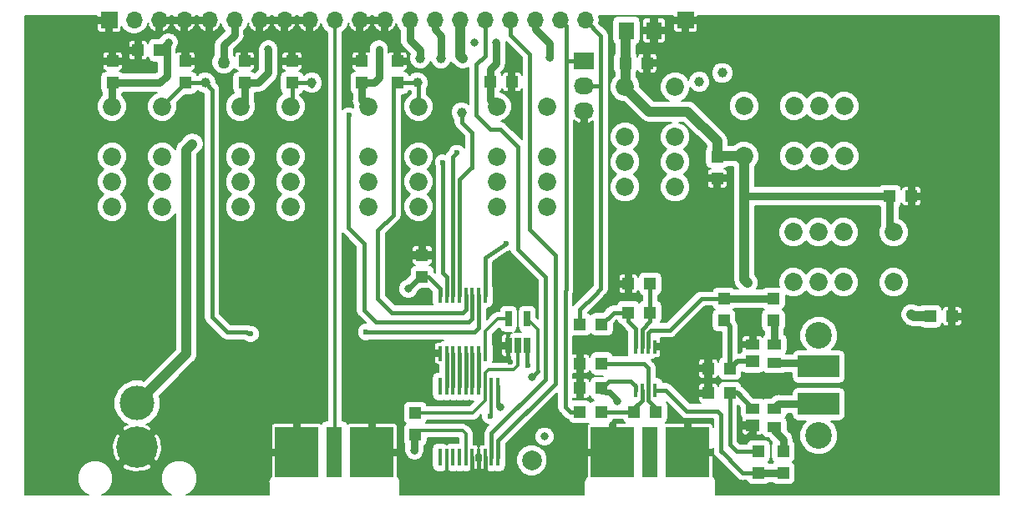
<source format=gbl>
G04 #@! TF.GenerationSoftware,KiCad,Pcbnew,5.0.2-bee76a0~70~ubuntu16.04.1*
G04 #@! TF.CreationDate,2019-02-20T20:44:02-08:00*
G04 #@! TF.ProjectId,n2adr,6e326164-722e-46b6-9963-61645f706362,E5b8*
G04 #@! TF.SameCoordinates,PX3dfd240PY3473bc0*
G04 #@! TF.FileFunction,Copper,L4,Bot*
G04 #@! TF.FilePolarity,Positive*
%FSLAX46Y46*%
G04 Gerber Fmt 4.6, Leading zero omitted, Abs format (unit mm)*
G04 Created by KiCad (PCBNEW 5.0.2-bee76a0~70~ubuntu16.04.1) date Wed 20 Feb 2019 08:44:02 PM PST*
%MOMM*%
%LPD*%
G01*
G04 APERTURE LIST*
G04 #@! TA.AperFunction,ViaPad*
%ADD10C,1.270000*%
G04 #@! TD*
G04 #@! TA.AperFunction,ComponentPad*
%ADD11C,1.850000*%
G04 #@! TD*
G04 #@! TA.AperFunction,SMDPad,CuDef*
%ADD12R,1.250000X1.200000*%
G04 #@! TD*
G04 #@! TA.AperFunction,SMDPad,CuDef*
%ADD13R,1.200000X1.250000*%
G04 #@! TD*
G04 #@! TA.AperFunction,ComponentPad*
%ADD14C,2.700020*%
G04 #@! TD*
G04 #@! TA.AperFunction,ComponentPad*
%ADD15R,2.200000X2.200000*%
G04 #@! TD*
G04 #@! TA.AperFunction,ComponentPad*
%ADD16C,1.000000*%
G04 #@! TD*
G04 #@! TA.AperFunction,SMDPad,CuDef*
%ADD17R,0.450000X1.750000*%
G04 #@! TD*
G04 #@! TA.AperFunction,SMDPad,CuDef*
%ADD18R,0.450000X1.500000*%
G04 #@! TD*
G04 #@! TA.AperFunction,SMDPad,CuDef*
%ADD19R,1.399540X1.198880*%
G04 #@! TD*
G04 #@! TA.AperFunction,SMDPad,CuDef*
%ADD20R,1.399540X1.000760*%
G04 #@! TD*
G04 #@! TA.AperFunction,SMDPad,CuDef*
%ADD21R,0.450000X1.450000*%
G04 #@! TD*
G04 #@! TA.AperFunction,ComponentPad*
%ADD22R,1.600000X5.200000*%
G04 #@! TD*
G04 #@! TA.AperFunction,ComponentPad*
%ADD23R,4.400000X5.200000*%
G04 #@! TD*
G04 #@! TA.AperFunction,ComponentPad*
%ADD24R,2.032000X1.727200*%
G04 #@! TD*
G04 #@! TA.AperFunction,ComponentPad*
%ADD25O,2.032000X1.727200*%
G04 #@! TD*
G04 #@! TA.AperFunction,ComponentPad*
%ADD26R,1.700000X1.700000*%
G04 #@! TD*
G04 #@! TA.AperFunction,ComponentPad*
%ADD27O,1.700000X1.700000*%
G04 #@! TD*
G04 #@! TA.AperFunction,ComponentPad*
%ADD28C,1.998980*%
G04 #@! TD*
G04 #@! TA.AperFunction,ComponentPad*
%ADD29C,4.200000*%
G04 #@! TD*
G04 #@! TA.AperFunction,ComponentPad*
%ADD30C,3.500000*%
G04 #@! TD*
G04 #@! TA.AperFunction,SMDPad,CuDef*
%ADD31R,0.650000X1.560000*%
G04 #@! TD*
G04 #@! TA.AperFunction,ComponentPad*
%ADD32C,1.270000*%
G04 #@! TD*
G04 #@! TA.AperFunction,SMDPad,CuDef*
%ADD33R,1.600000X1.800000*%
G04 #@! TD*
G04 #@! TA.AperFunction,ViaPad*
%ADD34C,0.600000*%
G04 #@! TD*
G04 #@! TA.AperFunction,ViaPad*
%ADD35C,1.000000*%
G04 #@! TD*
G04 #@! TA.AperFunction,ViaPad*
%ADD36C,0.800000*%
G04 #@! TD*
G04 #@! TA.AperFunction,Conductor*
%ADD37C,0.400000*%
G04 #@! TD*
G04 #@! TA.AperFunction,Conductor*
%ADD38C,0.350000*%
G04 #@! TD*
G04 #@! TA.AperFunction,Conductor*
%ADD39C,1.000000*%
G04 #@! TD*
G04 #@! TA.AperFunction,Conductor*
%ADD40C,0.500000*%
G04 #@! TD*
G04 #@! TA.AperFunction,Conductor*
%ADD41C,0.800000*%
G04 #@! TD*
G04 #@! TA.AperFunction,Conductor*
%ADD42C,0.600000*%
G04 #@! TD*
G04 #@! TA.AperFunction,Conductor*
%ADD43C,0.200000*%
G04 #@! TD*
G04 APERTURE END LIST*
D10*
G04 #@! TO.N,GND*
G04 #@! TO.C,REF\002A\002A*
X73800000Y-31250000D03*
G04 #@! TD*
G04 #@! TO.N,GND*
G04 #@! TO.C,REF\002A\002A*
X12300000Y-12100000D03*
G04 #@! TD*
G04 #@! TO.N,GND*
G04 #@! TO.C,REF\002A\002A*
X30400000Y-10300000D03*
G04 #@! TD*
G04 #@! TO.N,GND*
G04 #@! TO.C,REF\002A\002A*
X30500000Y-20000000D03*
G04 #@! TD*
G04 #@! TO.N,GND*
G04 #@! TO.C,REF\002A\002A*
X86100000Y-38200000D03*
G04 #@! TD*
G04 #@! TO.N,GND*
G04 #@! TO.C,REF\002A\002A*
X85300000Y-30600000D03*
G04 #@! TD*
G04 #@! TO.N,GND*
G04 #@! TO.C,REF\002A\002A*
X85700000Y-12400000D03*
G04 #@! TD*
G04 #@! TO.N,GND*
G04 #@! TO.C,REF\002A\002A*
X50500000Y-11200000D03*
G04 #@! TD*
G04 #@! TO.N,GND*
G04 #@! TO.C,REF\002A\002A*
X57100000Y-20000000D03*
G04 #@! TD*
G04 #@! TO.N,GND*
G04 #@! TO.C,REF\002A\002A*
X70700000Y-10500000D03*
G04 #@! TD*
G04 #@! TO.N,GND*
G04 #@! TO.C,REF\002A\002A*
X76500000Y-38100000D03*
G04 #@! TD*
G04 #@! TO.N,GND*
G04 #@! TO.C,REF\002A\002A*
X66550000Y-34850000D03*
G04 #@! TD*
G04 #@! TO.N,GND*
G04 #@! TO.C,REF\002A\002A*
X30400000Y-14600000D03*
G04 #@! TD*
G04 #@! TO.N,GND*
G04 #@! TO.C,REF\002A\002A*
X49900000Y-26800000D03*
G04 #@! TD*
G04 #@! TO.N,GND*
G04 #@! TO.C,REF\002A\002A*
X78800000Y-30800000D03*
G04 #@! TD*
G04 #@! TO.N,GND*
G04 #@! TO.C,REF\002A\002A*
X86000000Y-20600000D03*
G04 #@! TD*
G04 #@! TO.N,GND*
G04 #@! TO.C,REF\002A\002A*
X62300000Y-25100000D03*
G04 #@! TD*
G04 #@! TO.N,GND*
G04 #@! TO.C,REF\002A\002A*
X60000000Y-34000000D03*
G04 #@! TD*
G04 #@! TO.N,GND*
G04 #@! TO.C,REF\002A\002A*
X42300000Y-48500000D03*
G04 #@! TD*
G04 #@! TO.N,GND*
G04 #@! TO.C,REF\002A\002A*
X38200000Y-23800000D03*
G04 #@! TD*
G04 #@! TO.N,GND*
G04 #@! TO.C,REF\002A\002A*
X37100000Y-39750000D03*
G04 #@! TD*
G04 #@! TO.N,GND*
G04 #@! TO.C,REF\002A\002A*
X25500000Y-38500000D03*
G04 #@! TD*
G04 #@! TO.N,GND*
G04 #@! TO.C,REF\002A\002A*
X23500000Y-27500000D03*
G04 #@! TD*
G04 #@! TO.N,GND*
G04 #@! TO.C,REF\002A\002A*
X25000000Y-22500000D03*
G04 #@! TD*
G04 #@! TO.N,GND*
G04 #@! TO.C,REF\002A\002A*
X12500000Y-22500000D03*
G04 #@! TD*
G04 #@! TO.N,GND*
G04 #@! TO.C,REF\002A\002A*
X6000000Y-33000000D03*
G04 #@! TD*
G04 #@! TO.N,GND*
G04 #@! TO.C,REF\002A\002A*
X5500000Y-23500000D03*
G04 #@! TD*
G04 #@! TO.N,GND*
G04 #@! TO.C,REF\002A\002A*
X1500000Y-47500000D03*
G04 #@! TD*
G04 #@! TO.N,GND*
G04 #@! TO.C,REF\002A\002A*
X1500000Y-42500000D03*
G04 #@! TD*
G04 #@! TO.N,GND*
G04 #@! TO.C,REF\002A\002A*
X1500000Y-37500000D03*
G04 #@! TD*
G04 #@! TO.N,GND*
G04 #@! TO.C,REF\002A\002A*
X1500000Y-32500000D03*
G04 #@! TD*
G04 #@! TO.N,GND*
G04 #@! TO.C,REF\002A\002A*
X1500000Y-27500000D03*
G04 #@! TD*
G04 #@! TO.N,GND*
G04 #@! TO.C,REF\002A\002A*
X1500000Y-22500000D03*
G04 #@! TD*
G04 #@! TO.N,GND*
G04 #@! TO.C,REF\002A\002A*
X1500000Y-17500000D03*
G04 #@! TD*
G04 #@! TO.N,GND*
G04 #@! TO.C,REF\002A\002A*
X1500000Y-12500000D03*
G04 #@! TD*
G04 #@! TO.N,GND*
G04 #@! TO.C,REF\002A\002A*
X1500000Y-7500000D03*
G04 #@! TD*
G04 #@! TO.N,GND*
G04 #@! TO.C,REF\002A\002A*
X1500000Y-2500000D03*
G04 #@! TD*
G04 #@! TO.N,GND*
G04 #@! TO.C,REF\002A\002A*
X98500000Y-47500000D03*
G04 #@! TD*
G04 #@! TO.N,GND*
G04 #@! TO.C,REF\002A\002A*
X98500000Y-42500000D03*
G04 #@! TD*
G04 #@! TO.N,GND*
G04 #@! TO.C,REF\002A\002A*
X98500000Y-37500000D03*
G04 #@! TD*
G04 #@! TO.N,GND*
G04 #@! TO.C,REF\002A\002A*
X98500000Y-32500000D03*
G04 #@! TD*
G04 #@! TO.N,GND*
G04 #@! TO.C,REF\002A\002A*
X98500000Y-27500000D03*
G04 #@! TD*
G04 #@! TO.N,GND*
G04 #@! TO.C,REF\002A\002A*
X98500000Y-22500000D03*
G04 #@! TD*
G04 #@! TO.N,GND*
G04 #@! TO.C,REF\002A\002A*
X98500000Y-17500000D03*
G04 #@! TD*
G04 #@! TO.N,GND*
G04 #@! TO.C,REF\002A\002A*
X98500000Y-12500000D03*
G04 #@! TD*
G04 #@! TO.N,GND*
G04 #@! TO.C,REF\002A\002A*
X98500000Y-7500000D03*
G04 #@! TD*
G04 #@! TO.N,GND*
G04 #@! TO.C,REF\002A\002A*
X98500000Y-2500000D03*
G04 #@! TD*
G04 #@! TO.N,GND*
G04 #@! TO.C,REF\002A\002A*
X76500000Y-4100000D03*
G04 #@! TD*
G04 #@! TO.N,GND*
G04 #@! TO.C,REF\002A\002A*
X43000000Y-13600000D03*
G04 #@! TD*
D11*
G04 #@! TO.P,K3,8*
G04 #@! TO.N,Band3*
X53540000Y-9920000D03*
G04 #@! TO.P,K3,7*
G04 #@! TO.N,Net-(K3-Pad2)*
X53540000Y-15000000D03*
G04 #@! TO.P,K3,6*
G04 #@! TO.N,Net-(K2-Pad3)*
X53540000Y-17540000D03*
G04 #@! TO.P,K3,5*
G04 #@! TO.N,Net-(C40-Pad1)*
X53540000Y-20080000D03*
G04 #@! TO.P,K3,4*
G04 #@! TO.N,Net-(C32-Pad2)*
X48460000Y-20080000D03*
G04 #@! TO.P,K3,3*
G04 #@! TO.N,Net-(K3-Pad3)*
X48460000Y-17540000D03*
G04 #@! TO.P,K3,2*
G04 #@! TO.N,Net-(K3-Pad2)*
X48460000Y-15000000D03*
G04 #@! TO.P,K3,1*
G04 #@! TO.N,+3V3*
X48460000Y-9920000D03*
G04 #@! TD*
G04 #@! TO.P,K4,8*
G04 #@! TO.N,Band4*
X40540000Y-9920000D03*
G04 #@! TO.P,K4,7*
G04 #@! TO.N,Net-(K4-Pad2)*
X40540000Y-15000000D03*
G04 #@! TO.P,K4,6*
G04 #@! TO.N,Net-(K3-Pad3)*
X40540000Y-17540000D03*
G04 #@! TO.P,K4,5*
G04 #@! TO.N,Net-(C41-Pad1)*
X40540000Y-20080000D03*
G04 #@! TO.P,K4,4*
G04 #@! TO.N,Net-(C33-Pad2)*
X35460000Y-20080000D03*
G04 #@! TO.P,K4,3*
G04 #@! TO.N,Net-(K4-Pad3)*
X35460000Y-17540000D03*
G04 #@! TO.P,K4,2*
G04 #@! TO.N,Net-(K4-Pad2)*
X35460000Y-15000000D03*
G04 #@! TO.P,K4,1*
G04 #@! TO.N,+3V3*
X35460000Y-9920000D03*
G04 #@! TD*
D12*
G04 #@! TO.P,C3,1*
G04 #@! TO.N,GND*
X38400000Y-5300000D03*
G04 #@! TO.P,C3,2*
G04 #@! TO.N,Band4*
X38400000Y-7500000D03*
G04 #@! TD*
G04 #@! TO.P,C5,1*
G04 #@! TO.N,GND*
X16900000Y-5300000D03*
G04 #@! TO.P,C5,2*
G04 #@! TO.N,Band6*
X16900000Y-7500000D03*
G04 #@! TD*
G04 #@! TO.P,C6,1*
G04 #@! TO.N,GND*
X27700000Y-5300000D03*
G04 #@! TO.P,C6,2*
G04 #@! TO.N,Band5*
X27700000Y-7500000D03*
G04 #@! TD*
D13*
G04 #@! TO.P,C11,1*
G04 #@! TO.N,Net-(C11-Pad1)*
X72100000Y-39000000D03*
G04 #@! TO.P,C11,2*
G04 #@! TO.N,GND*
X69900000Y-39000000D03*
G04 #@! TD*
G04 #@! TO.P,C13,1*
G04 #@! TO.N,Net-(C13-Pad1)*
X72100000Y-36500000D03*
G04 #@! TO.P,C13,2*
G04 #@! TO.N,GND*
X69900000Y-36500000D03*
G04 #@! TD*
D12*
G04 #@! TO.P,C14,1*
G04 #@! TO.N,GND*
X40900000Y-25000000D03*
G04 #@! TO.P,C14,2*
G04 #@! TO.N,+3V3*
X40900000Y-27200000D03*
G04 #@! TD*
D14*
G04 #@! TO.P,JP1,1*
G04 #@! TO.N,Net-(CN4-Pad1)*
X81100000Y-43300000D03*
G04 #@! TO.P,JP1,2*
G04 #@! TO.N,FilterOut*
X81100000Y-33140000D03*
G04 #@! TD*
D15*
G04 #@! TO.P,L3,1*
G04 #@! TO.N,Net-(D1-Pad3)*
X80100000Y-40100000D03*
G04 #@! TO.P,L3,2*
G04 #@! TO.N,Net-(D2-Pad4)*
X82100000Y-36300000D03*
G04 #@! TO.P,L3,1*
G04 #@! TO.N,Net-(D1-Pad3)*
X82100000Y-40100000D03*
G04 #@! TO.P,L3,2*
G04 #@! TO.N,Net-(D2-Pad4)*
X80100000Y-36300000D03*
G04 #@! TD*
D16*
G04 #@! TO.P,P3,1*
G04 #@! TO.N,Band3*
X44900000Y-10500000D03*
G04 #@! TD*
G04 #@! TO.P,P6,1*
G04 #@! TO.N,Band6*
X18900000Y-7500000D03*
G04 #@! TD*
D12*
G04 #@! TO.P,R5,1*
G04 #@! TO.N,Net-(R4-Pad1)*
X75000000Y-47100000D03*
G04 #@! TO.P,R5,2*
G04 #@! TO.N,Net-(C11-Pad1)*
X75000000Y-44900000D03*
G04 #@! TD*
G04 #@! TO.P,R8,1*
G04 #@! TO.N,Net-(R8-Pad1)*
X71500000Y-29400000D03*
G04 #@! TO.P,R8,2*
G04 #@! TO.N,Net-(C13-Pad1)*
X71500000Y-31600000D03*
G04 #@! TD*
G04 #@! TO.P,C27,1*
G04 #@! TO.N,GND*
X34800000Y-5300000D03*
G04 #@! TO.P,C27,2*
G04 #@! TO.N,+3V3*
X34800000Y-7500000D03*
G04 #@! TD*
G04 #@! TO.P,C28,1*
G04 #@! TO.N,GND*
X22900000Y-5300000D03*
G04 #@! TO.P,C28,2*
G04 #@! TO.N,+3V3*
X22900000Y-7500000D03*
G04 #@! TD*
G04 #@! TO.P,C29,1*
G04 #@! TO.N,GND*
X70800000Y-17200000D03*
G04 #@! TO.P,C29,2*
G04 #@! TO.N,+3V3*
X70800000Y-15000000D03*
G04 #@! TD*
D13*
G04 #@! TO.P,C30,1*
G04 #@! TO.N,GND*
X63700000Y-5500000D03*
G04 #@! TO.P,C30,2*
G04 #@! TO.N,+3V3*
X61500000Y-5500000D03*
G04 #@! TD*
G04 #@! TO.P,C31,1*
G04 #@! TO.N,GND*
X50000000Y-7400000D03*
G04 #@! TO.P,C31,2*
G04 #@! TO.N,+3V3*
X47800000Y-7400000D03*
G04 #@! TD*
D17*
G04 #@! TO.P,U1,1*
G04 #@! TO.N,Net-(CN2-Pad17)*
X48575000Y-45500000D03*
G04 #@! TO.P,U1,2*
G04 #@! TO.N,Net-(CN2-Pad16)*
X47925000Y-45500000D03*
G04 #@! TO.P,U1,3*
G04 #@! TO.N,GND*
X47275000Y-45500000D03*
G04 #@! TO.P,U1,4*
X46625000Y-45500000D03*
G04 #@! TO.P,U1,5*
X45975000Y-45500000D03*
G04 #@! TO.P,U1,6*
G04 #@! TO.N,+3V3*
X45325000Y-45500000D03*
G04 #@! TO.P,U1,7*
G04 #@! TO.N,Net-(U1-Pad7)*
X44675000Y-45500000D03*
G04 #@! TO.P,U1,8*
G04 #@! TO.N,Net-(U1-Pad8)*
X44025000Y-45500000D03*
G04 #@! TO.P,U1,9*
G04 #@! TO.N,GND*
X43375000Y-45500000D03*
G04 #@! TO.P,U1,10*
G04 #@! TO.N,Net-(U1-Pad10)*
X42725000Y-45500000D03*
G04 #@! TO.P,U1,11*
G04 #@! TO.N,Net-(U1-Pad11)*
X42725000Y-38300000D03*
G04 #@! TO.P,U1,12*
G04 #@! TO.N,Net-(U1-Pad12)*
X43375000Y-38300000D03*
G04 #@! TO.P,U1,13*
G04 #@! TO.N,Net-(U1-Pad13)*
X44025000Y-38300000D03*
G04 #@! TO.P,U1,14*
G04 #@! TO.N,Net-(U1-Pad14)*
X44675000Y-38300000D03*
G04 #@! TO.P,U1,15*
G04 #@! TO.N,Net-(U1-Pad15)*
X45325000Y-38300000D03*
G04 #@! TO.P,U1,16*
G04 #@! TO.N,Net-(U1-Pad16)*
X45975000Y-38300000D03*
G04 #@! TO.P,U1,17*
G04 #@! TO.N,Net-(U1-Pad17)*
X46625000Y-38300000D03*
G04 #@! TO.P,U1,18*
G04 #@! TO.N,Net-(R16-Pad2)*
X47275000Y-38300000D03*
G04 #@! TO.P,U1,19*
G04 #@! TO.N,Net-(P13-Pad1)*
X47925000Y-38300000D03*
G04 #@! TO.P,U1,20*
G04 #@! TO.N,+3V3*
X48575000Y-38300000D03*
G04 #@! TD*
D18*
G04 #@! TO.P,U2,1*
G04 #@! TO.N,Net-(U2-Pad1)*
X47275000Y-34950000D03*
G04 #@! TO.P,U2,2*
G04 #@! TO.N,Net-(U1-Pad17)*
X46625000Y-34950000D03*
G04 #@! TO.P,U2,3*
G04 #@! TO.N,Net-(U1-Pad16)*
X45975000Y-34950000D03*
G04 #@! TO.P,U2,4*
G04 #@! TO.N,Net-(U1-Pad15)*
X45325000Y-34950000D03*
G04 #@! TO.P,U2,5*
G04 #@! TO.N,Net-(U1-Pad14)*
X44675000Y-34950000D03*
G04 #@! TO.P,U2,6*
G04 #@! TO.N,Net-(U1-Pad13)*
X44025000Y-34950000D03*
G04 #@! TO.P,U2,7*
G04 #@! TO.N,Net-(U1-Pad12)*
X43375000Y-34950000D03*
G04 #@! TO.P,U2,8*
G04 #@! TO.N,GND*
X42725000Y-34950000D03*
G04 #@! TO.P,U2,9*
G04 #@! TO.N,+3V3*
X42725000Y-29050000D03*
G04 #@! TO.P,U2,10*
G04 #@! TO.N,Band1*
X43375000Y-29050000D03*
G04 #@! TO.P,U2,11*
G04 #@! TO.N,Band2*
X44025000Y-29050000D03*
G04 #@! TO.P,U2,12*
G04 #@! TO.N,Band3*
X44675000Y-29050000D03*
G04 #@! TO.P,U2,13*
G04 #@! TO.N,Band4*
X45325000Y-29050000D03*
G04 #@! TO.P,U2,14*
G04 #@! TO.N,Band5*
X45975000Y-29050000D03*
G04 #@! TO.P,U2,15*
G04 #@! TO.N,Band6*
X46625000Y-29050000D03*
G04 #@! TO.P,U2,16*
G04 #@! TO.N,Band7*
X47275000Y-29050000D03*
G04 #@! TD*
D16*
G04 #@! TO.P,P1,1*
G04 #@! TO.N,Band1*
X71300000Y-6500000D03*
G04 #@! TD*
G04 #@! TO.P,P2,1*
G04 #@! TO.N,Band2*
X69000000Y-7400000D03*
G04 #@! TD*
G04 #@! TO.P,P4,1*
G04 #@! TO.N,Band4*
X40400000Y-7500000D03*
G04 #@! TD*
G04 #@! TO.P,P5,1*
G04 #@! TO.N,Band5*
X29700000Y-7500000D03*
G04 #@! TD*
D12*
G04 #@! TO.P,C20,1*
G04 #@! TO.N,GND*
X9500000Y-5300000D03*
G04 #@! TO.P,C20,2*
G04 #@! TO.N,+3V3*
X9500000Y-7500000D03*
G04 #@! TD*
D19*
G04 #@! TO.P,D1,1*
G04 #@! TO.N,GND*
X74400180Y-42269620D03*
D20*
G04 #@! TO.P,D1,2*
G04 #@! TO.N,Net-(C11-Pad1)*
X74400180Y-40550040D03*
G04 #@! TO.P,D1,3*
G04 #@! TO.N,Net-(D1-Pad3)*
X76599820Y-40550040D03*
G04 #@! TO.P,D1,4*
G04 #@! TO.N,Net-(D1-Pad4)*
X76599820Y-42449960D03*
G04 #@! TD*
D19*
G04 #@! TO.P,D2,1*
G04 #@! TO.N,Net-(C13-Pad1)*
X74400180Y-35769620D03*
D20*
G04 #@! TO.P,D2,2*
G04 #@! TO.N,GND*
X74400180Y-34050040D03*
G04 #@! TO.P,D2,3*
G04 #@! TO.N,Net-(D2-Pad3)*
X76599820Y-34050040D03*
G04 #@! TO.P,D2,4*
G04 #@! TO.N,Net-(D2-Pad4)*
X76599820Y-35949960D03*
G04 #@! TD*
D12*
G04 #@! TO.P,R4,1*
G04 #@! TO.N,Net-(R4-Pad1)*
X77500000Y-47100000D03*
G04 #@! TO.P,R4,2*
G04 #@! TO.N,Net-(D1-Pad4)*
X77500000Y-44900000D03*
G04 #@! TD*
G04 #@! TO.P,R9,1*
G04 #@! TO.N,Net-(D2-Pad3)*
X76500000Y-31600000D03*
G04 #@! TO.P,R9,2*
G04 #@! TO.N,Net-(R8-Pad1)*
X76500000Y-29400000D03*
G04 #@! TD*
D13*
G04 #@! TO.P,R10,1*
G04 #@! TO.N,GND*
X61800000Y-27900000D03*
G04 #@! TO.P,R10,2*
G04 #@! TO.N,Net-(R10-Pad2)*
X64000000Y-27900000D03*
G04 #@! TD*
G04 #@! TO.P,R11,1*
G04 #@! TO.N,Net-(R10-Pad2)*
X64000000Y-30800000D03*
G04 #@! TO.P,R11,2*
G04 #@! TO.N,Net-(R11-Pad2)*
X61800000Y-30800000D03*
G04 #@! TD*
G04 #@! TO.P,R12,1*
G04 #@! TO.N,Net-(R11-Pad2)*
X59100000Y-32000000D03*
G04 #@! TO.P,R12,2*
G04 #@! TO.N,Net-(CN2-Pad20)*
X56900000Y-32000000D03*
G04 #@! TD*
G04 #@! TO.P,R13,1*
G04 #@! TO.N,GND*
X56900000Y-36000000D03*
G04 #@! TO.P,R13,2*
G04 #@! TO.N,Net-(R13-Pad2)*
X59100000Y-36000000D03*
G04 #@! TD*
G04 #@! TO.P,R14,1*
G04 #@! TO.N,Net-(R13-Pad2)*
X64600000Y-40900000D03*
G04 #@! TO.P,R14,2*
G04 #@! TO.N,Net-(R14-Pad2)*
X62400000Y-40900000D03*
G04 #@! TD*
G04 #@! TO.P,R15,1*
G04 #@! TO.N,Net-(R14-Pad2)*
X59100000Y-40900000D03*
G04 #@! TO.P,R15,2*
G04 #@! TO.N,Net-(CN2-Pad19)*
X56900000Y-40900000D03*
G04 #@! TD*
D21*
G04 #@! TO.P,U3,1*
G04 #@! TO.N,Net-(R11-Pad2)*
X62525000Y-34300000D03*
G04 #@! TO.P,U3,2*
G04 #@! TO.N,Net-(R10-Pad2)*
X63175000Y-34300000D03*
G04 #@! TO.P,U3,3*
G04 #@! TO.N,Net-(R8-Pad1)*
X63825000Y-34300000D03*
G04 #@! TO.P,U3,4*
G04 #@! TO.N,GND*
X64475000Y-34300000D03*
G04 #@! TO.P,U3,5*
G04 #@! TO.N,Net-(R4-Pad1)*
X64475000Y-38700000D03*
G04 #@! TO.P,U3,6*
G04 #@! TO.N,Net-(R13-Pad2)*
X63825000Y-38700000D03*
G04 #@! TO.P,U3,7*
G04 #@! TO.N,Net-(R14-Pad2)*
X63175000Y-38700000D03*
G04 #@! TO.P,U3,8*
G04 #@! TO.N,+3V3*
X62525000Y-38700000D03*
G04 #@! TD*
D13*
G04 #@! TO.P,C45,1*
G04 #@! TO.N,GND*
X90500000Y-19000000D03*
G04 #@! TO.P,C45,2*
G04 #@! TO.N,+3V3*
X88300000Y-19000000D03*
G04 #@! TD*
G04 #@! TO.P,C46,1*
G04 #@! TO.N,GND*
X94600000Y-31200000D03*
G04 #@! TO.P,C46,2*
G04 #@! TO.N,Band7*
X92400000Y-31200000D03*
G04 #@! TD*
D16*
G04 #@! TO.P,P7,1*
G04 #@! TO.N,Band7*
X90500000Y-31000000D03*
G04 #@! TD*
D22*
G04 #@! TO.P,CN4,1*
G04 #@! TO.N,Net-(CN4-Pad1)*
X64000000Y-45000000D03*
D23*
G04 #@! TO.P,CN4,2*
G04 #@! TO.N,GND*
X60200000Y-45000000D03*
X67800000Y-45000000D03*
G04 #@! TD*
D22*
G04 #@! TO.P,CN3,1*
G04 #@! TO.N,Net-(CN2-Pad10)*
X32000000Y-45000000D03*
D23*
G04 #@! TO.P,CN3,2*
G04 #@! TO.N,GND*
X28200000Y-45000000D03*
X35800000Y-45000000D03*
G04 #@! TD*
D13*
G04 #@! TO.P,C7,1*
G04 #@! TO.N,GND*
X56900000Y-38500000D03*
G04 #@! TO.P,C7,2*
G04 #@! TO.N,+3V3*
X59100000Y-38500000D03*
G04 #@! TD*
D11*
G04 #@! TO.P,K1,8*
G04 #@! TO.N,Band1*
X73520000Y-9860000D03*
G04 #@! TO.P,K1,7*
G04 #@! TO.N,Net-(K1-Pad2)*
X78600000Y-9860000D03*
G04 #@! TO.P,K1,6*
G04 #@! TO.N,Net-(K1-Pad6)*
X81140000Y-9860000D03*
G04 #@! TO.P,K1,5*
G04 #@! TO.N,Net-(C23-Pad1)*
X83680000Y-9860000D03*
G04 #@! TO.P,K1,4*
G04 #@! TO.N,Net-(C21-Pad1)*
X83680000Y-14940000D03*
G04 #@! TO.P,K1,3*
G04 #@! TO.N,Net-(K1-Pad3)*
X81140000Y-14940000D03*
G04 #@! TO.P,K1,2*
G04 #@! TO.N,Net-(K1-Pad2)*
X78600000Y-14940000D03*
G04 #@! TO.P,K1,1*
G04 #@! TO.N,+3V3*
X73520000Y-14940000D03*
G04 #@! TD*
G04 #@! TO.P,K2,8*
G04 #@! TO.N,Band2*
X66540000Y-7920000D03*
G04 #@! TO.P,K2,7*
G04 #@! TO.N,Net-(K2-Pad2)*
X66540000Y-13000000D03*
G04 #@! TO.P,K2,6*
G04 #@! TO.N,Net-(K1-Pad6)*
X66540000Y-15540000D03*
G04 #@! TO.P,K2,5*
G04 #@! TO.N,Net-(C10-Pad2)*
X66540000Y-18080000D03*
G04 #@! TO.P,K2,4*
G04 #@! TO.N,Net-(C8-Pad2)*
X61460000Y-18080000D03*
G04 #@! TO.P,K2,3*
G04 #@! TO.N,Net-(K2-Pad3)*
X61460000Y-15540000D03*
G04 #@! TO.P,K2,2*
G04 #@! TO.N,Net-(K2-Pad2)*
X61460000Y-13000000D03*
G04 #@! TO.P,K2,1*
G04 #@! TO.N,+3V3*
X61460000Y-7920000D03*
G04 #@! TD*
G04 #@! TO.P,K5,8*
G04 #@! TO.N,Band5*
X27540000Y-9920000D03*
G04 #@! TO.P,K5,7*
G04 #@! TO.N,Net-(K5-Pad2)*
X27540000Y-15000000D03*
G04 #@! TO.P,K5,6*
G04 #@! TO.N,Net-(K4-Pad3)*
X27540000Y-17540000D03*
G04 #@! TO.P,K5,5*
G04 #@! TO.N,Net-(C44-Pad2)*
X27540000Y-20080000D03*
G04 #@! TO.P,K5,4*
G04 #@! TO.N,Net-(C34-Pad2)*
X22460000Y-20080000D03*
G04 #@! TO.P,K5,3*
G04 #@! TO.N,Net-(K5-Pad3)*
X22460000Y-17540000D03*
G04 #@! TO.P,K5,2*
G04 #@! TO.N,Net-(K5-Pad2)*
X22460000Y-15000000D03*
G04 #@! TO.P,K5,1*
G04 #@! TO.N,+3V3*
X22460000Y-9920000D03*
G04 #@! TD*
G04 #@! TO.P,K6,8*
G04 #@! TO.N,Band6*
X14540000Y-9920000D03*
G04 #@! TO.P,K6,7*
G04 #@! TO.N,Net-(K6-Pad2)*
X14540000Y-15000000D03*
G04 #@! TO.P,K6,6*
G04 #@! TO.N,Net-(K5-Pad3)*
X14540000Y-17540000D03*
G04 #@! TO.P,K6,5*
G04 #@! TO.N,Net-(C26-Pad2)*
X14540000Y-20080000D03*
G04 #@! TO.P,K6,4*
G04 #@! TO.N,Net-(C24-Pad2)*
X9460000Y-20080000D03*
G04 #@! TO.P,K6,3*
G04 #@! TO.N,RFInput*
X9460000Y-17540000D03*
G04 #@! TO.P,K6,2*
G04 #@! TO.N,Net-(K6-Pad2)*
X9460000Y-15000000D03*
G04 #@! TO.P,K6,1*
G04 #@! TO.N,+3V3*
X9460000Y-9920000D03*
G04 #@! TD*
G04 #@! TO.P,K7,8*
G04 #@! TO.N,Band7*
X88680000Y-27740000D03*
G04 #@! TO.P,K7,7*
G04 #@! TO.N,Net-(C49-Pad1)*
X83600000Y-27740000D03*
G04 #@! TO.P,K7,6*
G04 #@! TO.N,FilterOut*
X81060000Y-27740000D03*
G04 #@! TO.P,K7,5*
G04 #@! TO.N,Net-(K7-Pad4)*
X78520000Y-27740000D03*
G04 #@! TO.P,K7,4*
X78520000Y-22660000D03*
G04 #@! TO.P,K7,3*
G04 #@! TO.N,Net-(K1-Pad3)*
X81060000Y-22660000D03*
G04 #@! TO.P,K7,2*
G04 #@! TO.N,Net-(C47-Pad2)*
X83600000Y-22660000D03*
G04 #@! TO.P,K7,1*
G04 #@! TO.N,+3V3*
X88680000Y-22660000D03*
G04 #@! TD*
D24*
G04 #@! TO.P,CN5,1*
G04 #@! TO.N,Net-(CN2-Pad19)*
X57300000Y-5300000D03*
D25*
G04 #@! TO.P,CN5,2*
G04 #@! TO.N,Net-(CN2-Pad20)*
X57300000Y-7840000D03*
G04 #@! TO.P,CN5,3*
G04 #@! TO.N,GND*
X57300000Y-10380000D03*
G04 #@! TD*
D26*
G04 #@! TO.P,J3,1*
G04 #@! TO.N,GND*
X67588000Y-1134000D03*
G04 #@! TD*
G04 #@! TO.P,CN2,1*
G04 #@! TO.N,GND*
X9168000Y-1134000D03*
D27*
G04 #@! TO.P,CN2,2*
G04 #@! TO.N,RFInput*
X11708000Y-1134000D03*
G04 #@! TO.P,CN2,3*
G04 #@! TO.N,GND*
X14248000Y-1134000D03*
G04 #@! TO.P,CN2,4*
X16788000Y-1134000D03*
G04 #@! TO.P,CN2,5*
X19328000Y-1134000D03*
G04 #@! TO.P,CN2,6*
G04 #@! TO.N,Net-(CN2-Pad6)*
X21868000Y-1134000D03*
G04 #@! TO.P,CN2,7*
G04 #@! TO.N,GND*
X24408000Y-1134000D03*
G04 #@! TO.P,CN2,8*
X26948000Y-1134000D03*
G04 #@! TO.P,CN2,9*
X29488000Y-1134000D03*
G04 #@! TO.P,CN2,10*
G04 #@! TO.N,Net-(CN2-Pad10)*
X32028000Y-1134000D03*
G04 #@! TO.P,CN2,11*
G04 #@! TO.N,GND*
X34568000Y-1134000D03*
G04 #@! TO.P,CN2,12*
X37108000Y-1134000D03*
G04 #@! TO.P,CN2,13*
G04 #@! TO.N,INTTR*
X39648000Y-1134000D03*
G04 #@! TO.P,CN2,14*
G04 #@! TO.N,Net-(CN2-Pad14)*
X42188000Y-1134000D03*
G04 #@! TO.P,CN2,15*
G04 #@! TO.N,Net-(CN1-Pad1)*
X44728000Y-1134000D03*
G04 #@! TO.P,CN2,16*
G04 #@! TO.N,Net-(CN2-Pad16)*
X47268000Y-1134000D03*
G04 #@! TO.P,CN2,17*
G04 #@! TO.N,Net-(CN2-Pad17)*
X49808000Y-1134000D03*
G04 #@! TO.P,CN2,18*
G04 #@! TO.N,Net-(CN2-Pad18)*
X52348000Y-1134000D03*
G04 #@! TO.P,CN2,19*
G04 #@! TO.N,Net-(CN2-Pad19)*
X54888000Y-1134000D03*
G04 #@! TO.P,CN2,20*
G04 #@! TO.N,Net-(CN2-Pad20)*
X57428000Y-1134000D03*
G04 #@! TD*
D28*
G04 #@! TO.P,P13,1*
G04 #@! TO.N,Net-(P13-Pad1)*
X52000000Y-45800000D03*
G04 #@! TD*
D16*
G04 #@! TO.P,P8,1*
G04 #@! TO.N,Net-(CN2-Pad14)*
X42800000Y-5000000D03*
G04 #@! TD*
G04 #@! TO.P,P14,1*
G04 #@! TO.N,INTTR*
X40700000Y-5000000D03*
G04 #@! TD*
G04 #@! TO.P,P16,1*
G04 #@! TO.N,Net-(CN1-Pad1)*
X45000000Y-5000000D03*
G04 #@! TD*
D10*
G04 #@! TO.N,GND*
G04 #@! TO.C,REF\002A\002A*
X17900000Y-10300000D03*
G04 #@! TD*
D29*
G04 #@! TO.P,CN1,2*
G04 #@! TO.N,GND*
X12000000Y-44500000D03*
D30*
G04 #@! TO.P,CN1,1*
G04 #@! TO.N,Net-(CN1-Pad1)*
X12000000Y-40000000D03*
G04 #@! TD*
D31*
G04 #@! TO.P,U5,1*
G04 #@! TO.N,INTTR*
X51550000Y-34150000D03*
G04 #@! TO.P,U5,2*
G04 #@! TO.N,Net-(R16-Pad2)*
X50600000Y-34150000D03*
G04 #@! TO.P,U5,3*
G04 #@! TO.N,GND*
X49650000Y-34150000D03*
G04 #@! TO.P,U5,4*
G04 #@! TO.N,Net-(U2-Pad1)*
X49650000Y-31450000D03*
G04 #@! TO.P,U5,5*
G04 #@! TO.N,+3V3*
X51550000Y-31450000D03*
G04 #@! TD*
D32*
G04 #@! TO.P,P15,1*
G04 #@! TO.N,Net-(CN2-Pad6)*
X20800000Y-5400000D03*
G04 #@! TD*
D13*
G04 #@! TO.P,C12,1*
G04 #@! TO.N,GND*
X12100000Y-4200000D03*
G04 #@! TO.P,C12,2*
G04 #@! TO.N,+3V3*
X14300000Y-4200000D03*
G04 #@! TD*
D33*
G04 #@! TO.P,C15,1*
G04 #@! TO.N,GND*
X64400000Y-2200000D03*
G04 #@! TO.P,C15,2*
G04 #@! TO.N,+3V3*
X61600000Y-2200000D03*
G04 #@! TD*
D12*
G04 #@! TO.P,R16,1*
G04 #@! TO.N,+3V3*
X40200000Y-43200000D03*
G04 #@! TO.P,R16,2*
G04 #@! TO.N,Net-(R16-Pad2)*
X40200000Y-41000000D03*
G04 #@! TD*
D34*
G04 #@! TO.N,GND*
X73400000Y-43800000D03*
X49800000Y-35800000D03*
G04 #@! TO.N,Band1*
X43000000Y-15600000D03*
G04 #@! TO.N,Band2*
X44400000Y-14600000D03*
G04 #@! TO.N,Band5*
X33500000Y-10800000D03*
G04 #@! TO.N,Band6*
X23500000Y-33000000D03*
X35200000Y-32800000D03*
G04 #@! TO.N,Band7*
X49400000Y-23800000D03*
G04 #@! TO.N,INTTR*
X51600000Y-36200000D03*
G04 #@! TO.N,Net-(P13-Pad1)*
X47800000Y-41300000D03*
D35*
G04 #@! TO.N,+3V3*
X73900000Y-27800000D03*
D36*
X60700000Y-39800000D03*
X53300000Y-43400000D03*
X40100000Y-44800000D03*
X52000000Y-37400000D03*
X39500000Y-28400000D03*
X15200000Y-3400000D03*
D35*
X61500000Y-3900000D03*
D36*
X48800000Y-40400000D03*
D34*
X36500000Y-4100000D03*
D36*
X25300000Y-4100000D03*
X48400000Y-3400000D03*
X46200000Y-3400000D03*
G04 #@! TO.N,Net-(CN1-Pad1)*
X17600000Y-13700000D03*
G04 #@! TO.N,Net-(CN2-Pad18)*
X53800000Y-4900000D03*
G04 #@! TD*
D37*
G04 #@! TO.N,GND*
X74400180Y-42269620D02*
X74400180Y-42799820D01*
X74400180Y-42799820D02*
X73400000Y-43800000D01*
D38*
X42725000Y-34950000D02*
X41900000Y-34950000D01*
X41900000Y-34950000D02*
X37100000Y-39750000D01*
X43375000Y-45500000D02*
X43375000Y-47375000D01*
X43375000Y-47375000D02*
X43400000Y-47400000D01*
X42725000Y-34950000D02*
X42725000Y-35025000D01*
X64475000Y-34300000D02*
X66000000Y-34300000D01*
X66000000Y-34300000D02*
X66550000Y-34850000D01*
X49650000Y-34150000D02*
X49650000Y-35650000D01*
X49650000Y-35650000D02*
X49800000Y-35800000D01*
D37*
X45975000Y-45500000D02*
X45975000Y-47575000D01*
X45975000Y-47575000D02*
X46000000Y-47600000D01*
X46625000Y-45500000D02*
X46625000Y-47575000D01*
X46625000Y-47575000D02*
X46600000Y-47600000D01*
X47275000Y-45500000D02*
X47275000Y-47525000D01*
X47275000Y-47525000D02*
X47200000Y-47600000D01*
D39*
X12000000Y-44500000D02*
X13000000Y-44500000D01*
D37*
G04 #@! TO.N,Band1*
X43375000Y-29050000D02*
X43375000Y-27175000D01*
X43000000Y-26800000D02*
X43000000Y-15600000D01*
X43375000Y-27175000D02*
X43000000Y-26800000D01*
G04 #@! TO.N,Band2*
X44025000Y-14975000D02*
X44025000Y-29050000D01*
X44025000Y-14975000D02*
X44400000Y-14600000D01*
G04 #@! TO.N,Band3*
X45950000Y-16050000D02*
X45950000Y-12550000D01*
X44900000Y-11500000D02*
X44900000Y-10500000D01*
X45950000Y-12550000D02*
X44900000Y-11500000D01*
X45900000Y-16100000D02*
X45950000Y-16050000D01*
X44675000Y-29050000D02*
X44675000Y-17325000D01*
X44675000Y-17325000D02*
X45950000Y-16050000D01*
G04 #@! TO.N,Band4*
X36400000Y-24600000D02*
X36400000Y-22500000D01*
X36400000Y-22500000D02*
X38000000Y-20900000D01*
X40540000Y-9920000D02*
X40540000Y-7640000D01*
X40540000Y-7640000D02*
X40400000Y-7500000D01*
X38400000Y-7500000D02*
X40400000Y-7500000D01*
X40540000Y-9920000D02*
X40540000Y-9640000D01*
X38000000Y-7900000D02*
X38000000Y-12460000D01*
X45325000Y-30475000D02*
X45000000Y-30800000D01*
X45000000Y-30800000D02*
X37800000Y-30800000D01*
X38000000Y-20900000D02*
X38000000Y-12460000D01*
X36400000Y-29400000D02*
X36400000Y-24600000D01*
X37800000Y-30800000D02*
X36400000Y-29400000D01*
X45325000Y-30475000D02*
X45325000Y-29050000D01*
X38000000Y-7900000D02*
X38400000Y-7500000D01*
G04 #@! TO.N,Band5*
X33400000Y-14000000D02*
X33400000Y-10900000D01*
X35000000Y-23800000D02*
X33400000Y-22200000D01*
X35000000Y-30600000D02*
X35000000Y-23800000D01*
X45975000Y-31425000D02*
X45600000Y-31800000D01*
X45600000Y-31800000D02*
X36200000Y-31800000D01*
X45975000Y-29050000D02*
X45975000Y-31425000D01*
X36200000Y-31800000D02*
X35000000Y-30600000D01*
X33400000Y-22200000D02*
X33400000Y-18800000D01*
X33400000Y-18800000D02*
X33400000Y-14000000D01*
X33400000Y-10900000D02*
X33500000Y-10800000D01*
X29700000Y-7500000D02*
X29700000Y-7800000D01*
X27700000Y-7500000D02*
X29700000Y-7500000D01*
X27700000Y-7500000D02*
X27700000Y-9760000D01*
X27700000Y-9760000D02*
X27540000Y-9920000D01*
G04 #@! TO.N,Net-(U1-Pad12)*
X43375000Y-38300000D02*
X43375000Y-34950000D01*
G04 #@! TO.N,Net-(U1-Pad13)*
X44025000Y-38300000D02*
X44025000Y-34950000D01*
G04 #@! TO.N,Net-(U1-Pad14)*
X44675000Y-38300000D02*
X44675000Y-34950000D01*
G04 #@! TO.N,Net-(U1-Pad15)*
X45325000Y-38300000D02*
X45325000Y-34950000D01*
D40*
G04 #@! TO.N,Net-(K3-Pad3)*
X40100000Y-17700000D02*
X40600000Y-17200000D01*
D37*
G04 #@! TO.N,Band6*
X23300000Y-33000000D02*
X23100000Y-32800000D01*
X23100000Y-32800000D02*
X21100000Y-32800000D01*
X21100000Y-32800000D02*
X19600000Y-31300000D01*
X19600000Y-31300000D02*
X19600000Y-8200000D01*
X18900000Y-7500000D02*
X19600000Y-8200000D01*
X23500000Y-33000000D02*
X23300000Y-33000000D01*
X35200000Y-32800000D02*
X38600000Y-32800000D01*
X46625000Y-32375000D02*
X46625000Y-29050000D01*
X38700000Y-32800000D02*
X38600000Y-32800000D01*
X46200000Y-32800000D02*
X38700000Y-32800000D01*
X46625000Y-32375000D02*
X46200000Y-32800000D01*
X14540000Y-9920000D02*
X14540000Y-9860000D01*
X14540000Y-9860000D02*
X16900000Y-7500000D01*
X18900000Y-7500000D02*
X16900000Y-7500000D01*
G04 #@! TO.N,Net-(U1-Pad16)*
X45975000Y-34950000D02*
X45975000Y-38300000D01*
G04 #@! TO.N,Net-(U1-Pad17)*
X46625000Y-38300000D02*
X46625000Y-34950000D01*
G04 #@! TO.N,Net-(C11-Pad1)*
X72100000Y-40700000D02*
X72100000Y-44200000D01*
X75000000Y-44900000D02*
X74000000Y-44900000D01*
X72100000Y-40700000D02*
X72100000Y-39000000D01*
X72800000Y-44900000D02*
X74000000Y-44900000D01*
X72100000Y-44200000D02*
X72800000Y-44900000D01*
D40*
X72100000Y-39000000D02*
X72100000Y-39300000D01*
X72100000Y-39000000D02*
X72850140Y-39000000D01*
X72850140Y-39000000D02*
X74400180Y-40550040D01*
G04 #@! TO.N,Net-(C13-Pad1)*
X74400180Y-35769620D02*
X72830380Y-35769620D01*
X72830380Y-35769620D02*
X72100000Y-36500000D01*
X72100000Y-36500000D02*
X72100000Y-32200000D01*
X72100000Y-32200000D02*
X71500000Y-31600000D01*
D41*
G04 #@! TO.N,Net-(D1-Pad3)*
X80100000Y-40100000D02*
X82100000Y-40100000D01*
X80100000Y-40100000D02*
X77049860Y-40100000D01*
X77049860Y-40100000D02*
X76599820Y-40550040D01*
G04 #@! TO.N,Net-(D1-Pad4)*
X76599820Y-42449960D02*
X76599820Y-42799820D01*
X76599820Y-42799820D02*
X77500000Y-43700000D01*
X77500000Y-43700000D02*
X77500000Y-44900000D01*
G04 #@! TO.N,Net-(D2-Pad3)*
X76599820Y-34050040D02*
X76599820Y-31699820D01*
X76599820Y-31699820D02*
X76500000Y-31600000D01*
G04 #@! TO.N,Net-(D2-Pad4)*
X80100000Y-36300000D02*
X82100000Y-36300000D01*
X76599820Y-35949960D02*
X79749960Y-35949960D01*
X79749960Y-35949960D02*
X80100000Y-36300000D01*
D37*
G04 #@! TO.N,Net-(R10-Pad2)*
X64000000Y-27900000D02*
X64000000Y-30800000D01*
X63175000Y-34300000D02*
X63175000Y-32525000D01*
X64000000Y-31700000D02*
X64000000Y-30800000D01*
X63175000Y-32525000D02*
X64000000Y-31700000D01*
G04 #@! TO.N,Net-(R11-Pad2)*
X61800000Y-30800000D02*
X60300000Y-30800000D01*
X60300000Y-30800000D02*
X59100000Y-32000000D01*
X62525000Y-34300000D02*
X62525000Y-32425000D01*
X61800000Y-31700000D02*
X61800000Y-30800000D01*
X62525000Y-32425000D02*
X61800000Y-31700000D01*
G04 #@! TO.N,Net-(R13-Pad2)*
X63825000Y-38700000D02*
X63825000Y-39725000D01*
X63825000Y-39725000D02*
X64600000Y-40500000D01*
X64600000Y-40500000D02*
X64600000Y-40900000D01*
X59100000Y-36000000D02*
X63400000Y-36000000D01*
X63825000Y-36425000D02*
X63825000Y-38700000D01*
X63400000Y-36000000D02*
X63825000Y-36425000D01*
G04 #@! TO.N,Net-(R14-Pad2)*
X59100000Y-40900000D02*
X62400000Y-40900000D01*
X63175000Y-38700000D02*
X63175000Y-39725000D01*
X63175000Y-39725000D02*
X62400000Y-40500000D01*
X62400000Y-40500000D02*
X62400000Y-40900000D01*
G04 #@! TO.N,Net-(R4-Pad1)*
X71400000Y-45100000D02*
X71200000Y-44900000D01*
X71400000Y-45100000D02*
X72800000Y-46500000D01*
X72800000Y-46500000D02*
X73400000Y-47100000D01*
X75000000Y-47100000D02*
X73400000Y-47100000D01*
X71200000Y-44900000D02*
X71200000Y-41200000D01*
X70800000Y-40800000D02*
X71200000Y-41200000D01*
X67700000Y-40800000D02*
X70800000Y-40800000D01*
X65600000Y-38700000D02*
X67700000Y-40800000D01*
X65600000Y-38700000D02*
X64475000Y-38700000D01*
D41*
X77500000Y-47100000D02*
X75000000Y-47100000D01*
D37*
G04 #@! TO.N,Net-(R8-Pad1)*
X63825000Y-34300000D02*
X63825000Y-32875000D01*
X69200000Y-29400000D02*
X71500000Y-29400000D01*
X66000000Y-32600000D02*
X69200000Y-29400000D01*
X64100000Y-32600000D02*
X66000000Y-32600000D01*
X63825000Y-32875000D02*
X64100000Y-32600000D01*
D41*
X71500000Y-29400000D02*
X76500000Y-29400000D01*
D38*
G04 #@! TO.N,Net-(U2-Pad1)*
X47275000Y-34950000D02*
X47275000Y-32725000D01*
X48550000Y-31450000D02*
X49650000Y-31450000D01*
X47275000Y-32725000D02*
X48550000Y-31450000D01*
D37*
G04 #@! TO.N,Band7*
X47275000Y-25275000D02*
X47275000Y-29050000D01*
X47275000Y-25275000D02*
X49400000Y-23800000D01*
D39*
X92400000Y-31200000D02*
X90700000Y-31200000D01*
X90700000Y-31200000D02*
X90500000Y-31000000D01*
D37*
G04 #@! TO.N,INTTR*
X51550000Y-34150000D02*
X51550000Y-36150000D01*
X51550000Y-36150000D02*
X51600000Y-36200000D01*
D41*
X40700000Y-5000000D02*
X40700000Y-4200000D01*
X39648000Y-3148000D02*
X39648000Y-1134000D01*
X40700000Y-4200000D02*
X39648000Y-3148000D01*
D38*
X51550000Y-36150000D02*
X51600000Y-36200000D01*
G04 #@! TO.N,Net-(P13-Pad1)*
X47925000Y-41175000D02*
X47800000Y-41300000D01*
X47925000Y-38300000D02*
X47925000Y-41175000D01*
D39*
G04 #@! TO.N,+3V3*
X73520000Y-27420000D02*
X73900000Y-27800000D01*
X73520000Y-19100000D02*
X73520000Y-27420000D01*
D42*
X60700000Y-39700000D02*
X59900000Y-38900000D01*
X59900000Y-38900000D02*
X59500000Y-38900000D01*
X60700000Y-39800000D02*
X60700000Y-39700000D01*
X59500000Y-38900000D02*
X59100000Y-38500000D01*
D37*
X62525000Y-38700000D02*
X62525000Y-38325000D01*
X62525000Y-38325000D02*
X62000000Y-37800000D01*
X62000000Y-37800000D02*
X59800000Y-37800000D01*
X59800000Y-37800000D02*
X59100000Y-38500000D01*
D42*
X59400000Y-38800000D02*
X59100000Y-38500000D01*
D41*
X40100000Y-43300000D02*
X40100000Y-44800000D01*
X40100000Y-43300000D02*
X40200000Y-43200000D01*
D37*
X52000000Y-37400000D02*
X52600000Y-36800000D01*
D38*
X52600000Y-32500000D02*
X51550000Y-31450000D01*
X52600000Y-36800000D02*
X52600000Y-32500000D01*
D42*
X40700000Y-27200000D02*
X39500000Y-28400000D01*
D41*
X73520000Y-19000000D02*
X73520000Y-19100000D01*
D38*
X45325000Y-45500000D02*
X45325000Y-43125000D01*
X45000000Y-42800000D02*
X40600000Y-42800000D01*
X45325000Y-43125000D02*
X45000000Y-42800000D01*
X40600000Y-42800000D02*
X40200000Y-43200000D01*
D41*
X14300000Y-4200000D02*
X14400000Y-4200000D01*
X14400000Y-4200000D02*
X15200000Y-3400000D01*
X9500000Y-7500000D02*
X14300000Y-7500000D01*
X9460000Y-9920000D02*
X9460000Y-7540000D01*
X9460000Y-7540000D02*
X9500000Y-7500000D01*
X15000000Y-3600000D02*
X15000000Y-6800000D01*
X15000000Y-3600000D02*
X15200000Y-3400000D01*
X15000000Y-6800000D02*
X14300000Y-7500000D01*
D39*
X61500000Y-3900000D02*
X61500000Y-2300000D01*
X61500000Y-2300000D02*
X61600000Y-2200000D01*
X61500000Y-5500000D02*
X61500000Y-7880000D01*
X61500000Y-7880000D02*
X61460000Y-7920000D01*
X61500000Y-5500000D02*
X61500000Y-3900000D01*
D41*
X88300000Y-19000000D02*
X88300000Y-22280000D01*
X88300000Y-22280000D02*
X88680000Y-22660000D01*
X88300000Y-19000000D02*
X73520000Y-19000000D01*
D37*
X48575000Y-38300000D02*
X48575000Y-40175000D01*
X48575000Y-40175000D02*
X48800000Y-40400000D01*
D42*
X40900000Y-27200000D02*
X40700000Y-27200000D01*
D39*
X73520000Y-14940000D02*
X73520000Y-19100000D01*
D42*
X59100000Y-38800000D02*
X59400000Y-38800000D01*
D41*
X48400000Y-3400000D02*
X48400000Y-5500000D01*
X47800000Y-6100000D02*
X47800000Y-7400000D01*
X48400000Y-5500000D02*
X47800000Y-6100000D01*
X47800000Y-7400000D02*
X47800000Y-9260000D01*
X47800000Y-9260000D02*
X48460000Y-9920000D01*
D39*
X73520000Y-14940000D02*
X70860000Y-14940000D01*
X70860000Y-14940000D02*
X70800000Y-15000000D01*
X61460000Y-7920000D02*
X61460000Y-7960000D01*
X61460000Y-7960000D02*
X63900000Y-10400000D01*
X70800000Y-13400000D02*
X70800000Y-15000000D01*
X67800000Y-10400000D02*
X70800000Y-13400000D01*
X63900000Y-10400000D02*
X67800000Y-10400000D01*
D41*
X61500000Y-5500000D02*
X61460000Y-5540000D01*
X48300000Y-9760000D02*
X48460000Y-9920000D01*
D37*
X42725000Y-29050000D02*
X42725000Y-28425000D01*
X42725000Y-28425000D02*
X41500000Y-27200000D01*
X41500000Y-27200000D02*
X40900000Y-27200000D01*
D41*
X34800000Y-7500000D02*
X34800000Y-9260000D01*
X34800000Y-9260000D02*
X35460000Y-9920000D01*
X36500000Y-4100000D02*
X36500000Y-7000000D01*
X36000000Y-7500000D02*
X34800000Y-7500000D01*
X36500000Y-7000000D02*
X36000000Y-7500000D01*
X22900000Y-7500000D02*
X22900000Y-9480000D01*
X22900000Y-9480000D02*
X22460000Y-9920000D01*
X25300000Y-4100000D02*
X25300000Y-6500000D01*
X24300000Y-7500000D02*
X22900000Y-7500000D01*
X25300000Y-6500000D02*
X24300000Y-7500000D01*
D38*
G04 #@! TO.N,Net-(R16-Pad2)*
X40200000Y-41000000D02*
X42400000Y-41000000D01*
X47275000Y-39725000D02*
X46000000Y-41000000D01*
X46000000Y-41000000D02*
X42400000Y-41000000D01*
X47275000Y-39725000D02*
X47275000Y-38300000D01*
X47275000Y-38300000D02*
X47275000Y-36925000D01*
X50600000Y-36200000D02*
X50600000Y-34150000D01*
X50200000Y-36600000D02*
X50600000Y-36200000D01*
X47600000Y-36600000D02*
X50200000Y-36600000D01*
X47275000Y-36925000D02*
X47600000Y-36600000D01*
D39*
G04 #@! TO.N,Net-(CN1-Pad1)*
X17000000Y-14300000D02*
X17600000Y-13700000D01*
X17000000Y-35000000D02*
X17000000Y-14300000D01*
X12000000Y-40000000D02*
X17000000Y-35000000D01*
X44728000Y-1134000D02*
X44728000Y-4728000D01*
X44728000Y-4728000D02*
X45000000Y-5000000D01*
D41*
G04 #@! TO.N,Net-(CN2-Pad6)*
X20800000Y-5400000D02*
X20800000Y-3700000D01*
X21868000Y-2632000D02*
X21868000Y-1134000D01*
X20800000Y-3700000D02*
X21868000Y-2632000D01*
X21800000Y-1202000D02*
X21868000Y-1134000D01*
D39*
X21800000Y-1202000D02*
X21868000Y-1134000D01*
D38*
G04 #@! TO.N,Net-(CN2-Pad10)*
X32028000Y-1134000D02*
X32028000Y-46772000D01*
X32028000Y-46772000D02*
X32000000Y-46800000D01*
X32028000Y-46772000D02*
X32000000Y-46800000D01*
D41*
G04 #@! TO.N,Net-(CN2-Pad14)*
X42188000Y-1134000D02*
X42188000Y-2088000D01*
X42800000Y-2700000D02*
X42800000Y-5000000D01*
X42188000Y-2088000D02*
X42800000Y-2700000D01*
D37*
G04 #@! TO.N,Net-(CN2-Pad16)*
X50600000Y-16600000D02*
X50600000Y-14000000D01*
X47268000Y-4732000D02*
X46400000Y-5600000D01*
X47268000Y-1134000D02*
X47268000Y-4732000D01*
X50600000Y-24400000D02*
X53400000Y-27200000D01*
X47925000Y-43075000D02*
X47925000Y-45500000D01*
X53400000Y-37600000D02*
X53400000Y-27200000D01*
X47925000Y-43075000D02*
X53400000Y-37600000D01*
X50600000Y-16600000D02*
X50600000Y-24400000D01*
X46400000Y-10800000D02*
X46400000Y-5600000D01*
X47800000Y-12200000D02*
X46400000Y-10800000D01*
X48800000Y-12200000D02*
X47800000Y-12200000D01*
X50600000Y-14000000D02*
X48800000Y-12200000D01*
G04 #@! TO.N,Net-(CN2-Pad17)*
X49808000Y-1134000D02*
X49808000Y-2608000D01*
X48575000Y-43825000D02*
X54400000Y-38000000D01*
X54400000Y-38000000D02*
X54400000Y-27200000D01*
X48575000Y-43825000D02*
X48575000Y-45500000D01*
X54400000Y-25000000D02*
X54400000Y-27200000D01*
X51800000Y-22400000D02*
X54400000Y-25000000D01*
X51800000Y-4600000D02*
X51800000Y-22400000D01*
X49808000Y-2608000D02*
X51800000Y-4600000D01*
D41*
G04 #@! TO.N,Net-(CN2-Pad18)*
X52348000Y-2048000D02*
X52348000Y-1134000D01*
X53800000Y-3500000D02*
X52348000Y-2048000D01*
X53800000Y-4900000D02*
X53800000Y-3500000D01*
D37*
G04 #@! TO.N,Net-(CN2-Pad19)*
X56900000Y-40900000D02*
X55900000Y-40900000D01*
X55400000Y-40400000D02*
X55400000Y-28600000D01*
X55400000Y-28600000D02*
X55500000Y-28500000D01*
X55500000Y-28500000D02*
X55500000Y-5400000D01*
X55900000Y-40900000D02*
X55400000Y-40400000D01*
X57300000Y-5300000D02*
X55500000Y-5300000D01*
X55500000Y-5300000D02*
X55500000Y-5400000D01*
X55500000Y-5400000D02*
X55500000Y-1746000D01*
X55500000Y-1746000D02*
X54888000Y-1134000D01*
D40*
X54900000Y-1146000D02*
X54888000Y-1134000D01*
D37*
G04 #@! TO.N,Net-(CN2-Pad20)*
X57300000Y-7840000D02*
X59000000Y-7840000D01*
X59000000Y-7840000D02*
X59000000Y-7900000D01*
X58350000Y-29050000D02*
X59000000Y-28400000D01*
X56900000Y-32000000D02*
X56900000Y-30500000D01*
X56900000Y-30500000D02*
X58350000Y-29050000D01*
X59000000Y-2706000D02*
X57428000Y-1134000D01*
X59000000Y-28400000D02*
X59000000Y-7900000D01*
X59000000Y-7900000D02*
X59000000Y-2706000D01*
D40*
X57440000Y-1146000D02*
X57428000Y-1134000D01*
G04 #@! TD*
D43*
G04 #@! TO.N,GND*
G36*
X7918000Y-734000D02*
X8018000Y-834000D01*
X8868000Y-834000D01*
X8868000Y-814000D01*
X9468000Y-814000D01*
X9468000Y-834000D01*
X9488000Y-834000D01*
X9488000Y-1434000D01*
X9468000Y-1434000D01*
X9468000Y-2284000D01*
X9568000Y-2384000D01*
X10097565Y-2384000D01*
X10244582Y-2323104D01*
X10357104Y-2210582D01*
X10418000Y-2063565D01*
X10418000Y-1813310D01*
X10662608Y-2179392D01*
X11142238Y-2499870D01*
X11565188Y-2584000D01*
X11850812Y-2584000D01*
X12273762Y-2499870D01*
X12753392Y-2179392D01*
X13073870Y-1699762D01*
X13126733Y-1434002D01*
X13134506Y-1434002D01*
X13096376Y-1620139D01*
X13370075Y-2023841D01*
X13761866Y-2285596D01*
X13948000Y-2244180D01*
X13948000Y-1434000D01*
X14548000Y-1434000D01*
X14548000Y-2244180D01*
X14734134Y-2285596D01*
X15125925Y-2023841D01*
X15399624Y-1620139D01*
X15636376Y-1620139D01*
X15910075Y-2023841D01*
X16301866Y-2285596D01*
X16488000Y-2244180D01*
X16488000Y-1434000D01*
X17088000Y-1434000D01*
X17088000Y-2244180D01*
X17274134Y-2285596D01*
X17665925Y-2023841D01*
X17939624Y-1620139D01*
X18176376Y-1620139D01*
X18450075Y-2023841D01*
X18841866Y-2285596D01*
X19028000Y-2244180D01*
X19028000Y-1434000D01*
X18214506Y-1434000D01*
X18176376Y-1620139D01*
X17939624Y-1620139D01*
X17901494Y-1434000D01*
X17088000Y-1434000D01*
X16488000Y-1434000D01*
X15674506Y-1434000D01*
X15636376Y-1620139D01*
X15399624Y-1620139D01*
X15361494Y-1434000D01*
X14548000Y-1434000D01*
X13948000Y-1434000D01*
X13928000Y-1434000D01*
X13928000Y-834000D01*
X13948000Y-834000D01*
X13948000Y-814000D01*
X14548000Y-814000D01*
X14548000Y-834000D01*
X15361494Y-834000D01*
X15394065Y-675000D01*
X15641935Y-675000D01*
X15674506Y-834000D01*
X16488000Y-834000D01*
X16488000Y-814000D01*
X17088000Y-814000D01*
X17088000Y-834000D01*
X17901494Y-834000D01*
X17934065Y-675000D01*
X18181935Y-675000D01*
X18214506Y-834000D01*
X19028000Y-834000D01*
X19028000Y-814000D01*
X19628000Y-814000D01*
X19628000Y-834000D01*
X19648000Y-834000D01*
X19648000Y-1434000D01*
X19628000Y-1434000D01*
X19628000Y-2244180D01*
X19814134Y-2285596D01*
X20205925Y-2023841D01*
X20479624Y-1620139D01*
X20441494Y-1434002D01*
X20449267Y-1434002D01*
X20502130Y-1699762D01*
X20822608Y-2179392D01*
X20868000Y-2209722D01*
X20868000Y-2217787D01*
X20162540Y-2923248D01*
X20079041Y-2979040D01*
X19959450Y-3158021D01*
X19858021Y-3309820D01*
X19780409Y-3700000D01*
X19800001Y-3798495D01*
X19800000Y-4653447D01*
X19753018Y-4700429D01*
X19565000Y-5154343D01*
X19565000Y-5645657D01*
X19753018Y-6099571D01*
X20100429Y-6446982D01*
X20554343Y-6635000D01*
X21045657Y-6635000D01*
X21499571Y-6446982D01*
X21846982Y-6099571D01*
X21885845Y-6005748D01*
X21935896Y-6126582D01*
X22048418Y-6239104D01*
X22195435Y-6300000D01*
X22215909Y-6300000D01*
X22040892Y-6334813D01*
X21842425Y-6467425D01*
X21709813Y-6665892D01*
X21663246Y-6900000D01*
X21663246Y-8100000D01*
X21709813Y-8334108D01*
X21838544Y-8526767D01*
X21596157Y-8627167D01*
X21167167Y-9056157D01*
X20935000Y-9616659D01*
X20935000Y-10223341D01*
X21167167Y-10783843D01*
X21596157Y-11212833D01*
X22156659Y-11445000D01*
X22763341Y-11445000D01*
X23323843Y-11212833D01*
X23752833Y-10783843D01*
X23985000Y-10223341D01*
X23985000Y-9616659D01*
X26015000Y-9616659D01*
X26015000Y-10223341D01*
X26247167Y-10783843D01*
X26676157Y-11212833D01*
X27236659Y-11445000D01*
X27843341Y-11445000D01*
X28403843Y-11212833D01*
X28832833Y-10783843D01*
X29065000Y-10223341D01*
X29065000Y-9616659D01*
X28832833Y-9056157D01*
X28500000Y-8723324D01*
X28500000Y-8676944D01*
X28559108Y-8665187D01*
X28757575Y-8532575D01*
X28890187Y-8334108D01*
X28896972Y-8300000D01*
X28944365Y-8300000D01*
X29076900Y-8432535D01*
X29481196Y-8600000D01*
X29621211Y-8600000D01*
X29700000Y-8615672D01*
X29778789Y-8600000D01*
X29918804Y-8600000D01*
X30323100Y-8432535D01*
X30632535Y-8123100D01*
X30800000Y-7718804D01*
X30800000Y-7281196D01*
X30632535Y-6876900D01*
X30323100Y-6567465D01*
X29918804Y-6400000D01*
X29481196Y-6400000D01*
X29076900Y-6567465D01*
X28944365Y-6700000D01*
X28896972Y-6700000D01*
X28890187Y-6665892D01*
X28757575Y-6467425D01*
X28559108Y-6334813D01*
X28384091Y-6300000D01*
X28404565Y-6300000D01*
X28551582Y-6239104D01*
X28664104Y-6126582D01*
X28725000Y-5979565D01*
X28725000Y-5700000D01*
X28625000Y-5600000D01*
X28000000Y-5600000D01*
X28000000Y-5620000D01*
X27400000Y-5620000D01*
X27400000Y-5600000D01*
X26775000Y-5600000D01*
X26675000Y-5700000D01*
X26675000Y-5979565D01*
X26735896Y-6126582D01*
X26848418Y-6239104D01*
X26995435Y-6300000D01*
X27015909Y-6300000D01*
X26840892Y-6334813D01*
X26642425Y-6467425D01*
X26509813Y-6665892D01*
X26463246Y-6900000D01*
X26463246Y-8100000D01*
X26509813Y-8334108D01*
X26642425Y-8532575D01*
X26742725Y-8599594D01*
X26676157Y-8627167D01*
X26247167Y-9056157D01*
X26015000Y-9616659D01*
X23985000Y-9616659D01*
X23911458Y-9439112D01*
X23900000Y-9381510D01*
X23900000Y-8571046D01*
X23957575Y-8532575D01*
X23979341Y-8500000D01*
X24201510Y-8500000D01*
X24300000Y-8519591D01*
X24398490Y-8500000D01*
X24690181Y-8441979D01*
X25020960Y-8220960D01*
X25076754Y-8137458D01*
X25937463Y-7276751D01*
X26020960Y-7220960D01*
X26241979Y-6890181D01*
X26300000Y-6598490D01*
X26319591Y-6500000D01*
X26300000Y-6401510D01*
X26300000Y-4620435D01*
X26675000Y-4620435D01*
X26675000Y-4900000D01*
X26775000Y-5000000D01*
X27400000Y-5000000D01*
X27400000Y-4400000D01*
X28000000Y-4400000D01*
X28000000Y-5000000D01*
X28625000Y-5000000D01*
X28725000Y-4900000D01*
X28725000Y-4620435D01*
X28664104Y-4473418D01*
X28551582Y-4360896D01*
X28404565Y-4300000D01*
X28100000Y-4300000D01*
X28000000Y-4400000D01*
X27400000Y-4400000D01*
X27300000Y-4300000D01*
X26995435Y-4300000D01*
X26848418Y-4360896D01*
X26735896Y-4473418D01*
X26675000Y-4620435D01*
X26300000Y-4620435D01*
X26300000Y-3901088D01*
X26261570Y-3808310D01*
X26241979Y-3709819D01*
X26186188Y-3626322D01*
X26147759Y-3533546D01*
X26076752Y-3462539D01*
X26020960Y-3379040D01*
X25937461Y-3323248D01*
X25866454Y-3252241D01*
X25773676Y-3213811D01*
X25690180Y-3158021D01*
X25591690Y-3138430D01*
X25498912Y-3100000D01*
X25398490Y-3100000D01*
X25300000Y-3080409D01*
X25201510Y-3100000D01*
X25101088Y-3100000D01*
X25008310Y-3138430D01*
X24909819Y-3158021D01*
X24826322Y-3213812D01*
X24733546Y-3252241D01*
X24662539Y-3323248D01*
X24579040Y-3379040D01*
X24523248Y-3462539D01*
X24452241Y-3533546D01*
X24413811Y-3626324D01*
X24358021Y-3709820D01*
X24338430Y-3808309D01*
X24300000Y-3901088D01*
X24300000Y-4001511D01*
X24300001Y-6085786D01*
X23934069Y-6451719D01*
X23759108Y-6334813D01*
X23584091Y-6300000D01*
X23604565Y-6300000D01*
X23751582Y-6239104D01*
X23864104Y-6126582D01*
X23925000Y-5979565D01*
X23925000Y-5700000D01*
X23825000Y-5600000D01*
X23200000Y-5600000D01*
X23200000Y-5620000D01*
X22600000Y-5620000D01*
X22600000Y-5600000D01*
X22580000Y-5600000D01*
X22580000Y-5000000D01*
X22600000Y-5000000D01*
X22600000Y-4400000D01*
X23200000Y-4400000D01*
X23200000Y-5000000D01*
X23825000Y-5000000D01*
X23925000Y-4900000D01*
X23925000Y-4620435D01*
X23864104Y-4473418D01*
X23751582Y-4360896D01*
X23604565Y-4300000D01*
X23300000Y-4300000D01*
X23200000Y-4400000D01*
X22600000Y-4400000D01*
X22500000Y-4300000D01*
X22195435Y-4300000D01*
X22048418Y-4360896D01*
X21935896Y-4473418D01*
X21875000Y-4620435D01*
X21875000Y-4768070D01*
X21846982Y-4700429D01*
X21800000Y-4653447D01*
X21800000Y-4114212D01*
X22505461Y-3408752D01*
X22588960Y-3352960D01*
X22809979Y-3022181D01*
X22821843Y-2962537D01*
X22887591Y-2632001D01*
X22868000Y-2533511D01*
X22868000Y-2209722D01*
X22913392Y-2179392D01*
X23233870Y-1699762D01*
X23286733Y-1434002D01*
X23294506Y-1434002D01*
X23256376Y-1620139D01*
X23530075Y-2023841D01*
X23921866Y-2285596D01*
X24108000Y-2244180D01*
X24108000Y-1434000D01*
X24708000Y-1434000D01*
X24708000Y-2244180D01*
X24894134Y-2285596D01*
X25285925Y-2023841D01*
X25559624Y-1620139D01*
X25796376Y-1620139D01*
X26070075Y-2023841D01*
X26461866Y-2285596D01*
X26648000Y-2244180D01*
X26648000Y-1434000D01*
X27248000Y-1434000D01*
X27248000Y-2244180D01*
X27434134Y-2285596D01*
X27825925Y-2023841D01*
X28099624Y-1620139D01*
X28336376Y-1620139D01*
X28610075Y-2023841D01*
X29001866Y-2285596D01*
X29188000Y-2244180D01*
X29188000Y-1434000D01*
X28374506Y-1434000D01*
X28336376Y-1620139D01*
X28099624Y-1620139D01*
X28061494Y-1434000D01*
X27248000Y-1434000D01*
X26648000Y-1434000D01*
X25834506Y-1434000D01*
X25796376Y-1620139D01*
X25559624Y-1620139D01*
X25521494Y-1434000D01*
X24708000Y-1434000D01*
X24108000Y-1434000D01*
X24088000Y-1434000D01*
X24088000Y-834000D01*
X24108000Y-834000D01*
X24108000Y-814000D01*
X24708000Y-814000D01*
X24708000Y-834000D01*
X25521494Y-834000D01*
X25554065Y-675000D01*
X25801935Y-675000D01*
X25834506Y-834000D01*
X26648000Y-834000D01*
X26648000Y-814000D01*
X27248000Y-814000D01*
X27248000Y-834000D01*
X28061494Y-834000D01*
X28094065Y-675000D01*
X28341935Y-675000D01*
X28374506Y-834000D01*
X29188000Y-834000D01*
X29188000Y-814000D01*
X29788000Y-814000D01*
X29788000Y-834000D01*
X29808000Y-834000D01*
X29808000Y-1434000D01*
X29788000Y-1434000D01*
X29788000Y-2244180D01*
X29974134Y-2285596D01*
X30365925Y-2023841D01*
X30639624Y-1620139D01*
X30601494Y-1434002D01*
X30609267Y-1434002D01*
X30662130Y-1699762D01*
X30982608Y-2179392D01*
X31253000Y-2360062D01*
X31253001Y-41788246D01*
X31200000Y-41788246D01*
X30965892Y-41834813D01*
X30767425Y-41967425D01*
X30673572Y-42107886D01*
X30626582Y-42060896D01*
X30479565Y-42000000D01*
X28600000Y-42000000D01*
X28500000Y-42100000D01*
X28500000Y-44700000D01*
X28520000Y-44700000D01*
X28520000Y-45300000D01*
X28500000Y-45300000D01*
X28500000Y-45320000D01*
X27900000Y-45320000D01*
X27900000Y-45300000D01*
X25700000Y-45300000D01*
X25600000Y-45400000D01*
X25600000Y-47455456D01*
X25513352Y-47513352D01*
X25364164Y-47736628D01*
X25311776Y-48000000D01*
X25325001Y-48066486D01*
X25325000Y-49325000D01*
X17014344Y-49325000D01*
X17292276Y-49209877D01*
X17809877Y-48692276D01*
X18090000Y-48015999D01*
X18090000Y-47284001D01*
X17809877Y-46607724D01*
X17292276Y-46090123D01*
X16615999Y-45810000D01*
X15884001Y-45810000D01*
X15207724Y-46090123D01*
X14690123Y-46607724D01*
X14410000Y-47284001D01*
X14410000Y-48015999D01*
X14690123Y-48692276D01*
X15207724Y-49209877D01*
X15485656Y-49325000D01*
X8409818Y-49325000D01*
X8769618Y-49175966D01*
X9275966Y-48669618D01*
X9550000Y-48008042D01*
X9550000Y-47291958D01*
X9275966Y-46630382D01*
X9076363Y-46430779D01*
X10493485Y-46430779D01*
X10754866Y-46724170D01*
X11700800Y-47031357D01*
X12692284Y-46953168D01*
X13245134Y-46724170D01*
X13506515Y-46430779D01*
X12000000Y-44924264D01*
X10493485Y-46430779D01*
X9076363Y-46430779D01*
X8769618Y-46124034D01*
X8108042Y-45850000D01*
X7391958Y-45850000D01*
X6730382Y-46124034D01*
X6224034Y-46630382D01*
X5950000Y-47291958D01*
X5950000Y-48008042D01*
X6224034Y-48669618D01*
X6730382Y-49175966D01*
X7090182Y-49325000D01*
X675000Y-49325000D01*
X675000Y-44200800D01*
X9468643Y-44200800D01*
X9546832Y-45192284D01*
X9775830Y-45745134D01*
X10069221Y-46006515D01*
X11575736Y-44500000D01*
X12424264Y-44500000D01*
X13930779Y-46006515D01*
X14224170Y-45745134D01*
X14531357Y-44799200D01*
X14453168Y-43807716D01*
X14224170Y-43254866D01*
X13930779Y-42993485D01*
X12424264Y-44500000D01*
X11575736Y-44500000D01*
X10069221Y-42993485D01*
X9775830Y-43254866D01*
X9468643Y-44200800D01*
X675000Y-44200800D01*
X675000Y-39532556D01*
X9650000Y-39532556D01*
X9650000Y-40467444D01*
X10007766Y-41331168D01*
X10668832Y-41992234D01*
X11054180Y-42151850D01*
X10754866Y-42275830D01*
X10493485Y-42569221D01*
X12000000Y-44075736D01*
X13506515Y-42569221D01*
X13284873Y-42320435D01*
X25600000Y-42320435D01*
X25600000Y-44600000D01*
X25700000Y-44700000D01*
X27900000Y-44700000D01*
X27900000Y-42100000D01*
X27800000Y-42000000D01*
X25920435Y-42000000D01*
X25773418Y-42060896D01*
X25660896Y-42173418D01*
X25600000Y-42320435D01*
X13284873Y-42320435D01*
X13245134Y-42275830D01*
X12909581Y-42166861D01*
X13331168Y-41992234D01*
X13992234Y-41331168D01*
X14350000Y-40467444D01*
X14350000Y-39532556D01*
X14254247Y-39301387D01*
X17701209Y-35854426D01*
X17793056Y-35793056D01*
X18036177Y-35429199D01*
X18070010Y-35259108D01*
X18121550Y-35000000D01*
X18100000Y-34891661D01*
X18100000Y-14755634D01*
X18454424Y-14401210D01*
X18636177Y-14129199D01*
X18721550Y-13700001D01*
X18636177Y-13270802D01*
X18393055Y-12906945D01*
X18029198Y-12663823D01*
X17599999Y-12578450D01*
X17170801Y-12663823D01*
X16898790Y-12845576D01*
X16298792Y-13445574D01*
X16206945Y-13506944D01*
X16086064Y-13687856D01*
X15963823Y-13870802D01*
X15885668Y-14263712D01*
X15832833Y-14136157D01*
X15403843Y-13707167D01*
X14843341Y-13475000D01*
X14236659Y-13475000D01*
X13676157Y-13707167D01*
X13247167Y-14136157D01*
X13015000Y-14696659D01*
X13015000Y-15303341D01*
X13247167Y-15863843D01*
X13653324Y-16270000D01*
X13247167Y-16676157D01*
X13015000Y-17236659D01*
X13015000Y-17843341D01*
X13247167Y-18403843D01*
X13653324Y-18810000D01*
X13247167Y-19216157D01*
X13015000Y-19776659D01*
X13015000Y-20383341D01*
X13247167Y-20943843D01*
X13676157Y-21372833D01*
X14236659Y-21605000D01*
X14843341Y-21605000D01*
X15403843Y-21372833D01*
X15832833Y-20943843D01*
X15900001Y-20781685D01*
X15900000Y-34544365D01*
X12698613Y-37745753D01*
X12467444Y-37650000D01*
X11532556Y-37650000D01*
X10668832Y-38007766D01*
X10007766Y-38668832D01*
X9650000Y-39532556D01*
X675000Y-39532556D01*
X675000Y-14696659D01*
X7935000Y-14696659D01*
X7935000Y-15303341D01*
X8167167Y-15863843D01*
X8573324Y-16270000D01*
X8167167Y-16676157D01*
X7935000Y-17236659D01*
X7935000Y-17843341D01*
X8167167Y-18403843D01*
X8573324Y-18810000D01*
X8167167Y-19216157D01*
X7935000Y-19776659D01*
X7935000Y-20383341D01*
X8167167Y-20943843D01*
X8596157Y-21372833D01*
X9156659Y-21605000D01*
X9763341Y-21605000D01*
X10323843Y-21372833D01*
X10752833Y-20943843D01*
X10985000Y-20383341D01*
X10985000Y-19776659D01*
X10752833Y-19216157D01*
X10346676Y-18810000D01*
X10752833Y-18403843D01*
X10985000Y-17843341D01*
X10985000Y-17236659D01*
X10752833Y-16676157D01*
X10346676Y-16270000D01*
X10752833Y-15863843D01*
X10985000Y-15303341D01*
X10985000Y-14696659D01*
X10752833Y-14136157D01*
X10323843Y-13707167D01*
X9763341Y-13475000D01*
X9156659Y-13475000D01*
X8596157Y-13707167D01*
X8167167Y-14136157D01*
X7935000Y-14696659D01*
X675000Y-14696659D01*
X675000Y-9616659D01*
X7935000Y-9616659D01*
X7935000Y-10223341D01*
X8167167Y-10783843D01*
X8596157Y-11212833D01*
X9156659Y-11445000D01*
X9763341Y-11445000D01*
X10323843Y-11212833D01*
X10752833Y-10783843D01*
X10985000Y-10223341D01*
X10985000Y-9616659D01*
X10752833Y-9056157D01*
X10460000Y-8763324D01*
X10460000Y-8597773D01*
X10557575Y-8532575D01*
X10579341Y-8500000D01*
X13983166Y-8500000D01*
X13676157Y-8627167D01*
X13247167Y-9056157D01*
X13015000Y-9616659D01*
X13015000Y-10223341D01*
X13247167Y-10783843D01*
X13676157Y-11212833D01*
X14236659Y-11445000D01*
X14843341Y-11445000D01*
X15403843Y-11212833D01*
X15832833Y-10783843D01*
X16065000Y-10223341D01*
X16065000Y-9616659D01*
X16020982Y-9510389D01*
X16819617Y-8711754D01*
X17525000Y-8711754D01*
X17759108Y-8665187D01*
X17957575Y-8532575D01*
X18090187Y-8334108D01*
X18096972Y-8300000D01*
X18144365Y-8300000D01*
X18276900Y-8432535D01*
X18681196Y-8600000D01*
X18800001Y-8600000D01*
X18800000Y-31221216D01*
X18784329Y-31300000D01*
X18800000Y-31378784D01*
X18800000Y-31378788D01*
X18846417Y-31612143D01*
X19023233Y-31876767D01*
X19090028Y-31921398D01*
X20478603Y-33309974D01*
X20523233Y-33376767D01*
X20787856Y-33553583D01*
X21021211Y-33600000D01*
X21021215Y-33600000D01*
X21099999Y-33615671D01*
X21178783Y-33600000D01*
X22758004Y-33600000D01*
X22966564Y-33739356D01*
X22990191Y-33762983D01*
X23320979Y-33900000D01*
X23679021Y-33900000D01*
X24009809Y-33762983D01*
X24262983Y-33509809D01*
X24400000Y-33179021D01*
X24400000Y-32820979D01*
X24262983Y-32490191D01*
X24009809Y-32237017D01*
X23679021Y-32100000D01*
X23492336Y-32100000D01*
X23412144Y-32046417D01*
X23178789Y-32000000D01*
X23178784Y-32000000D01*
X23100000Y-31984329D01*
X23021216Y-32000000D01*
X21431371Y-32000000D01*
X20400000Y-30968630D01*
X20400000Y-14696659D01*
X20935000Y-14696659D01*
X20935000Y-15303341D01*
X21167167Y-15863843D01*
X21573324Y-16270000D01*
X21167167Y-16676157D01*
X20935000Y-17236659D01*
X20935000Y-17843341D01*
X21167167Y-18403843D01*
X21573324Y-18810000D01*
X21167167Y-19216157D01*
X20935000Y-19776659D01*
X20935000Y-20383341D01*
X21167167Y-20943843D01*
X21596157Y-21372833D01*
X22156659Y-21605000D01*
X22763341Y-21605000D01*
X23323843Y-21372833D01*
X23752833Y-20943843D01*
X23985000Y-20383341D01*
X23985000Y-19776659D01*
X23752833Y-19216157D01*
X23346676Y-18810000D01*
X23752833Y-18403843D01*
X23985000Y-17843341D01*
X23985000Y-17236659D01*
X23752833Y-16676157D01*
X23346676Y-16270000D01*
X23752833Y-15863843D01*
X23985000Y-15303341D01*
X23985000Y-14696659D01*
X26015000Y-14696659D01*
X26015000Y-15303341D01*
X26247167Y-15863843D01*
X26653324Y-16270000D01*
X26247167Y-16676157D01*
X26015000Y-17236659D01*
X26015000Y-17843341D01*
X26247167Y-18403843D01*
X26653324Y-18810000D01*
X26247167Y-19216157D01*
X26015000Y-19776659D01*
X26015000Y-20383341D01*
X26247167Y-20943843D01*
X26676157Y-21372833D01*
X27236659Y-21605000D01*
X27843341Y-21605000D01*
X28403843Y-21372833D01*
X28832833Y-20943843D01*
X29065000Y-20383341D01*
X29065000Y-19776659D01*
X28832833Y-19216157D01*
X28426676Y-18810000D01*
X28832833Y-18403843D01*
X29065000Y-17843341D01*
X29065000Y-17236659D01*
X28832833Y-16676157D01*
X28426676Y-16270000D01*
X28832833Y-15863843D01*
X29065000Y-15303341D01*
X29065000Y-14696659D01*
X28832833Y-14136157D01*
X28403843Y-13707167D01*
X27843341Y-13475000D01*
X27236659Y-13475000D01*
X26676157Y-13707167D01*
X26247167Y-14136157D01*
X26015000Y-14696659D01*
X23985000Y-14696659D01*
X23752833Y-14136157D01*
X23323843Y-13707167D01*
X22763341Y-13475000D01*
X22156659Y-13475000D01*
X21596157Y-13707167D01*
X21167167Y-14136157D01*
X20935000Y-14696659D01*
X20400000Y-14696659D01*
X20400000Y-8278783D01*
X20415671Y-8199999D01*
X20400000Y-8121215D01*
X20400000Y-8121211D01*
X20353583Y-7887856D01*
X20176767Y-7623233D01*
X20109974Y-7578603D01*
X20000000Y-7468629D01*
X20000000Y-7281196D01*
X19832535Y-6876900D01*
X19523100Y-6567465D01*
X19118804Y-6400000D01*
X18681196Y-6400000D01*
X18276900Y-6567465D01*
X18144365Y-6700000D01*
X18096972Y-6700000D01*
X18090187Y-6665892D01*
X17957575Y-6467425D01*
X17759108Y-6334813D01*
X17584091Y-6300000D01*
X17604565Y-6300000D01*
X17751582Y-6239104D01*
X17864104Y-6126582D01*
X17925000Y-5979565D01*
X17925000Y-5700000D01*
X17825000Y-5600000D01*
X17200000Y-5600000D01*
X17200000Y-5620000D01*
X16600000Y-5620000D01*
X16600000Y-5600000D01*
X16580000Y-5600000D01*
X16580000Y-5000000D01*
X16600000Y-5000000D01*
X16600000Y-4400000D01*
X17200000Y-4400000D01*
X17200000Y-5000000D01*
X17825000Y-5000000D01*
X17925000Y-4900000D01*
X17925000Y-4620435D01*
X17864104Y-4473418D01*
X17751582Y-4360896D01*
X17604565Y-4300000D01*
X17300000Y-4300000D01*
X17200000Y-4400000D01*
X16600000Y-4400000D01*
X16500000Y-4300000D01*
X16195435Y-4300000D01*
X16048418Y-4360896D01*
X16000000Y-4409314D01*
X16000000Y-4014213D01*
X16047759Y-3966454D01*
X16086189Y-3873677D01*
X16141979Y-3790181D01*
X16161570Y-3691690D01*
X16200000Y-3598912D01*
X16200000Y-3498490D01*
X16219591Y-3400000D01*
X16200000Y-3301510D01*
X16200000Y-3201088D01*
X16161570Y-3108310D01*
X16141979Y-3009820D01*
X16086189Y-2926325D01*
X16047759Y-2833546D01*
X15976748Y-2762535D01*
X15920959Y-2679041D01*
X15837464Y-2623251D01*
X15766454Y-2552241D01*
X15673675Y-2513811D01*
X15590180Y-2458021D01*
X15491690Y-2438430D01*
X15398912Y-2400000D01*
X15298490Y-2400000D01*
X15200000Y-2380409D01*
X15101510Y-2400000D01*
X15001088Y-2400000D01*
X14908310Y-2438430D01*
X14809819Y-2458021D01*
X14726323Y-2513811D01*
X14633546Y-2552241D01*
X14362540Y-2823247D01*
X14279040Y-2879040D01*
X14223247Y-2962540D01*
X14222541Y-2963246D01*
X13700000Y-2963246D01*
X13465892Y-3009813D01*
X13267425Y-3142425D01*
X13134813Y-3340892D01*
X13100000Y-3515909D01*
X13100000Y-3495435D01*
X13039104Y-3348418D01*
X12926582Y-3235896D01*
X12779565Y-3175000D01*
X12500000Y-3175000D01*
X12400000Y-3275000D01*
X12400000Y-3900000D01*
X12420000Y-3900000D01*
X12420000Y-4500000D01*
X12400000Y-4500000D01*
X12400000Y-5125000D01*
X12500000Y-5225000D01*
X12779565Y-5225000D01*
X12926582Y-5164104D01*
X13039104Y-5051582D01*
X13100000Y-4904565D01*
X13100000Y-4884091D01*
X13134813Y-5059108D01*
X13267425Y-5257575D01*
X13465892Y-5390187D01*
X13700000Y-5436754D01*
X14000001Y-5436754D01*
X14000001Y-6385786D01*
X13885787Y-6500000D01*
X10579341Y-6500000D01*
X10557575Y-6467425D01*
X10359108Y-6334813D01*
X10184091Y-6300000D01*
X10204565Y-6300000D01*
X10351582Y-6239104D01*
X10464104Y-6126582D01*
X10525000Y-5979565D01*
X10525000Y-5700000D01*
X10425000Y-5600000D01*
X9800000Y-5600000D01*
X9800000Y-5620000D01*
X9200000Y-5620000D01*
X9200000Y-5600000D01*
X8575000Y-5600000D01*
X8475000Y-5700000D01*
X8475000Y-5979565D01*
X8535896Y-6126582D01*
X8648418Y-6239104D01*
X8795435Y-6300000D01*
X8815909Y-6300000D01*
X8640892Y-6334813D01*
X8442425Y-6467425D01*
X8309813Y-6665892D01*
X8263246Y-6900000D01*
X8263246Y-8100000D01*
X8309813Y-8334108D01*
X8442425Y-8532575D01*
X8460001Y-8544319D01*
X8460000Y-8763324D01*
X8167167Y-9056157D01*
X7935000Y-9616659D01*
X675000Y-9616659D01*
X675000Y-4620435D01*
X8475000Y-4620435D01*
X8475000Y-4900000D01*
X8575000Y-5000000D01*
X9200000Y-5000000D01*
X9200000Y-4400000D01*
X9800000Y-4400000D01*
X9800000Y-5000000D01*
X10425000Y-5000000D01*
X10525000Y-4900000D01*
X10525000Y-4620435D01*
X10516536Y-4600000D01*
X11100000Y-4600000D01*
X11100000Y-4904565D01*
X11160896Y-5051582D01*
X11273418Y-5164104D01*
X11420435Y-5225000D01*
X11700000Y-5225000D01*
X11800000Y-5125000D01*
X11800000Y-4500000D01*
X11200000Y-4500000D01*
X11100000Y-4600000D01*
X10516536Y-4600000D01*
X10464104Y-4473418D01*
X10351582Y-4360896D01*
X10204565Y-4300000D01*
X9900000Y-4300000D01*
X9800000Y-4400000D01*
X9200000Y-4400000D01*
X9100000Y-4300000D01*
X8795435Y-4300000D01*
X8648418Y-4360896D01*
X8535896Y-4473418D01*
X8475000Y-4620435D01*
X675000Y-4620435D01*
X675000Y-3495435D01*
X11100000Y-3495435D01*
X11100000Y-3800000D01*
X11200000Y-3900000D01*
X11800000Y-3900000D01*
X11800000Y-3275000D01*
X11700000Y-3175000D01*
X11420435Y-3175000D01*
X11273418Y-3235896D01*
X11160896Y-3348418D01*
X11100000Y-3495435D01*
X675000Y-3495435D01*
X675000Y-1534000D01*
X7918000Y-1534000D01*
X7918000Y-2063565D01*
X7978896Y-2210582D01*
X8091418Y-2323104D01*
X8238435Y-2384000D01*
X8768000Y-2384000D01*
X8868000Y-2284000D01*
X8868000Y-1434000D01*
X8018000Y-1434000D01*
X7918000Y-1534000D01*
X675000Y-1534000D01*
X675000Y-675000D01*
X7918000Y-675000D01*
X7918000Y-734000D01*
X7918000Y-734000D01*
G37*
X7918000Y-734000D02*
X8018000Y-834000D01*
X8868000Y-834000D01*
X8868000Y-814000D01*
X9468000Y-814000D01*
X9468000Y-834000D01*
X9488000Y-834000D01*
X9488000Y-1434000D01*
X9468000Y-1434000D01*
X9468000Y-2284000D01*
X9568000Y-2384000D01*
X10097565Y-2384000D01*
X10244582Y-2323104D01*
X10357104Y-2210582D01*
X10418000Y-2063565D01*
X10418000Y-1813310D01*
X10662608Y-2179392D01*
X11142238Y-2499870D01*
X11565188Y-2584000D01*
X11850812Y-2584000D01*
X12273762Y-2499870D01*
X12753392Y-2179392D01*
X13073870Y-1699762D01*
X13126733Y-1434002D01*
X13134506Y-1434002D01*
X13096376Y-1620139D01*
X13370075Y-2023841D01*
X13761866Y-2285596D01*
X13948000Y-2244180D01*
X13948000Y-1434000D01*
X14548000Y-1434000D01*
X14548000Y-2244180D01*
X14734134Y-2285596D01*
X15125925Y-2023841D01*
X15399624Y-1620139D01*
X15636376Y-1620139D01*
X15910075Y-2023841D01*
X16301866Y-2285596D01*
X16488000Y-2244180D01*
X16488000Y-1434000D01*
X17088000Y-1434000D01*
X17088000Y-2244180D01*
X17274134Y-2285596D01*
X17665925Y-2023841D01*
X17939624Y-1620139D01*
X18176376Y-1620139D01*
X18450075Y-2023841D01*
X18841866Y-2285596D01*
X19028000Y-2244180D01*
X19028000Y-1434000D01*
X18214506Y-1434000D01*
X18176376Y-1620139D01*
X17939624Y-1620139D01*
X17901494Y-1434000D01*
X17088000Y-1434000D01*
X16488000Y-1434000D01*
X15674506Y-1434000D01*
X15636376Y-1620139D01*
X15399624Y-1620139D01*
X15361494Y-1434000D01*
X14548000Y-1434000D01*
X13948000Y-1434000D01*
X13928000Y-1434000D01*
X13928000Y-834000D01*
X13948000Y-834000D01*
X13948000Y-814000D01*
X14548000Y-814000D01*
X14548000Y-834000D01*
X15361494Y-834000D01*
X15394065Y-675000D01*
X15641935Y-675000D01*
X15674506Y-834000D01*
X16488000Y-834000D01*
X16488000Y-814000D01*
X17088000Y-814000D01*
X17088000Y-834000D01*
X17901494Y-834000D01*
X17934065Y-675000D01*
X18181935Y-675000D01*
X18214506Y-834000D01*
X19028000Y-834000D01*
X19028000Y-814000D01*
X19628000Y-814000D01*
X19628000Y-834000D01*
X19648000Y-834000D01*
X19648000Y-1434000D01*
X19628000Y-1434000D01*
X19628000Y-2244180D01*
X19814134Y-2285596D01*
X20205925Y-2023841D01*
X20479624Y-1620139D01*
X20441494Y-1434002D01*
X20449267Y-1434002D01*
X20502130Y-1699762D01*
X20822608Y-2179392D01*
X20868000Y-2209722D01*
X20868000Y-2217787D01*
X20162540Y-2923248D01*
X20079041Y-2979040D01*
X19959450Y-3158021D01*
X19858021Y-3309820D01*
X19780409Y-3700000D01*
X19800001Y-3798495D01*
X19800000Y-4653447D01*
X19753018Y-4700429D01*
X19565000Y-5154343D01*
X19565000Y-5645657D01*
X19753018Y-6099571D01*
X20100429Y-6446982D01*
X20554343Y-6635000D01*
X21045657Y-6635000D01*
X21499571Y-6446982D01*
X21846982Y-6099571D01*
X21885845Y-6005748D01*
X21935896Y-6126582D01*
X22048418Y-6239104D01*
X22195435Y-6300000D01*
X22215909Y-6300000D01*
X22040892Y-6334813D01*
X21842425Y-6467425D01*
X21709813Y-6665892D01*
X21663246Y-6900000D01*
X21663246Y-8100000D01*
X21709813Y-8334108D01*
X21838544Y-8526767D01*
X21596157Y-8627167D01*
X21167167Y-9056157D01*
X20935000Y-9616659D01*
X20935000Y-10223341D01*
X21167167Y-10783843D01*
X21596157Y-11212833D01*
X22156659Y-11445000D01*
X22763341Y-11445000D01*
X23323843Y-11212833D01*
X23752833Y-10783843D01*
X23985000Y-10223341D01*
X23985000Y-9616659D01*
X26015000Y-9616659D01*
X26015000Y-10223341D01*
X26247167Y-10783843D01*
X26676157Y-11212833D01*
X27236659Y-11445000D01*
X27843341Y-11445000D01*
X28403843Y-11212833D01*
X28832833Y-10783843D01*
X29065000Y-10223341D01*
X29065000Y-9616659D01*
X28832833Y-9056157D01*
X28500000Y-8723324D01*
X28500000Y-8676944D01*
X28559108Y-8665187D01*
X28757575Y-8532575D01*
X28890187Y-8334108D01*
X28896972Y-8300000D01*
X28944365Y-8300000D01*
X29076900Y-8432535D01*
X29481196Y-8600000D01*
X29621211Y-8600000D01*
X29700000Y-8615672D01*
X29778789Y-8600000D01*
X29918804Y-8600000D01*
X30323100Y-8432535D01*
X30632535Y-8123100D01*
X30800000Y-7718804D01*
X30800000Y-7281196D01*
X30632535Y-6876900D01*
X30323100Y-6567465D01*
X29918804Y-6400000D01*
X29481196Y-6400000D01*
X29076900Y-6567465D01*
X28944365Y-6700000D01*
X28896972Y-6700000D01*
X28890187Y-6665892D01*
X28757575Y-6467425D01*
X28559108Y-6334813D01*
X28384091Y-6300000D01*
X28404565Y-6300000D01*
X28551582Y-6239104D01*
X28664104Y-6126582D01*
X28725000Y-5979565D01*
X28725000Y-5700000D01*
X28625000Y-5600000D01*
X28000000Y-5600000D01*
X28000000Y-5620000D01*
X27400000Y-5620000D01*
X27400000Y-5600000D01*
X26775000Y-5600000D01*
X26675000Y-5700000D01*
X26675000Y-5979565D01*
X26735896Y-6126582D01*
X26848418Y-6239104D01*
X26995435Y-6300000D01*
X27015909Y-6300000D01*
X26840892Y-6334813D01*
X26642425Y-6467425D01*
X26509813Y-6665892D01*
X26463246Y-6900000D01*
X26463246Y-8100000D01*
X26509813Y-8334108D01*
X26642425Y-8532575D01*
X26742725Y-8599594D01*
X26676157Y-8627167D01*
X26247167Y-9056157D01*
X26015000Y-9616659D01*
X23985000Y-9616659D01*
X23911458Y-9439112D01*
X23900000Y-9381510D01*
X23900000Y-8571046D01*
X23957575Y-8532575D01*
X23979341Y-8500000D01*
X24201510Y-8500000D01*
X24300000Y-8519591D01*
X24398490Y-8500000D01*
X24690181Y-8441979D01*
X25020960Y-8220960D01*
X25076754Y-8137458D01*
X25937463Y-7276751D01*
X26020960Y-7220960D01*
X26241979Y-6890181D01*
X26300000Y-6598490D01*
X26319591Y-6500000D01*
X26300000Y-6401510D01*
X26300000Y-4620435D01*
X26675000Y-4620435D01*
X26675000Y-4900000D01*
X26775000Y-5000000D01*
X27400000Y-5000000D01*
X27400000Y-4400000D01*
X28000000Y-4400000D01*
X28000000Y-5000000D01*
X28625000Y-5000000D01*
X28725000Y-4900000D01*
X28725000Y-4620435D01*
X28664104Y-4473418D01*
X28551582Y-4360896D01*
X28404565Y-4300000D01*
X28100000Y-4300000D01*
X28000000Y-4400000D01*
X27400000Y-4400000D01*
X27300000Y-4300000D01*
X26995435Y-4300000D01*
X26848418Y-4360896D01*
X26735896Y-4473418D01*
X26675000Y-4620435D01*
X26300000Y-4620435D01*
X26300000Y-3901088D01*
X26261570Y-3808310D01*
X26241979Y-3709819D01*
X26186188Y-3626322D01*
X26147759Y-3533546D01*
X26076752Y-3462539D01*
X26020960Y-3379040D01*
X25937461Y-3323248D01*
X25866454Y-3252241D01*
X25773676Y-3213811D01*
X25690180Y-3158021D01*
X25591690Y-3138430D01*
X25498912Y-3100000D01*
X25398490Y-3100000D01*
X25300000Y-3080409D01*
X25201510Y-3100000D01*
X25101088Y-3100000D01*
X25008310Y-3138430D01*
X24909819Y-3158021D01*
X24826322Y-3213812D01*
X24733546Y-3252241D01*
X24662539Y-3323248D01*
X24579040Y-3379040D01*
X24523248Y-3462539D01*
X24452241Y-3533546D01*
X24413811Y-3626324D01*
X24358021Y-3709820D01*
X24338430Y-3808309D01*
X24300000Y-3901088D01*
X24300000Y-4001511D01*
X24300001Y-6085786D01*
X23934069Y-6451719D01*
X23759108Y-6334813D01*
X23584091Y-6300000D01*
X23604565Y-6300000D01*
X23751582Y-6239104D01*
X23864104Y-6126582D01*
X23925000Y-5979565D01*
X23925000Y-5700000D01*
X23825000Y-5600000D01*
X23200000Y-5600000D01*
X23200000Y-5620000D01*
X22600000Y-5620000D01*
X22600000Y-5600000D01*
X22580000Y-5600000D01*
X22580000Y-5000000D01*
X22600000Y-5000000D01*
X22600000Y-4400000D01*
X23200000Y-4400000D01*
X23200000Y-5000000D01*
X23825000Y-5000000D01*
X23925000Y-4900000D01*
X23925000Y-4620435D01*
X23864104Y-4473418D01*
X23751582Y-4360896D01*
X23604565Y-4300000D01*
X23300000Y-4300000D01*
X23200000Y-4400000D01*
X22600000Y-4400000D01*
X22500000Y-4300000D01*
X22195435Y-4300000D01*
X22048418Y-4360896D01*
X21935896Y-4473418D01*
X21875000Y-4620435D01*
X21875000Y-4768070D01*
X21846982Y-4700429D01*
X21800000Y-4653447D01*
X21800000Y-4114212D01*
X22505461Y-3408752D01*
X22588960Y-3352960D01*
X22809979Y-3022181D01*
X22821843Y-2962537D01*
X22887591Y-2632001D01*
X22868000Y-2533511D01*
X22868000Y-2209722D01*
X22913392Y-2179392D01*
X23233870Y-1699762D01*
X23286733Y-1434002D01*
X23294506Y-1434002D01*
X23256376Y-1620139D01*
X23530075Y-2023841D01*
X23921866Y-2285596D01*
X24108000Y-2244180D01*
X24108000Y-1434000D01*
X24708000Y-1434000D01*
X24708000Y-2244180D01*
X24894134Y-2285596D01*
X25285925Y-2023841D01*
X25559624Y-1620139D01*
X25796376Y-1620139D01*
X26070075Y-2023841D01*
X26461866Y-2285596D01*
X26648000Y-2244180D01*
X26648000Y-1434000D01*
X27248000Y-1434000D01*
X27248000Y-2244180D01*
X27434134Y-2285596D01*
X27825925Y-2023841D01*
X28099624Y-1620139D01*
X28336376Y-1620139D01*
X28610075Y-2023841D01*
X29001866Y-2285596D01*
X29188000Y-2244180D01*
X29188000Y-1434000D01*
X28374506Y-1434000D01*
X28336376Y-1620139D01*
X28099624Y-1620139D01*
X28061494Y-1434000D01*
X27248000Y-1434000D01*
X26648000Y-1434000D01*
X25834506Y-1434000D01*
X25796376Y-1620139D01*
X25559624Y-1620139D01*
X25521494Y-1434000D01*
X24708000Y-1434000D01*
X24108000Y-1434000D01*
X24088000Y-1434000D01*
X24088000Y-834000D01*
X24108000Y-834000D01*
X24108000Y-814000D01*
X24708000Y-814000D01*
X24708000Y-834000D01*
X25521494Y-834000D01*
X25554065Y-675000D01*
X25801935Y-675000D01*
X25834506Y-834000D01*
X26648000Y-834000D01*
X26648000Y-814000D01*
X27248000Y-814000D01*
X27248000Y-834000D01*
X28061494Y-834000D01*
X28094065Y-675000D01*
X28341935Y-675000D01*
X28374506Y-834000D01*
X29188000Y-834000D01*
X29188000Y-814000D01*
X29788000Y-814000D01*
X29788000Y-834000D01*
X29808000Y-834000D01*
X29808000Y-1434000D01*
X29788000Y-1434000D01*
X29788000Y-2244180D01*
X29974134Y-2285596D01*
X30365925Y-2023841D01*
X30639624Y-1620139D01*
X30601494Y-1434002D01*
X30609267Y-1434002D01*
X30662130Y-1699762D01*
X30982608Y-2179392D01*
X31253000Y-2360062D01*
X31253001Y-41788246D01*
X31200000Y-41788246D01*
X30965892Y-41834813D01*
X30767425Y-41967425D01*
X30673572Y-42107886D01*
X30626582Y-42060896D01*
X30479565Y-42000000D01*
X28600000Y-42000000D01*
X28500000Y-42100000D01*
X28500000Y-44700000D01*
X28520000Y-44700000D01*
X28520000Y-45300000D01*
X28500000Y-45300000D01*
X28500000Y-45320000D01*
X27900000Y-45320000D01*
X27900000Y-45300000D01*
X25700000Y-45300000D01*
X25600000Y-45400000D01*
X25600000Y-47455456D01*
X25513352Y-47513352D01*
X25364164Y-47736628D01*
X25311776Y-48000000D01*
X25325001Y-48066486D01*
X25325000Y-49325000D01*
X17014344Y-49325000D01*
X17292276Y-49209877D01*
X17809877Y-48692276D01*
X18090000Y-48015999D01*
X18090000Y-47284001D01*
X17809877Y-46607724D01*
X17292276Y-46090123D01*
X16615999Y-45810000D01*
X15884001Y-45810000D01*
X15207724Y-46090123D01*
X14690123Y-46607724D01*
X14410000Y-47284001D01*
X14410000Y-48015999D01*
X14690123Y-48692276D01*
X15207724Y-49209877D01*
X15485656Y-49325000D01*
X8409818Y-49325000D01*
X8769618Y-49175966D01*
X9275966Y-48669618D01*
X9550000Y-48008042D01*
X9550000Y-47291958D01*
X9275966Y-46630382D01*
X9076363Y-46430779D01*
X10493485Y-46430779D01*
X10754866Y-46724170D01*
X11700800Y-47031357D01*
X12692284Y-46953168D01*
X13245134Y-46724170D01*
X13506515Y-46430779D01*
X12000000Y-44924264D01*
X10493485Y-46430779D01*
X9076363Y-46430779D01*
X8769618Y-46124034D01*
X8108042Y-45850000D01*
X7391958Y-45850000D01*
X6730382Y-46124034D01*
X6224034Y-46630382D01*
X5950000Y-47291958D01*
X5950000Y-48008042D01*
X6224034Y-48669618D01*
X6730382Y-49175966D01*
X7090182Y-49325000D01*
X675000Y-49325000D01*
X675000Y-44200800D01*
X9468643Y-44200800D01*
X9546832Y-45192284D01*
X9775830Y-45745134D01*
X10069221Y-46006515D01*
X11575736Y-44500000D01*
X12424264Y-44500000D01*
X13930779Y-46006515D01*
X14224170Y-45745134D01*
X14531357Y-44799200D01*
X14453168Y-43807716D01*
X14224170Y-43254866D01*
X13930779Y-42993485D01*
X12424264Y-44500000D01*
X11575736Y-44500000D01*
X10069221Y-42993485D01*
X9775830Y-43254866D01*
X9468643Y-44200800D01*
X675000Y-44200800D01*
X675000Y-39532556D01*
X9650000Y-39532556D01*
X9650000Y-40467444D01*
X10007766Y-41331168D01*
X10668832Y-41992234D01*
X11054180Y-42151850D01*
X10754866Y-42275830D01*
X10493485Y-42569221D01*
X12000000Y-44075736D01*
X13506515Y-42569221D01*
X13284873Y-42320435D01*
X25600000Y-42320435D01*
X25600000Y-44600000D01*
X25700000Y-44700000D01*
X27900000Y-44700000D01*
X27900000Y-42100000D01*
X27800000Y-42000000D01*
X25920435Y-42000000D01*
X25773418Y-42060896D01*
X25660896Y-42173418D01*
X25600000Y-42320435D01*
X13284873Y-42320435D01*
X13245134Y-42275830D01*
X12909581Y-42166861D01*
X13331168Y-41992234D01*
X13992234Y-41331168D01*
X14350000Y-40467444D01*
X14350000Y-39532556D01*
X14254247Y-39301387D01*
X17701209Y-35854426D01*
X17793056Y-35793056D01*
X18036177Y-35429199D01*
X18070010Y-35259108D01*
X18121550Y-35000000D01*
X18100000Y-34891661D01*
X18100000Y-14755634D01*
X18454424Y-14401210D01*
X18636177Y-14129199D01*
X18721550Y-13700001D01*
X18636177Y-13270802D01*
X18393055Y-12906945D01*
X18029198Y-12663823D01*
X17599999Y-12578450D01*
X17170801Y-12663823D01*
X16898790Y-12845576D01*
X16298792Y-13445574D01*
X16206945Y-13506944D01*
X16086064Y-13687856D01*
X15963823Y-13870802D01*
X15885668Y-14263712D01*
X15832833Y-14136157D01*
X15403843Y-13707167D01*
X14843341Y-13475000D01*
X14236659Y-13475000D01*
X13676157Y-13707167D01*
X13247167Y-14136157D01*
X13015000Y-14696659D01*
X13015000Y-15303341D01*
X13247167Y-15863843D01*
X13653324Y-16270000D01*
X13247167Y-16676157D01*
X13015000Y-17236659D01*
X13015000Y-17843341D01*
X13247167Y-18403843D01*
X13653324Y-18810000D01*
X13247167Y-19216157D01*
X13015000Y-19776659D01*
X13015000Y-20383341D01*
X13247167Y-20943843D01*
X13676157Y-21372833D01*
X14236659Y-21605000D01*
X14843341Y-21605000D01*
X15403843Y-21372833D01*
X15832833Y-20943843D01*
X15900001Y-20781685D01*
X15900000Y-34544365D01*
X12698613Y-37745753D01*
X12467444Y-37650000D01*
X11532556Y-37650000D01*
X10668832Y-38007766D01*
X10007766Y-38668832D01*
X9650000Y-39532556D01*
X675000Y-39532556D01*
X675000Y-14696659D01*
X7935000Y-14696659D01*
X7935000Y-15303341D01*
X8167167Y-15863843D01*
X8573324Y-16270000D01*
X8167167Y-16676157D01*
X7935000Y-17236659D01*
X7935000Y-17843341D01*
X8167167Y-18403843D01*
X8573324Y-18810000D01*
X8167167Y-19216157D01*
X7935000Y-19776659D01*
X7935000Y-20383341D01*
X8167167Y-20943843D01*
X8596157Y-21372833D01*
X9156659Y-21605000D01*
X9763341Y-21605000D01*
X10323843Y-21372833D01*
X10752833Y-20943843D01*
X10985000Y-20383341D01*
X10985000Y-19776659D01*
X10752833Y-19216157D01*
X10346676Y-18810000D01*
X10752833Y-18403843D01*
X10985000Y-17843341D01*
X10985000Y-17236659D01*
X10752833Y-16676157D01*
X10346676Y-16270000D01*
X10752833Y-15863843D01*
X10985000Y-15303341D01*
X10985000Y-14696659D01*
X10752833Y-14136157D01*
X10323843Y-13707167D01*
X9763341Y-13475000D01*
X9156659Y-13475000D01*
X8596157Y-13707167D01*
X8167167Y-14136157D01*
X7935000Y-14696659D01*
X675000Y-14696659D01*
X675000Y-9616659D01*
X7935000Y-9616659D01*
X7935000Y-10223341D01*
X8167167Y-10783843D01*
X8596157Y-11212833D01*
X9156659Y-11445000D01*
X9763341Y-11445000D01*
X10323843Y-11212833D01*
X10752833Y-10783843D01*
X10985000Y-10223341D01*
X10985000Y-9616659D01*
X10752833Y-9056157D01*
X10460000Y-8763324D01*
X10460000Y-8597773D01*
X10557575Y-8532575D01*
X10579341Y-8500000D01*
X13983166Y-8500000D01*
X13676157Y-8627167D01*
X13247167Y-9056157D01*
X13015000Y-9616659D01*
X13015000Y-10223341D01*
X13247167Y-10783843D01*
X13676157Y-11212833D01*
X14236659Y-11445000D01*
X14843341Y-11445000D01*
X15403843Y-11212833D01*
X15832833Y-10783843D01*
X16065000Y-10223341D01*
X16065000Y-9616659D01*
X16020982Y-9510389D01*
X16819617Y-8711754D01*
X17525000Y-8711754D01*
X17759108Y-8665187D01*
X17957575Y-8532575D01*
X18090187Y-8334108D01*
X18096972Y-8300000D01*
X18144365Y-8300000D01*
X18276900Y-8432535D01*
X18681196Y-8600000D01*
X18800001Y-8600000D01*
X18800000Y-31221216D01*
X18784329Y-31300000D01*
X18800000Y-31378784D01*
X18800000Y-31378788D01*
X18846417Y-31612143D01*
X19023233Y-31876767D01*
X19090028Y-31921398D01*
X20478603Y-33309974D01*
X20523233Y-33376767D01*
X20787856Y-33553583D01*
X21021211Y-33600000D01*
X21021215Y-33600000D01*
X21099999Y-33615671D01*
X21178783Y-33600000D01*
X22758004Y-33600000D01*
X22966564Y-33739356D01*
X22990191Y-33762983D01*
X23320979Y-33900000D01*
X23679021Y-33900000D01*
X24009809Y-33762983D01*
X24262983Y-33509809D01*
X24400000Y-33179021D01*
X24400000Y-32820979D01*
X24262983Y-32490191D01*
X24009809Y-32237017D01*
X23679021Y-32100000D01*
X23492336Y-32100000D01*
X23412144Y-32046417D01*
X23178789Y-32000000D01*
X23178784Y-32000000D01*
X23100000Y-31984329D01*
X23021216Y-32000000D01*
X21431371Y-32000000D01*
X20400000Y-30968630D01*
X20400000Y-14696659D01*
X20935000Y-14696659D01*
X20935000Y-15303341D01*
X21167167Y-15863843D01*
X21573324Y-16270000D01*
X21167167Y-16676157D01*
X20935000Y-17236659D01*
X20935000Y-17843341D01*
X21167167Y-18403843D01*
X21573324Y-18810000D01*
X21167167Y-19216157D01*
X20935000Y-19776659D01*
X20935000Y-20383341D01*
X21167167Y-20943843D01*
X21596157Y-21372833D01*
X22156659Y-21605000D01*
X22763341Y-21605000D01*
X23323843Y-21372833D01*
X23752833Y-20943843D01*
X23985000Y-20383341D01*
X23985000Y-19776659D01*
X23752833Y-19216157D01*
X23346676Y-18810000D01*
X23752833Y-18403843D01*
X23985000Y-17843341D01*
X23985000Y-17236659D01*
X23752833Y-16676157D01*
X23346676Y-16270000D01*
X23752833Y-15863843D01*
X23985000Y-15303341D01*
X23985000Y-14696659D01*
X26015000Y-14696659D01*
X26015000Y-15303341D01*
X26247167Y-15863843D01*
X26653324Y-16270000D01*
X26247167Y-16676157D01*
X26015000Y-17236659D01*
X26015000Y-17843341D01*
X26247167Y-18403843D01*
X26653324Y-18810000D01*
X26247167Y-19216157D01*
X26015000Y-19776659D01*
X26015000Y-20383341D01*
X26247167Y-20943843D01*
X26676157Y-21372833D01*
X27236659Y-21605000D01*
X27843341Y-21605000D01*
X28403843Y-21372833D01*
X28832833Y-20943843D01*
X29065000Y-20383341D01*
X29065000Y-19776659D01*
X28832833Y-19216157D01*
X28426676Y-18810000D01*
X28832833Y-18403843D01*
X29065000Y-17843341D01*
X29065000Y-17236659D01*
X28832833Y-16676157D01*
X28426676Y-16270000D01*
X28832833Y-15863843D01*
X29065000Y-15303341D01*
X29065000Y-14696659D01*
X28832833Y-14136157D01*
X28403843Y-13707167D01*
X27843341Y-13475000D01*
X27236659Y-13475000D01*
X26676157Y-13707167D01*
X26247167Y-14136157D01*
X26015000Y-14696659D01*
X23985000Y-14696659D01*
X23752833Y-14136157D01*
X23323843Y-13707167D01*
X22763341Y-13475000D01*
X22156659Y-13475000D01*
X21596157Y-13707167D01*
X21167167Y-14136157D01*
X20935000Y-14696659D01*
X20400000Y-14696659D01*
X20400000Y-8278783D01*
X20415671Y-8199999D01*
X20400000Y-8121215D01*
X20400000Y-8121211D01*
X20353583Y-7887856D01*
X20176767Y-7623233D01*
X20109974Y-7578603D01*
X20000000Y-7468629D01*
X20000000Y-7281196D01*
X19832535Y-6876900D01*
X19523100Y-6567465D01*
X19118804Y-6400000D01*
X18681196Y-6400000D01*
X18276900Y-6567465D01*
X18144365Y-6700000D01*
X18096972Y-6700000D01*
X18090187Y-6665892D01*
X17957575Y-6467425D01*
X17759108Y-6334813D01*
X17584091Y-6300000D01*
X17604565Y-6300000D01*
X17751582Y-6239104D01*
X17864104Y-6126582D01*
X17925000Y-5979565D01*
X17925000Y-5700000D01*
X17825000Y-5600000D01*
X17200000Y-5600000D01*
X17200000Y-5620000D01*
X16600000Y-5620000D01*
X16600000Y-5600000D01*
X16580000Y-5600000D01*
X16580000Y-5000000D01*
X16600000Y-5000000D01*
X16600000Y-4400000D01*
X17200000Y-4400000D01*
X17200000Y-5000000D01*
X17825000Y-5000000D01*
X17925000Y-4900000D01*
X17925000Y-4620435D01*
X17864104Y-4473418D01*
X17751582Y-4360896D01*
X17604565Y-4300000D01*
X17300000Y-4300000D01*
X17200000Y-4400000D01*
X16600000Y-4400000D01*
X16500000Y-4300000D01*
X16195435Y-4300000D01*
X16048418Y-4360896D01*
X16000000Y-4409314D01*
X16000000Y-4014213D01*
X16047759Y-3966454D01*
X16086189Y-3873677D01*
X16141979Y-3790181D01*
X16161570Y-3691690D01*
X16200000Y-3598912D01*
X16200000Y-3498490D01*
X16219591Y-3400000D01*
X16200000Y-3301510D01*
X16200000Y-3201088D01*
X16161570Y-3108310D01*
X16141979Y-3009820D01*
X16086189Y-2926325D01*
X16047759Y-2833546D01*
X15976748Y-2762535D01*
X15920959Y-2679041D01*
X15837464Y-2623251D01*
X15766454Y-2552241D01*
X15673675Y-2513811D01*
X15590180Y-2458021D01*
X15491690Y-2438430D01*
X15398912Y-2400000D01*
X15298490Y-2400000D01*
X15200000Y-2380409D01*
X15101510Y-2400000D01*
X15001088Y-2400000D01*
X14908310Y-2438430D01*
X14809819Y-2458021D01*
X14726323Y-2513811D01*
X14633546Y-2552241D01*
X14362540Y-2823247D01*
X14279040Y-2879040D01*
X14223247Y-2962540D01*
X14222541Y-2963246D01*
X13700000Y-2963246D01*
X13465892Y-3009813D01*
X13267425Y-3142425D01*
X13134813Y-3340892D01*
X13100000Y-3515909D01*
X13100000Y-3495435D01*
X13039104Y-3348418D01*
X12926582Y-3235896D01*
X12779565Y-3175000D01*
X12500000Y-3175000D01*
X12400000Y-3275000D01*
X12400000Y-3900000D01*
X12420000Y-3900000D01*
X12420000Y-4500000D01*
X12400000Y-4500000D01*
X12400000Y-5125000D01*
X12500000Y-5225000D01*
X12779565Y-5225000D01*
X12926582Y-5164104D01*
X13039104Y-5051582D01*
X13100000Y-4904565D01*
X13100000Y-4884091D01*
X13134813Y-5059108D01*
X13267425Y-5257575D01*
X13465892Y-5390187D01*
X13700000Y-5436754D01*
X14000001Y-5436754D01*
X14000001Y-6385786D01*
X13885787Y-6500000D01*
X10579341Y-6500000D01*
X10557575Y-6467425D01*
X10359108Y-6334813D01*
X10184091Y-6300000D01*
X10204565Y-6300000D01*
X10351582Y-6239104D01*
X10464104Y-6126582D01*
X10525000Y-5979565D01*
X10525000Y-5700000D01*
X10425000Y-5600000D01*
X9800000Y-5600000D01*
X9800000Y-5620000D01*
X9200000Y-5620000D01*
X9200000Y-5600000D01*
X8575000Y-5600000D01*
X8475000Y-5700000D01*
X8475000Y-5979565D01*
X8535896Y-6126582D01*
X8648418Y-6239104D01*
X8795435Y-6300000D01*
X8815909Y-6300000D01*
X8640892Y-6334813D01*
X8442425Y-6467425D01*
X8309813Y-6665892D01*
X8263246Y-6900000D01*
X8263246Y-8100000D01*
X8309813Y-8334108D01*
X8442425Y-8532575D01*
X8460001Y-8544319D01*
X8460000Y-8763324D01*
X8167167Y-9056157D01*
X7935000Y-9616659D01*
X675000Y-9616659D01*
X675000Y-4620435D01*
X8475000Y-4620435D01*
X8475000Y-4900000D01*
X8575000Y-5000000D01*
X9200000Y-5000000D01*
X9200000Y-4400000D01*
X9800000Y-4400000D01*
X9800000Y-5000000D01*
X10425000Y-5000000D01*
X10525000Y-4900000D01*
X10525000Y-4620435D01*
X10516536Y-4600000D01*
X11100000Y-4600000D01*
X11100000Y-4904565D01*
X11160896Y-5051582D01*
X11273418Y-5164104D01*
X11420435Y-5225000D01*
X11700000Y-5225000D01*
X11800000Y-5125000D01*
X11800000Y-4500000D01*
X11200000Y-4500000D01*
X11100000Y-4600000D01*
X10516536Y-4600000D01*
X10464104Y-4473418D01*
X10351582Y-4360896D01*
X10204565Y-4300000D01*
X9900000Y-4300000D01*
X9800000Y-4400000D01*
X9200000Y-4400000D01*
X9100000Y-4300000D01*
X8795435Y-4300000D01*
X8648418Y-4360896D01*
X8535896Y-4473418D01*
X8475000Y-4620435D01*
X675000Y-4620435D01*
X675000Y-3495435D01*
X11100000Y-3495435D01*
X11100000Y-3800000D01*
X11200000Y-3900000D01*
X11800000Y-3900000D01*
X11800000Y-3275000D01*
X11700000Y-3175000D01*
X11420435Y-3175000D01*
X11273418Y-3235896D01*
X11160896Y-3348418D01*
X11100000Y-3495435D01*
X675000Y-3495435D01*
X675000Y-1534000D01*
X7918000Y-1534000D01*
X7918000Y-2063565D01*
X7978896Y-2210582D01*
X8091418Y-2323104D01*
X8238435Y-2384000D01*
X8768000Y-2384000D01*
X8868000Y-2284000D01*
X8868000Y-1434000D01*
X8018000Y-1434000D01*
X7918000Y-1534000D01*
X675000Y-1534000D01*
X675000Y-675000D01*
X7918000Y-675000D01*
X7918000Y-734000D01*
G36*
X66338000Y-734000D02*
X66438000Y-834000D01*
X67288000Y-834000D01*
X67288000Y-814000D01*
X67888000Y-814000D01*
X67888000Y-834000D01*
X68738000Y-834000D01*
X68838000Y-734000D01*
X68838000Y-675000D01*
X99325000Y-675000D01*
X99325001Y-49325000D01*
X70675000Y-49325000D01*
X70675000Y-48066481D01*
X70688224Y-48000000D01*
X70635836Y-47736628D01*
X70486648Y-47513352D01*
X70400000Y-47455456D01*
X70400000Y-45400000D01*
X70300000Y-45300000D01*
X68100000Y-45300000D01*
X68100000Y-45320000D01*
X67500000Y-45320000D01*
X67500000Y-45300000D01*
X67480000Y-45300000D01*
X67480000Y-44700000D01*
X67500000Y-44700000D01*
X67500000Y-42100000D01*
X67400000Y-42000000D01*
X65569082Y-42000000D01*
X65632575Y-41957575D01*
X65765187Y-41759108D01*
X65811754Y-41525000D01*
X65811754Y-40275000D01*
X65765187Y-40040892D01*
X65675910Y-39907281D01*
X67078604Y-41309974D01*
X67123233Y-41376767D01*
X67190025Y-41421396D01*
X67190026Y-41421397D01*
X67223252Y-41443598D01*
X67387856Y-41553583D01*
X67621211Y-41600000D01*
X67621215Y-41600000D01*
X67699999Y-41615671D01*
X67778783Y-41600000D01*
X70400001Y-41600000D01*
X70400000Y-42453602D01*
X70400000Y-42320435D01*
X70339104Y-42173418D01*
X70226582Y-42060896D01*
X70079565Y-42000000D01*
X68200000Y-42000000D01*
X68100000Y-42100000D01*
X68100000Y-44700000D01*
X70300000Y-44700000D01*
X70400000Y-44600000D01*
X70400000Y-44821216D01*
X70384329Y-44900000D01*
X70400000Y-44978784D01*
X70400000Y-44978788D01*
X70446417Y-45212143D01*
X70623233Y-45476767D01*
X70690029Y-45521399D01*
X70778602Y-45609971D01*
X70778603Y-45609973D01*
X72290026Y-47121397D01*
X72290029Y-47121399D01*
X72778603Y-47609974D01*
X72823233Y-47676767D01*
X72890025Y-47721396D01*
X72890026Y-47721397D01*
X72964840Y-47771386D01*
X73087856Y-47853583D01*
X73321211Y-47900000D01*
X73321215Y-47900000D01*
X73399999Y-47915671D01*
X73478783Y-47900000D01*
X73803028Y-47900000D01*
X73809813Y-47934108D01*
X73942425Y-48132575D01*
X74140892Y-48265187D01*
X74375000Y-48311754D01*
X75625000Y-48311754D01*
X75859108Y-48265187D01*
X76057575Y-48132575D01*
X76079341Y-48100000D01*
X76420659Y-48100000D01*
X76442425Y-48132575D01*
X76640892Y-48265187D01*
X76875000Y-48311754D01*
X78125000Y-48311754D01*
X78359108Y-48265187D01*
X78557575Y-48132575D01*
X78690187Y-47934108D01*
X78736754Y-47700000D01*
X78736754Y-46500000D01*
X78690187Y-46265892D01*
X78557575Y-46067425D01*
X78456667Y-46000000D01*
X78557575Y-45932575D01*
X78690187Y-45734108D01*
X78736754Y-45500000D01*
X78736754Y-44300000D01*
X78690187Y-44065892D01*
X78557575Y-43867425D01*
X78500000Y-43828954D01*
X78500000Y-43798490D01*
X78519591Y-43700000D01*
X78492160Y-43562094D01*
X78441979Y-43309819D01*
X78220960Y-42979040D01*
X78137461Y-42923248D01*
X77911344Y-42697131D01*
X77911344Y-41949580D01*
X77864777Y-41715472D01*
X77732165Y-41517005D01*
X77706715Y-41500000D01*
X77732165Y-41482995D01*
X77864777Y-41284528D01*
X77901482Y-41100000D01*
X78388246Y-41100000D01*
X78388246Y-41200000D01*
X78434813Y-41434108D01*
X78567425Y-41632575D01*
X78765892Y-41765187D01*
X79000000Y-41811754D01*
X79830515Y-41811754D01*
X79446861Y-42195408D01*
X79149990Y-42912119D01*
X79149990Y-43687881D01*
X79446861Y-44404592D01*
X79995408Y-44953139D01*
X80712119Y-45250010D01*
X81487881Y-45250010D01*
X82204592Y-44953139D01*
X82753139Y-44404592D01*
X83050010Y-43687881D01*
X83050010Y-42912119D01*
X82753139Y-42195408D01*
X82369485Y-41811754D01*
X83200000Y-41811754D01*
X83434108Y-41765187D01*
X83632575Y-41632575D01*
X83765187Y-41434108D01*
X83811754Y-41200000D01*
X83811754Y-39000000D01*
X83765187Y-38765892D01*
X83632575Y-38567425D01*
X83434108Y-38434813D01*
X83200000Y-38388246D01*
X79000000Y-38388246D01*
X78765892Y-38434813D01*
X78567425Y-38567425D01*
X78434813Y-38765892D01*
X78388246Y-39000000D01*
X78388246Y-39100000D01*
X77148350Y-39100000D01*
X77049860Y-39080409D01*
X76916610Y-39106914D01*
X76659679Y-39158021D01*
X76328900Y-39379040D01*
X76289567Y-39437906D01*
X75900050Y-39437906D01*
X75665942Y-39484473D01*
X75500000Y-39595352D01*
X75334058Y-39484473D01*
X75099950Y-39437906D01*
X74490128Y-39437906D01*
X73510379Y-38458158D01*
X73462956Y-38387184D01*
X73291373Y-38272536D01*
X73265187Y-38140892D01*
X73132575Y-37942425D01*
X72934108Y-37809813D01*
X72700000Y-37763246D01*
X71500000Y-37763246D01*
X71265892Y-37809813D01*
X71067425Y-37942425D01*
X70934813Y-38140892D01*
X70900000Y-38315909D01*
X70900000Y-38295435D01*
X70839104Y-38148418D01*
X70726582Y-38035896D01*
X70579565Y-37975000D01*
X70300000Y-37975000D01*
X70200000Y-38075000D01*
X70200000Y-38700000D01*
X70220000Y-38700000D01*
X70220000Y-39300000D01*
X70200000Y-39300000D01*
X70200000Y-39320000D01*
X69600000Y-39320000D01*
X69600000Y-39300000D01*
X69000000Y-39300000D01*
X68900000Y-39400000D01*
X68900000Y-39704565D01*
X68960896Y-39851582D01*
X69073418Y-39964104D01*
X69160079Y-40000000D01*
X68031371Y-40000000D01*
X66326806Y-38295435D01*
X68900000Y-38295435D01*
X68900000Y-38600000D01*
X69000000Y-38700000D01*
X69600000Y-38700000D01*
X69600000Y-38075000D01*
X69500000Y-37975000D01*
X69220435Y-37975000D01*
X69073418Y-38035896D01*
X68960896Y-38148418D01*
X68900000Y-38295435D01*
X66326806Y-38295435D01*
X66221398Y-38190028D01*
X66176767Y-38123233D01*
X65912144Y-37946417D01*
X65678789Y-37900000D01*
X65678784Y-37900000D01*
X65600000Y-37884329D01*
X65521216Y-37900000D01*
X65296836Y-37900000D01*
X65265187Y-37740892D01*
X65132575Y-37542425D01*
X64934108Y-37409813D01*
X64700000Y-37363246D01*
X64625000Y-37363246D01*
X64625000Y-36900000D01*
X68900000Y-36900000D01*
X68900000Y-37204565D01*
X68960896Y-37351582D01*
X69073418Y-37464104D01*
X69220435Y-37525000D01*
X69500000Y-37525000D01*
X69600000Y-37425000D01*
X69600000Y-36800000D01*
X69000000Y-36800000D01*
X68900000Y-36900000D01*
X64625000Y-36900000D01*
X64625000Y-36503784D01*
X64640671Y-36425000D01*
X64625000Y-36346216D01*
X64625000Y-36346211D01*
X64578583Y-36112856D01*
X64401767Y-35848233D01*
X64334972Y-35803602D01*
X64326805Y-35795435D01*
X68900000Y-35795435D01*
X68900000Y-36100000D01*
X69000000Y-36200000D01*
X69600000Y-36200000D01*
X69600000Y-35575000D01*
X69500000Y-35475000D01*
X69220435Y-35475000D01*
X69073418Y-35535896D01*
X68960896Y-35648418D01*
X68900000Y-35795435D01*
X64326805Y-35795435D01*
X64148526Y-35617156D01*
X64284108Y-35590187D01*
X64482575Y-35457575D01*
X64504341Y-35425000D01*
X64779565Y-35425000D01*
X64926582Y-35364104D01*
X65039104Y-35251582D01*
X65100000Y-35104565D01*
X65100000Y-34700000D01*
X65000000Y-34600000D01*
X64661754Y-34600000D01*
X64661754Y-34000000D01*
X65000000Y-34000000D01*
X65100000Y-33900000D01*
X65100000Y-33495435D01*
X65060470Y-33400000D01*
X65921216Y-33400000D01*
X66000000Y-33415671D01*
X66078784Y-33400000D01*
X66078789Y-33400000D01*
X66312144Y-33353583D01*
X66576767Y-33176767D01*
X66621398Y-33109972D01*
X69531371Y-30200000D01*
X70303028Y-30200000D01*
X70309813Y-30234108D01*
X70442425Y-30432575D01*
X70543333Y-30500000D01*
X70442425Y-30567425D01*
X70309813Y-30765892D01*
X70263246Y-31000000D01*
X70263246Y-32200000D01*
X70309813Y-32434108D01*
X70442425Y-32632575D01*
X70640892Y-32765187D01*
X70875000Y-32811754D01*
X71250001Y-32811754D01*
X71250000Y-35320432D01*
X71067425Y-35442425D01*
X70934813Y-35640892D01*
X70900000Y-35815909D01*
X70900000Y-35795435D01*
X70839104Y-35648418D01*
X70726582Y-35535896D01*
X70579565Y-35475000D01*
X70300000Y-35475000D01*
X70200000Y-35575000D01*
X70200000Y-36200000D01*
X70220000Y-36200000D01*
X70220000Y-36800000D01*
X70200000Y-36800000D01*
X70200000Y-37425000D01*
X70300000Y-37525000D01*
X70579565Y-37525000D01*
X70726582Y-37464104D01*
X70839104Y-37351582D01*
X70900000Y-37204565D01*
X70900000Y-37184091D01*
X70934813Y-37359108D01*
X71067425Y-37557575D01*
X71265892Y-37690187D01*
X71500000Y-37736754D01*
X72700000Y-37736754D01*
X72934108Y-37690187D01*
X73132575Y-37557575D01*
X73265187Y-37359108D01*
X73311754Y-37125000D01*
X73311754Y-36830981D01*
X73466302Y-36934247D01*
X73700410Y-36980814D01*
X75099950Y-36980814D01*
X75334058Y-36934247D01*
X75450007Y-36856772D01*
X75467475Y-36882915D01*
X75665942Y-37015527D01*
X75900050Y-37062094D01*
X77299590Y-37062094D01*
X77533698Y-37015527D01*
X77631826Y-36949960D01*
X78388246Y-36949960D01*
X78388246Y-37400000D01*
X78434813Y-37634108D01*
X78567425Y-37832575D01*
X78765892Y-37965187D01*
X79000000Y-38011754D01*
X83200000Y-38011754D01*
X83434108Y-37965187D01*
X83632575Y-37832575D01*
X83765187Y-37634108D01*
X83811754Y-37400000D01*
X83811754Y-35200000D01*
X83765187Y-34965892D01*
X83632575Y-34767425D01*
X83434108Y-34634813D01*
X83200000Y-34588246D01*
X82409485Y-34588246D01*
X82753139Y-34244592D01*
X83050010Y-33527881D01*
X83050010Y-32752119D01*
X82753139Y-32035408D01*
X82204592Y-31486861D01*
X81487881Y-31189990D01*
X80712119Y-31189990D01*
X79995408Y-31486861D01*
X79446861Y-32035408D01*
X79149990Y-32752119D01*
X79149990Y-33527881D01*
X79446861Y-34244592D01*
X79790515Y-34588246D01*
X79000000Y-34588246D01*
X78765892Y-34634813D01*
X78567425Y-34767425D01*
X78445458Y-34949960D01*
X77754238Y-34949960D01*
X77864777Y-34784528D01*
X77911344Y-34550420D01*
X77911344Y-33549660D01*
X77864777Y-33315552D01*
X77732165Y-33117085D01*
X77599820Y-33028655D01*
X77599820Y-32569351D01*
X77690187Y-32434108D01*
X77736754Y-32200000D01*
X77736754Y-31000000D01*
X89378450Y-31000000D01*
X89400000Y-31108339D01*
X89400000Y-31218804D01*
X89442273Y-31320861D01*
X89463823Y-31429198D01*
X89525191Y-31521041D01*
X89567465Y-31623100D01*
X89845574Y-31901209D01*
X89906944Y-31993056D01*
X90270801Y-32236177D01*
X90591661Y-32300000D01*
X90700000Y-32321550D01*
X90808339Y-32300000D01*
X91430918Y-32300000D01*
X91565892Y-32390187D01*
X91800000Y-32436754D01*
X93000000Y-32436754D01*
X93234108Y-32390187D01*
X93432575Y-32257575D01*
X93565187Y-32059108D01*
X93600000Y-31884091D01*
X93600000Y-31904565D01*
X93660896Y-32051582D01*
X93773418Y-32164104D01*
X93920435Y-32225000D01*
X94200000Y-32225000D01*
X94300000Y-32125000D01*
X94300000Y-31500000D01*
X94900000Y-31500000D01*
X94900000Y-32125000D01*
X95000000Y-32225000D01*
X95279565Y-32225000D01*
X95426582Y-32164104D01*
X95539104Y-32051582D01*
X95600000Y-31904565D01*
X95600000Y-31600000D01*
X95500000Y-31500000D01*
X94900000Y-31500000D01*
X94300000Y-31500000D01*
X94280000Y-31500000D01*
X94280000Y-30900000D01*
X94300000Y-30900000D01*
X94300000Y-30275000D01*
X94900000Y-30275000D01*
X94900000Y-30900000D01*
X95500000Y-30900000D01*
X95600000Y-30800000D01*
X95600000Y-30495435D01*
X95539104Y-30348418D01*
X95426582Y-30235896D01*
X95279565Y-30175000D01*
X95000000Y-30175000D01*
X94900000Y-30275000D01*
X94300000Y-30275000D01*
X94200000Y-30175000D01*
X93920435Y-30175000D01*
X93773418Y-30235896D01*
X93660896Y-30348418D01*
X93600000Y-30495435D01*
X93600000Y-30515909D01*
X93565187Y-30340892D01*
X93432575Y-30142425D01*
X93234108Y-30009813D01*
X93000000Y-29963246D01*
X91800000Y-29963246D01*
X91565892Y-30009813D01*
X91430918Y-30100000D01*
X91155635Y-30100000D01*
X91123100Y-30067465D01*
X91021041Y-30025191D01*
X90929198Y-29963823D01*
X90820861Y-29942273D01*
X90718804Y-29900000D01*
X90608339Y-29900000D01*
X90500000Y-29878450D01*
X90391661Y-29900000D01*
X90281196Y-29900000D01*
X90179139Y-29942273D01*
X90070802Y-29963823D01*
X89978959Y-30025191D01*
X89876900Y-30067465D01*
X89798787Y-30145578D01*
X89706945Y-30206945D01*
X89645578Y-30298787D01*
X89567465Y-30376900D01*
X89525191Y-30478959D01*
X89463823Y-30570802D01*
X89442273Y-30679139D01*
X89400000Y-30781196D01*
X89400000Y-30891661D01*
X89378450Y-31000000D01*
X77736754Y-31000000D01*
X77690187Y-30765892D01*
X77557575Y-30567425D01*
X77456667Y-30500000D01*
X77557575Y-30432575D01*
X77690187Y-30234108D01*
X77736754Y-30000000D01*
X77736754Y-29066217D01*
X78216659Y-29265000D01*
X78823341Y-29265000D01*
X79383843Y-29032833D01*
X79790000Y-28626676D01*
X80196157Y-29032833D01*
X80756659Y-29265000D01*
X81363341Y-29265000D01*
X81923843Y-29032833D01*
X82330000Y-28626676D01*
X82736157Y-29032833D01*
X83296659Y-29265000D01*
X83903341Y-29265000D01*
X84463843Y-29032833D01*
X84892833Y-28603843D01*
X85125000Y-28043341D01*
X85125000Y-27436659D01*
X87155000Y-27436659D01*
X87155000Y-28043341D01*
X87387167Y-28603843D01*
X87816157Y-29032833D01*
X88376659Y-29265000D01*
X88983341Y-29265000D01*
X89543843Y-29032833D01*
X89972833Y-28603843D01*
X90205000Y-28043341D01*
X90205000Y-27436659D01*
X89972833Y-26876157D01*
X89543843Y-26447167D01*
X88983341Y-26215000D01*
X88376659Y-26215000D01*
X87816157Y-26447167D01*
X87387167Y-26876157D01*
X87155000Y-27436659D01*
X85125000Y-27436659D01*
X84892833Y-26876157D01*
X84463843Y-26447167D01*
X83903341Y-26215000D01*
X83296659Y-26215000D01*
X82736157Y-26447167D01*
X82330000Y-26853324D01*
X81923843Y-26447167D01*
X81363341Y-26215000D01*
X80756659Y-26215000D01*
X80196157Y-26447167D01*
X79790000Y-26853324D01*
X79383843Y-26447167D01*
X78823341Y-26215000D01*
X78216659Y-26215000D01*
X77656157Y-26447167D01*
X77227167Y-26876157D01*
X76995000Y-27436659D01*
X76995000Y-28043341D01*
X77055021Y-28188246D01*
X75875000Y-28188246D01*
X75640892Y-28234813D01*
X75442425Y-28367425D01*
X75420659Y-28400000D01*
X74842103Y-28400000D01*
X74874809Y-28321041D01*
X74936177Y-28229198D01*
X74957727Y-28120861D01*
X75000000Y-28018804D01*
X75000000Y-27908338D01*
X75021550Y-27799999D01*
X75000000Y-27691660D01*
X75000000Y-27581196D01*
X74957727Y-27479139D01*
X74936177Y-27370802D01*
X74874809Y-27278959D01*
X74832535Y-27176900D01*
X74620000Y-26964365D01*
X74620000Y-22356659D01*
X76995000Y-22356659D01*
X76995000Y-22963341D01*
X77227167Y-23523843D01*
X77656157Y-23952833D01*
X78216659Y-24185000D01*
X78823341Y-24185000D01*
X79383843Y-23952833D01*
X79790000Y-23546676D01*
X80196157Y-23952833D01*
X80756659Y-24185000D01*
X81363341Y-24185000D01*
X81923843Y-23952833D01*
X82330000Y-23546676D01*
X82736157Y-23952833D01*
X83296659Y-24185000D01*
X83903341Y-24185000D01*
X84463843Y-23952833D01*
X84892833Y-23523843D01*
X85125000Y-22963341D01*
X85125000Y-22356659D01*
X84892833Y-21796157D01*
X84463843Y-21367167D01*
X83903341Y-21135000D01*
X83296659Y-21135000D01*
X82736157Y-21367167D01*
X82330000Y-21773324D01*
X81923843Y-21367167D01*
X81363341Y-21135000D01*
X80756659Y-21135000D01*
X80196157Y-21367167D01*
X79790000Y-21773324D01*
X79383843Y-21367167D01*
X78823341Y-21135000D01*
X78216659Y-21135000D01*
X77656157Y-21367167D01*
X77227167Y-21796157D01*
X76995000Y-22356659D01*
X74620000Y-22356659D01*
X74620000Y-20000000D01*
X87228954Y-20000000D01*
X87267425Y-20057575D01*
X87300000Y-20079341D01*
X87300001Y-22006595D01*
X87155000Y-22356659D01*
X87155000Y-22963341D01*
X87387167Y-23523843D01*
X87816157Y-23952833D01*
X88376659Y-24185000D01*
X88983341Y-24185000D01*
X89543843Y-23952833D01*
X89972833Y-23523843D01*
X90205000Y-22963341D01*
X90205000Y-22356659D01*
X89972833Y-21796157D01*
X89543843Y-21367167D01*
X89300000Y-21266164D01*
X89300000Y-20079341D01*
X89332575Y-20057575D01*
X89465187Y-19859108D01*
X89500000Y-19684091D01*
X89500000Y-19704565D01*
X89560896Y-19851582D01*
X89673418Y-19964104D01*
X89820435Y-20025000D01*
X90100000Y-20025000D01*
X90200000Y-19925000D01*
X90200000Y-19300000D01*
X90800000Y-19300000D01*
X90800000Y-19925000D01*
X90900000Y-20025000D01*
X91179565Y-20025000D01*
X91326582Y-19964104D01*
X91439104Y-19851582D01*
X91500000Y-19704565D01*
X91500000Y-19400000D01*
X91400000Y-19300000D01*
X90800000Y-19300000D01*
X90200000Y-19300000D01*
X90180000Y-19300000D01*
X90180000Y-18700000D01*
X90200000Y-18700000D01*
X90200000Y-18075000D01*
X90800000Y-18075000D01*
X90800000Y-18700000D01*
X91400000Y-18700000D01*
X91500000Y-18600000D01*
X91500000Y-18295435D01*
X91439104Y-18148418D01*
X91326582Y-18035896D01*
X91179565Y-17975000D01*
X90900000Y-17975000D01*
X90800000Y-18075000D01*
X90200000Y-18075000D01*
X90100000Y-17975000D01*
X89820435Y-17975000D01*
X89673418Y-18035896D01*
X89560896Y-18148418D01*
X89500000Y-18295435D01*
X89500000Y-18315909D01*
X89465187Y-18140892D01*
X89332575Y-17942425D01*
X89134108Y-17809813D01*
X88900000Y-17763246D01*
X87700000Y-17763246D01*
X87465892Y-17809813D01*
X87267425Y-17942425D01*
X87228954Y-18000000D01*
X74620000Y-18000000D01*
X74620000Y-15996676D01*
X74812833Y-15803843D01*
X75045000Y-15243341D01*
X75045000Y-14636659D01*
X77075000Y-14636659D01*
X77075000Y-15243341D01*
X77307167Y-15803843D01*
X77736157Y-16232833D01*
X78296659Y-16465000D01*
X78903341Y-16465000D01*
X79463843Y-16232833D01*
X79870000Y-15826676D01*
X80276157Y-16232833D01*
X80836659Y-16465000D01*
X81443341Y-16465000D01*
X82003843Y-16232833D01*
X82410000Y-15826676D01*
X82816157Y-16232833D01*
X83376659Y-16465000D01*
X83983341Y-16465000D01*
X84543843Y-16232833D01*
X84972833Y-15803843D01*
X85205000Y-15243341D01*
X85205000Y-14636659D01*
X84972833Y-14076157D01*
X84543843Y-13647167D01*
X83983341Y-13415000D01*
X83376659Y-13415000D01*
X82816157Y-13647167D01*
X82410000Y-14053324D01*
X82003843Y-13647167D01*
X81443341Y-13415000D01*
X80836659Y-13415000D01*
X80276157Y-13647167D01*
X79870000Y-14053324D01*
X79463843Y-13647167D01*
X78903341Y-13415000D01*
X78296659Y-13415000D01*
X77736157Y-13647167D01*
X77307167Y-14076157D01*
X77075000Y-14636659D01*
X75045000Y-14636659D01*
X74812833Y-14076157D01*
X74383843Y-13647167D01*
X73823341Y-13415000D01*
X73216659Y-13415000D01*
X72656157Y-13647167D01*
X72463324Y-13840000D01*
X71900000Y-13840000D01*
X71900000Y-13508339D01*
X71921550Y-13400000D01*
X71836177Y-12970801D01*
X71793510Y-12906945D01*
X71593056Y-12606944D01*
X71501206Y-12545572D01*
X68654428Y-9698794D01*
X68593056Y-9606944D01*
X68517800Y-9556659D01*
X71995000Y-9556659D01*
X71995000Y-10163341D01*
X72227167Y-10723843D01*
X72656157Y-11152833D01*
X73216659Y-11385000D01*
X73823341Y-11385000D01*
X74383843Y-11152833D01*
X74812833Y-10723843D01*
X75045000Y-10163341D01*
X75045000Y-9556659D01*
X77075000Y-9556659D01*
X77075000Y-10163341D01*
X77307167Y-10723843D01*
X77736157Y-11152833D01*
X78296659Y-11385000D01*
X78903341Y-11385000D01*
X79463843Y-11152833D01*
X79870000Y-10746676D01*
X80276157Y-11152833D01*
X80836659Y-11385000D01*
X81443341Y-11385000D01*
X82003843Y-11152833D01*
X82410000Y-10746676D01*
X82816157Y-11152833D01*
X83376659Y-11385000D01*
X83983341Y-11385000D01*
X84543843Y-11152833D01*
X84972833Y-10723843D01*
X85205000Y-10163341D01*
X85205000Y-9556659D01*
X84972833Y-8996157D01*
X84543843Y-8567167D01*
X83983341Y-8335000D01*
X83376659Y-8335000D01*
X82816157Y-8567167D01*
X82410000Y-8973324D01*
X82003843Y-8567167D01*
X81443341Y-8335000D01*
X80836659Y-8335000D01*
X80276157Y-8567167D01*
X79870000Y-8973324D01*
X79463843Y-8567167D01*
X78903341Y-8335000D01*
X78296659Y-8335000D01*
X77736157Y-8567167D01*
X77307167Y-8996157D01*
X77075000Y-9556659D01*
X75045000Y-9556659D01*
X74812833Y-8996157D01*
X74383843Y-8567167D01*
X73823341Y-8335000D01*
X73216659Y-8335000D01*
X72656157Y-8567167D01*
X72227167Y-8996157D01*
X71995000Y-9556659D01*
X68517800Y-9556659D01*
X68229199Y-9363823D01*
X67908339Y-9300000D01*
X67800000Y-9278450D01*
X67691661Y-9300000D01*
X67193403Y-9300000D01*
X67403843Y-9212833D01*
X67832833Y-8783843D01*
X68065000Y-8223341D01*
X68065000Y-8017149D01*
X68067465Y-8023100D01*
X68376900Y-8332535D01*
X68781196Y-8500000D01*
X69218804Y-8500000D01*
X69623100Y-8332535D01*
X69932535Y-8023100D01*
X70100000Y-7618804D01*
X70100000Y-7181196D01*
X69932535Y-6776900D01*
X69623100Y-6467465D01*
X69218804Y-6300000D01*
X68781196Y-6300000D01*
X68376900Y-6467465D01*
X68067465Y-6776900D01*
X67900000Y-7181196D01*
X67900000Y-7218313D01*
X67832833Y-7056157D01*
X67403843Y-6627167D01*
X66843341Y-6395000D01*
X66236659Y-6395000D01*
X65676157Y-6627167D01*
X65247167Y-7056157D01*
X65015000Y-7616659D01*
X65015000Y-8223341D01*
X65247167Y-8783843D01*
X65676157Y-9212833D01*
X65886597Y-9300000D01*
X64355635Y-9300000D01*
X62985000Y-7929366D01*
X62985000Y-7616659D01*
X62752833Y-7056157D01*
X62600000Y-6903324D01*
X62600000Y-6456667D01*
X62665187Y-6359108D01*
X62700000Y-6184091D01*
X62700000Y-6204565D01*
X62760896Y-6351582D01*
X62873418Y-6464104D01*
X63020435Y-6525000D01*
X63300000Y-6525000D01*
X63400000Y-6425000D01*
X63400000Y-5800000D01*
X64000000Y-5800000D01*
X64000000Y-6425000D01*
X64100000Y-6525000D01*
X64379565Y-6525000D01*
X64526582Y-6464104D01*
X64639104Y-6351582D01*
X64668258Y-6281196D01*
X70200000Y-6281196D01*
X70200000Y-6718804D01*
X70367465Y-7123100D01*
X70676900Y-7432535D01*
X71081196Y-7600000D01*
X71518804Y-7600000D01*
X71923100Y-7432535D01*
X72232535Y-7123100D01*
X72400000Y-6718804D01*
X72400000Y-6281196D01*
X72232535Y-5876900D01*
X71923100Y-5567465D01*
X71518804Y-5400000D01*
X71081196Y-5400000D01*
X70676900Y-5567465D01*
X70367465Y-5876900D01*
X70200000Y-6281196D01*
X64668258Y-6281196D01*
X64700000Y-6204565D01*
X64700000Y-5900000D01*
X64600000Y-5800000D01*
X64000000Y-5800000D01*
X63400000Y-5800000D01*
X63380000Y-5800000D01*
X63380000Y-5200000D01*
X63400000Y-5200000D01*
X63400000Y-4575000D01*
X64000000Y-4575000D01*
X64000000Y-5200000D01*
X64600000Y-5200000D01*
X64700000Y-5100000D01*
X64700000Y-4795435D01*
X64639104Y-4648418D01*
X64526582Y-4535896D01*
X64379565Y-4475000D01*
X64100000Y-4475000D01*
X64000000Y-4575000D01*
X63400000Y-4575000D01*
X63300000Y-4475000D01*
X63020435Y-4475000D01*
X62873418Y-4535896D01*
X62760896Y-4648418D01*
X62700000Y-4795435D01*
X62700000Y-4815909D01*
X62665187Y-4640892D01*
X62600000Y-4543333D01*
X62600000Y-3671972D01*
X62634108Y-3665187D01*
X62832575Y-3532575D01*
X62965187Y-3334108D01*
X63011754Y-3100000D01*
X63011754Y-2600000D01*
X63200000Y-2600000D01*
X63200000Y-3179565D01*
X63260896Y-3326582D01*
X63373418Y-3439104D01*
X63520435Y-3500000D01*
X64000000Y-3500000D01*
X64100000Y-3400000D01*
X64100000Y-2500000D01*
X64700000Y-2500000D01*
X64700000Y-3400000D01*
X64800000Y-3500000D01*
X65279565Y-3500000D01*
X65426582Y-3439104D01*
X65539104Y-3326582D01*
X65600000Y-3179565D01*
X65600000Y-2600000D01*
X65500000Y-2500000D01*
X64700000Y-2500000D01*
X64100000Y-2500000D01*
X63300000Y-2500000D01*
X63200000Y-2600000D01*
X63011754Y-2600000D01*
X63011754Y-1300000D01*
X62995928Y-1220435D01*
X63200000Y-1220435D01*
X63200000Y-1800000D01*
X63300000Y-1900000D01*
X64100000Y-1900000D01*
X64100000Y-1000000D01*
X64700000Y-1000000D01*
X64700000Y-1900000D01*
X65500000Y-1900000D01*
X65600000Y-1800000D01*
X65600000Y-1534000D01*
X66338000Y-1534000D01*
X66338000Y-2063565D01*
X66398896Y-2210582D01*
X66511418Y-2323104D01*
X66658435Y-2384000D01*
X67188000Y-2384000D01*
X67288000Y-2284000D01*
X67288000Y-1434000D01*
X67888000Y-1434000D01*
X67888000Y-2284000D01*
X67988000Y-2384000D01*
X68517565Y-2384000D01*
X68664582Y-2323104D01*
X68777104Y-2210582D01*
X68838000Y-2063565D01*
X68838000Y-1534000D01*
X68738000Y-1434000D01*
X67888000Y-1434000D01*
X67288000Y-1434000D01*
X66438000Y-1434000D01*
X66338000Y-1534000D01*
X65600000Y-1534000D01*
X65600000Y-1220435D01*
X65539104Y-1073418D01*
X65426582Y-960896D01*
X65279565Y-900000D01*
X64800000Y-900000D01*
X64700000Y-1000000D01*
X64100000Y-1000000D01*
X64000000Y-900000D01*
X63520435Y-900000D01*
X63373418Y-960896D01*
X63260896Y-1073418D01*
X63200000Y-1220435D01*
X62995928Y-1220435D01*
X62965187Y-1065892D01*
X62832575Y-867425D01*
X62634108Y-734813D01*
X62400000Y-688246D01*
X60800000Y-688246D01*
X60565892Y-734813D01*
X60367425Y-867425D01*
X60234813Y-1065892D01*
X60188246Y-1300000D01*
X60188246Y-3100000D01*
X60234813Y-3334108D01*
X60367425Y-3532575D01*
X60400000Y-3554341D01*
X60400000Y-4543333D01*
X60334813Y-4640892D01*
X60288246Y-4875000D01*
X60288246Y-6125000D01*
X60334813Y-6359108D01*
X60400000Y-6456667D01*
X60400001Y-6823323D01*
X60167167Y-7056157D01*
X59935000Y-7616659D01*
X59935000Y-8223341D01*
X60167167Y-8783843D01*
X60596157Y-9212833D01*
X61156659Y-9445000D01*
X61389366Y-9445000D01*
X63045574Y-11101209D01*
X63106944Y-11193056D01*
X63393205Y-11384329D01*
X63470801Y-11436177D01*
X63899999Y-11521550D01*
X64008338Y-11500000D01*
X66176304Y-11500000D01*
X65676157Y-11707167D01*
X65247167Y-12136157D01*
X65015000Y-12696659D01*
X65015000Y-13303341D01*
X65247167Y-13863843D01*
X65653324Y-14270000D01*
X65247167Y-14676157D01*
X65015000Y-15236659D01*
X65015000Y-15843341D01*
X65247167Y-16403843D01*
X65653324Y-16810000D01*
X65247167Y-17216157D01*
X65015000Y-17776659D01*
X65015000Y-18383341D01*
X65247167Y-18943843D01*
X65676157Y-19372833D01*
X66236659Y-19605000D01*
X66843341Y-19605000D01*
X67403843Y-19372833D01*
X67832833Y-18943843D01*
X68065000Y-18383341D01*
X68065000Y-17776659D01*
X67991826Y-17600000D01*
X69775000Y-17600000D01*
X69775000Y-17879565D01*
X69835896Y-18026582D01*
X69948418Y-18139104D01*
X70095435Y-18200000D01*
X70400000Y-18200000D01*
X70500000Y-18100000D01*
X70500000Y-17500000D01*
X71100000Y-17500000D01*
X71100000Y-18100000D01*
X71200000Y-18200000D01*
X71504565Y-18200000D01*
X71651582Y-18139104D01*
X71764104Y-18026582D01*
X71825000Y-17879565D01*
X71825000Y-17600000D01*
X71725000Y-17500000D01*
X71100000Y-17500000D01*
X70500000Y-17500000D01*
X69875000Y-17500000D01*
X69775000Y-17600000D01*
X67991826Y-17600000D01*
X67832833Y-17216157D01*
X67426676Y-16810000D01*
X67832833Y-16403843D01*
X68065000Y-15843341D01*
X68065000Y-15236659D01*
X67832833Y-14676157D01*
X67426676Y-14270000D01*
X67832833Y-13863843D01*
X68065000Y-13303341D01*
X68065000Y-12696659D01*
X67832833Y-12136157D01*
X67403843Y-11707167D01*
X66903696Y-11500000D01*
X67344366Y-11500000D01*
X69700000Y-13855634D01*
X69700000Y-14030918D01*
X69609813Y-14165892D01*
X69563246Y-14400000D01*
X69563246Y-15600000D01*
X69609813Y-15834108D01*
X69742425Y-16032575D01*
X69940892Y-16165187D01*
X70115909Y-16200000D01*
X70095435Y-16200000D01*
X69948418Y-16260896D01*
X69835896Y-16373418D01*
X69775000Y-16520435D01*
X69775000Y-16800000D01*
X69875000Y-16900000D01*
X70500000Y-16900000D01*
X70500000Y-16880000D01*
X71100000Y-16880000D01*
X71100000Y-16900000D01*
X71725000Y-16900000D01*
X71825000Y-16800000D01*
X71825000Y-16520435D01*
X71764104Y-16373418D01*
X71651582Y-16260896D01*
X71504565Y-16200000D01*
X71484091Y-16200000D01*
X71659108Y-16165187D01*
X71846463Y-16040000D01*
X72420000Y-16040000D01*
X72420001Y-18991657D01*
X72420000Y-18991662D01*
X72420001Y-27311656D01*
X72398450Y-27420000D01*
X72483823Y-27849198D01*
X72536866Y-27928582D01*
X72726945Y-28213056D01*
X72818792Y-28274426D01*
X72944366Y-28400000D01*
X72579341Y-28400000D01*
X72557575Y-28367425D01*
X72359108Y-28234813D01*
X72125000Y-28188246D01*
X70875000Y-28188246D01*
X70640892Y-28234813D01*
X70442425Y-28367425D01*
X70309813Y-28565892D01*
X70303028Y-28600000D01*
X69278783Y-28600000D01*
X69199999Y-28584329D01*
X69121215Y-28600000D01*
X69121211Y-28600000D01*
X68887856Y-28646417D01*
X68764840Y-28728614D01*
X68719203Y-28759108D01*
X68623233Y-28823233D01*
X68578604Y-28890025D01*
X65668630Y-31800000D01*
X65071046Y-31800000D01*
X65165187Y-31659108D01*
X65211754Y-31425000D01*
X65211754Y-30175000D01*
X65165187Y-29940892D01*
X65032575Y-29742425D01*
X64834108Y-29609813D01*
X64800000Y-29603028D01*
X64800000Y-29096972D01*
X64834108Y-29090187D01*
X65032575Y-28957575D01*
X65165187Y-28759108D01*
X65211754Y-28525000D01*
X65211754Y-27275000D01*
X65165187Y-27040892D01*
X65032575Y-26842425D01*
X64834108Y-26709813D01*
X64600000Y-26663246D01*
X63400000Y-26663246D01*
X63165892Y-26709813D01*
X62967425Y-26842425D01*
X62834813Y-27040892D01*
X62800000Y-27215909D01*
X62800000Y-27195435D01*
X62739104Y-27048418D01*
X62626582Y-26935896D01*
X62479565Y-26875000D01*
X62200000Y-26875000D01*
X62100000Y-26975000D01*
X62100000Y-27600000D01*
X62120000Y-27600000D01*
X62120000Y-28200000D01*
X62100000Y-28200000D01*
X62100000Y-28825000D01*
X62200000Y-28925000D01*
X62479565Y-28925000D01*
X62626582Y-28864104D01*
X62739104Y-28751582D01*
X62800000Y-28604565D01*
X62800000Y-28584091D01*
X62834813Y-28759108D01*
X62967425Y-28957575D01*
X63165892Y-29090187D01*
X63200000Y-29096972D01*
X63200001Y-29603028D01*
X63165892Y-29609813D01*
X62967425Y-29742425D01*
X62900000Y-29843333D01*
X62832575Y-29742425D01*
X62634108Y-29609813D01*
X62400000Y-29563246D01*
X61200000Y-29563246D01*
X60965892Y-29609813D01*
X60767425Y-29742425D01*
X60634813Y-29940892D01*
X60623056Y-30000000D01*
X60378783Y-30000000D01*
X60299999Y-29984329D01*
X60221215Y-30000000D01*
X60221211Y-30000000D01*
X59987856Y-30046417D01*
X59876295Y-30120960D01*
X59795419Y-30175000D01*
X59723233Y-30223233D01*
X59678603Y-30290026D01*
X59205383Y-30763246D01*
X58500000Y-30763246D01*
X58265892Y-30809813D01*
X58067425Y-30942425D01*
X58000000Y-31043333D01*
X57932575Y-30942425D01*
X57734108Y-30809813D01*
X57723639Y-30807731D01*
X58971397Y-29559973D01*
X59509975Y-29021396D01*
X59576767Y-28976767D01*
X59753583Y-28712144D01*
X59800000Y-28478789D01*
X59800000Y-28478784D01*
X59815671Y-28400000D01*
X59800000Y-28321216D01*
X59800000Y-28300000D01*
X60800000Y-28300000D01*
X60800000Y-28604565D01*
X60860896Y-28751582D01*
X60973418Y-28864104D01*
X61120435Y-28925000D01*
X61400000Y-28925000D01*
X61500000Y-28825000D01*
X61500000Y-28200000D01*
X60900000Y-28200000D01*
X60800000Y-28300000D01*
X59800000Y-28300000D01*
X59800000Y-27195435D01*
X60800000Y-27195435D01*
X60800000Y-27500000D01*
X60900000Y-27600000D01*
X61500000Y-27600000D01*
X61500000Y-26975000D01*
X61400000Y-26875000D01*
X61120435Y-26875000D01*
X60973418Y-26935896D01*
X60860896Y-27048418D01*
X60800000Y-27195435D01*
X59800000Y-27195435D01*
X59800000Y-12696659D01*
X59935000Y-12696659D01*
X59935000Y-13303341D01*
X60167167Y-13863843D01*
X60573324Y-14270000D01*
X60167167Y-14676157D01*
X59935000Y-15236659D01*
X59935000Y-15843341D01*
X60167167Y-16403843D01*
X60573324Y-16810000D01*
X60167167Y-17216157D01*
X59935000Y-17776659D01*
X59935000Y-18383341D01*
X60167167Y-18943843D01*
X60596157Y-19372833D01*
X61156659Y-19605000D01*
X61763341Y-19605000D01*
X62323843Y-19372833D01*
X62752833Y-18943843D01*
X62985000Y-18383341D01*
X62985000Y-17776659D01*
X62752833Y-17216157D01*
X62346676Y-16810000D01*
X62752833Y-16403843D01*
X62985000Y-15843341D01*
X62985000Y-15236659D01*
X62752833Y-14676157D01*
X62346676Y-14270000D01*
X62752833Y-13863843D01*
X62985000Y-13303341D01*
X62985000Y-12696659D01*
X62752833Y-12136157D01*
X62323843Y-11707167D01*
X61763341Y-11475000D01*
X61156659Y-11475000D01*
X60596157Y-11707167D01*
X60167167Y-12136157D01*
X59935000Y-12696659D01*
X59800000Y-12696659D01*
X59800000Y-7918789D01*
X59815672Y-7840000D01*
X59800000Y-7761211D01*
X59800000Y-2784784D01*
X59815671Y-2706000D01*
X59800000Y-2627216D01*
X59800000Y-2627211D01*
X59753583Y-2393856D01*
X59576767Y-2129233D01*
X59509972Y-2084602D01*
X58848830Y-1423460D01*
X58906407Y-1134000D01*
X58815106Y-675000D01*
X66338000Y-675000D01*
X66338000Y-734000D01*
X66338000Y-734000D01*
G37*
X66338000Y-734000D02*
X66438000Y-834000D01*
X67288000Y-834000D01*
X67288000Y-814000D01*
X67888000Y-814000D01*
X67888000Y-834000D01*
X68738000Y-834000D01*
X68838000Y-734000D01*
X68838000Y-675000D01*
X99325000Y-675000D01*
X99325001Y-49325000D01*
X70675000Y-49325000D01*
X70675000Y-48066481D01*
X70688224Y-48000000D01*
X70635836Y-47736628D01*
X70486648Y-47513352D01*
X70400000Y-47455456D01*
X70400000Y-45400000D01*
X70300000Y-45300000D01*
X68100000Y-45300000D01*
X68100000Y-45320000D01*
X67500000Y-45320000D01*
X67500000Y-45300000D01*
X67480000Y-45300000D01*
X67480000Y-44700000D01*
X67500000Y-44700000D01*
X67500000Y-42100000D01*
X67400000Y-42000000D01*
X65569082Y-42000000D01*
X65632575Y-41957575D01*
X65765187Y-41759108D01*
X65811754Y-41525000D01*
X65811754Y-40275000D01*
X65765187Y-40040892D01*
X65675910Y-39907281D01*
X67078604Y-41309974D01*
X67123233Y-41376767D01*
X67190025Y-41421396D01*
X67190026Y-41421397D01*
X67223252Y-41443598D01*
X67387856Y-41553583D01*
X67621211Y-41600000D01*
X67621215Y-41600000D01*
X67699999Y-41615671D01*
X67778783Y-41600000D01*
X70400001Y-41600000D01*
X70400000Y-42453602D01*
X70400000Y-42320435D01*
X70339104Y-42173418D01*
X70226582Y-42060896D01*
X70079565Y-42000000D01*
X68200000Y-42000000D01*
X68100000Y-42100000D01*
X68100000Y-44700000D01*
X70300000Y-44700000D01*
X70400000Y-44600000D01*
X70400000Y-44821216D01*
X70384329Y-44900000D01*
X70400000Y-44978784D01*
X70400000Y-44978788D01*
X70446417Y-45212143D01*
X70623233Y-45476767D01*
X70690029Y-45521399D01*
X70778602Y-45609971D01*
X70778603Y-45609973D01*
X72290026Y-47121397D01*
X72290029Y-47121399D01*
X72778603Y-47609974D01*
X72823233Y-47676767D01*
X72890025Y-47721396D01*
X72890026Y-47721397D01*
X72964840Y-47771386D01*
X73087856Y-47853583D01*
X73321211Y-47900000D01*
X73321215Y-47900000D01*
X73399999Y-47915671D01*
X73478783Y-47900000D01*
X73803028Y-47900000D01*
X73809813Y-47934108D01*
X73942425Y-48132575D01*
X74140892Y-48265187D01*
X74375000Y-48311754D01*
X75625000Y-48311754D01*
X75859108Y-48265187D01*
X76057575Y-48132575D01*
X76079341Y-48100000D01*
X76420659Y-48100000D01*
X76442425Y-48132575D01*
X76640892Y-48265187D01*
X76875000Y-48311754D01*
X78125000Y-48311754D01*
X78359108Y-48265187D01*
X78557575Y-48132575D01*
X78690187Y-47934108D01*
X78736754Y-47700000D01*
X78736754Y-46500000D01*
X78690187Y-46265892D01*
X78557575Y-46067425D01*
X78456667Y-46000000D01*
X78557575Y-45932575D01*
X78690187Y-45734108D01*
X78736754Y-45500000D01*
X78736754Y-44300000D01*
X78690187Y-44065892D01*
X78557575Y-43867425D01*
X78500000Y-43828954D01*
X78500000Y-43798490D01*
X78519591Y-43700000D01*
X78492160Y-43562094D01*
X78441979Y-43309819D01*
X78220960Y-42979040D01*
X78137461Y-42923248D01*
X77911344Y-42697131D01*
X77911344Y-41949580D01*
X77864777Y-41715472D01*
X77732165Y-41517005D01*
X77706715Y-41500000D01*
X77732165Y-41482995D01*
X77864777Y-41284528D01*
X77901482Y-41100000D01*
X78388246Y-41100000D01*
X78388246Y-41200000D01*
X78434813Y-41434108D01*
X78567425Y-41632575D01*
X78765892Y-41765187D01*
X79000000Y-41811754D01*
X79830515Y-41811754D01*
X79446861Y-42195408D01*
X79149990Y-42912119D01*
X79149990Y-43687881D01*
X79446861Y-44404592D01*
X79995408Y-44953139D01*
X80712119Y-45250010D01*
X81487881Y-45250010D01*
X82204592Y-44953139D01*
X82753139Y-44404592D01*
X83050010Y-43687881D01*
X83050010Y-42912119D01*
X82753139Y-42195408D01*
X82369485Y-41811754D01*
X83200000Y-41811754D01*
X83434108Y-41765187D01*
X83632575Y-41632575D01*
X83765187Y-41434108D01*
X83811754Y-41200000D01*
X83811754Y-39000000D01*
X83765187Y-38765892D01*
X83632575Y-38567425D01*
X83434108Y-38434813D01*
X83200000Y-38388246D01*
X79000000Y-38388246D01*
X78765892Y-38434813D01*
X78567425Y-38567425D01*
X78434813Y-38765892D01*
X78388246Y-39000000D01*
X78388246Y-39100000D01*
X77148350Y-39100000D01*
X77049860Y-39080409D01*
X76916610Y-39106914D01*
X76659679Y-39158021D01*
X76328900Y-39379040D01*
X76289567Y-39437906D01*
X75900050Y-39437906D01*
X75665942Y-39484473D01*
X75500000Y-39595352D01*
X75334058Y-39484473D01*
X75099950Y-39437906D01*
X74490128Y-39437906D01*
X73510379Y-38458158D01*
X73462956Y-38387184D01*
X73291373Y-38272536D01*
X73265187Y-38140892D01*
X73132575Y-37942425D01*
X72934108Y-37809813D01*
X72700000Y-37763246D01*
X71500000Y-37763246D01*
X71265892Y-37809813D01*
X71067425Y-37942425D01*
X70934813Y-38140892D01*
X70900000Y-38315909D01*
X70900000Y-38295435D01*
X70839104Y-38148418D01*
X70726582Y-38035896D01*
X70579565Y-37975000D01*
X70300000Y-37975000D01*
X70200000Y-38075000D01*
X70200000Y-38700000D01*
X70220000Y-38700000D01*
X70220000Y-39300000D01*
X70200000Y-39300000D01*
X70200000Y-39320000D01*
X69600000Y-39320000D01*
X69600000Y-39300000D01*
X69000000Y-39300000D01*
X68900000Y-39400000D01*
X68900000Y-39704565D01*
X68960896Y-39851582D01*
X69073418Y-39964104D01*
X69160079Y-40000000D01*
X68031371Y-40000000D01*
X66326806Y-38295435D01*
X68900000Y-38295435D01*
X68900000Y-38600000D01*
X69000000Y-38700000D01*
X69600000Y-38700000D01*
X69600000Y-38075000D01*
X69500000Y-37975000D01*
X69220435Y-37975000D01*
X69073418Y-38035896D01*
X68960896Y-38148418D01*
X68900000Y-38295435D01*
X66326806Y-38295435D01*
X66221398Y-38190028D01*
X66176767Y-38123233D01*
X65912144Y-37946417D01*
X65678789Y-37900000D01*
X65678784Y-37900000D01*
X65600000Y-37884329D01*
X65521216Y-37900000D01*
X65296836Y-37900000D01*
X65265187Y-37740892D01*
X65132575Y-37542425D01*
X64934108Y-37409813D01*
X64700000Y-37363246D01*
X64625000Y-37363246D01*
X64625000Y-36900000D01*
X68900000Y-36900000D01*
X68900000Y-37204565D01*
X68960896Y-37351582D01*
X69073418Y-37464104D01*
X69220435Y-37525000D01*
X69500000Y-37525000D01*
X69600000Y-37425000D01*
X69600000Y-36800000D01*
X69000000Y-36800000D01*
X68900000Y-36900000D01*
X64625000Y-36900000D01*
X64625000Y-36503784D01*
X64640671Y-36425000D01*
X64625000Y-36346216D01*
X64625000Y-36346211D01*
X64578583Y-36112856D01*
X64401767Y-35848233D01*
X64334972Y-35803602D01*
X64326805Y-35795435D01*
X68900000Y-35795435D01*
X68900000Y-36100000D01*
X69000000Y-36200000D01*
X69600000Y-36200000D01*
X69600000Y-35575000D01*
X69500000Y-35475000D01*
X69220435Y-35475000D01*
X69073418Y-35535896D01*
X68960896Y-35648418D01*
X68900000Y-35795435D01*
X64326805Y-35795435D01*
X64148526Y-35617156D01*
X64284108Y-35590187D01*
X64482575Y-35457575D01*
X64504341Y-35425000D01*
X64779565Y-35425000D01*
X64926582Y-35364104D01*
X65039104Y-35251582D01*
X65100000Y-35104565D01*
X65100000Y-34700000D01*
X65000000Y-34600000D01*
X64661754Y-34600000D01*
X64661754Y-34000000D01*
X65000000Y-34000000D01*
X65100000Y-33900000D01*
X65100000Y-33495435D01*
X65060470Y-33400000D01*
X65921216Y-33400000D01*
X66000000Y-33415671D01*
X66078784Y-33400000D01*
X66078789Y-33400000D01*
X66312144Y-33353583D01*
X66576767Y-33176767D01*
X66621398Y-33109972D01*
X69531371Y-30200000D01*
X70303028Y-30200000D01*
X70309813Y-30234108D01*
X70442425Y-30432575D01*
X70543333Y-30500000D01*
X70442425Y-30567425D01*
X70309813Y-30765892D01*
X70263246Y-31000000D01*
X70263246Y-32200000D01*
X70309813Y-32434108D01*
X70442425Y-32632575D01*
X70640892Y-32765187D01*
X70875000Y-32811754D01*
X71250001Y-32811754D01*
X71250000Y-35320432D01*
X71067425Y-35442425D01*
X70934813Y-35640892D01*
X70900000Y-35815909D01*
X70900000Y-35795435D01*
X70839104Y-35648418D01*
X70726582Y-35535896D01*
X70579565Y-35475000D01*
X70300000Y-35475000D01*
X70200000Y-35575000D01*
X70200000Y-36200000D01*
X70220000Y-36200000D01*
X70220000Y-36800000D01*
X70200000Y-36800000D01*
X70200000Y-37425000D01*
X70300000Y-37525000D01*
X70579565Y-37525000D01*
X70726582Y-37464104D01*
X70839104Y-37351582D01*
X70900000Y-37204565D01*
X70900000Y-37184091D01*
X70934813Y-37359108D01*
X71067425Y-37557575D01*
X71265892Y-37690187D01*
X71500000Y-37736754D01*
X72700000Y-37736754D01*
X72934108Y-37690187D01*
X73132575Y-37557575D01*
X73265187Y-37359108D01*
X73311754Y-37125000D01*
X73311754Y-36830981D01*
X73466302Y-36934247D01*
X73700410Y-36980814D01*
X75099950Y-36980814D01*
X75334058Y-36934247D01*
X75450007Y-36856772D01*
X75467475Y-36882915D01*
X75665942Y-37015527D01*
X75900050Y-37062094D01*
X77299590Y-37062094D01*
X77533698Y-37015527D01*
X77631826Y-36949960D01*
X78388246Y-36949960D01*
X78388246Y-37400000D01*
X78434813Y-37634108D01*
X78567425Y-37832575D01*
X78765892Y-37965187D01*
X79000000Y-38011754D01*
X83200000Y-38011754D01*
X83434108Y-37965187D01*
X83632575Y-37832575D01*
X83765187Y-37634108D01*
X83811754Y-37400000D01*
X83811754Y-35200000D01*
X83765187Y-34965892D01*
X83632575Y-34767425D01*
X83434108Y-34634813D01*
X83200000Y-34588246D01*
X82409485Y-34588246D01*
X82753139Y-34244592D01*
X83050010Y-33527881D01*
X83050010Y-32752119D01*
X82753139Y-32035408D01*
X82204592Y-31486861D01*
X81487881Y-31189990D01*
X80712119Y-31189990D01*
X79995408Y-31486861D01*
X79446861Y-32035408D01*
X79149990Y-32752119D01*
X79149990Y-33527881D01*
X79446861Y-34244592D01*
X79790515Y-34588246D01*
X79000000Y-34588246D01*
X78765892Y-34634813D01*
X78567425Y-34767425D01*
X78445458Y-34949960D01*
X77754238Y-34949960D01*
X77864777Y-34784528D01*
X77911344Y-34550420D01*
X77911344Y-33549660D01*
X77864777Y-33315552D01*
X77732165Y-33117085D01*
X77599820Y-33028655D01*
X77599820Y-32569351D01*
X77690187Y-32434108D01*
X77736754Y-32200000D01*
X77736754Y-31000000D01*
X89378450Y-31000000D01*
X89400000Y-31108339D01*
X89400000Y-31218804D01*
X89442273Y-31320861D01*
X89463823Y-31429198D01*
X89525191Y-31521041D01*
X89567465Y-31623100D01*
X89845574Y-31901209D01*
X89906944Y-31993056D01*
X90270801Y-32236177D01*
X90591661Y-32300000D01*
X90700000Y-32321550D01*
X90808339Y-32300000D01*
X91430918Y-32300000D01*
X91565892Y-32390187D01*
X91800000Y-32436754D01*
X93000000Y-32436754D01*
X93234108Y-32390187D01*
X93432575Y-32257575D01*
X93565187Y-32059108D01*
X93600000Y-31884091D01*
X93600000Y-31904565D01*
X93660896Y-32051582D01*
X93773418Y-32164104D01*
X93920435Y-32225000D01*
X94200000Y-32225000D01*
X94300000Y-32125000D01*
X94300000Y-31500000D01*
X94900000Y-31500000D01*
X94900000Y-32125000D01*
X95000000Y-32225000D01*
X95279565Y-32225000D01*
X95426582Y-32164104D01*
X95539104Y-32051582D01*
X95600000Y-31904565D01*
X95600000Y-31600000D01*
X95500000Y-31500000D01*
X94900000Y-31500000D01*
X94300000Y-31500000D01*
X94280000Y-31500000D01*
X94280000Y-30900000D01*
X94300000Y-30900000D01*
X94300000Y-30275000D01*
X94900000Y-30275000D01*
X94900000Y-30900000D01*
X95500000Y-30900000D01*
X95600000Y-30800000D01*
X95600000Y-30495435D01*
X95539104Y-30348418D01*
X95426582Y-30235896D01*
X95279565Y-30175000D01*
X95000000Y-30175000D01*
X94900000Y-30275000D01*
X94300000Y-30275000D01*
X94200000Y-30175000D01*
X93920435Y-30175000D01*
X93773418Y-30235896D01*
X93660896Y-30348418D01*
X93600000Y-30495435D01*
X93600000Y-30515909D01*
X93565187Y-30340892D01*
X93432575Y-30142425D01*
X93234108Y-30009813D01*
X93000000Y-29963246D01*
X91800000Y-29963246D01*
X91565892Y-30009813D01*
X91430918Y-30100000D01*
X91155635Y-30100000D01*
X91123100Y-30067465D01*
X91021041Y-30025191D01*
X90929198Y-29963823D01*
X90820861Y-29942273D01*
X90718804Y-29900000D01*
X90608339Y-29900000D01*
X90500000Y-29878450D01*
X90391661Y-29900000D01*
X90281196Y-29900000D01*
X90179139Y-29942273D01*
X90070802Y-29963823D01*
X89978959Y-30025191D01*
X89876900Y-30067465D01*
X89798787Y-30145578D01*
X89706945Y-30206945D01*
X89645578Y-30298787D01*
X89567465Y-30376900D01*
X89525191Y-30478959D01*
X89463823Y-30570802D01*
X89442273Y-30679139D01*
X89400000Y-30781196D01*
X89400000Y-30891661D01*
X89378450Y-31000000D01*
X77736754Y-31000000D01*
X77690187Y-30765892D01*
X77557575Y-30567425D01*
X77456667Y-30500000D01*
X77557575Y-30432575D01*
X77690187Y-30234108D01*
X77736754Y-30000000D01*
X77736754Y-29066217D01*
X78216659Y-29265000D01*
X78823341Y-29265000D01*
X79383843Y-29032833D01*
X79790000Y-28626676D01*
X80196157Y-29032833D01*
X80756659Y-29265000D01*
X81363341Y-29265000D01*
X81923843Y-29032833D01*
X82330000Y-28626676D01*
X82736157Y-29032833D01*
X83296659Y-29265000D01*
X83903341Y-29265000D01*
X84463843Y-29032833D01*
X84892833Y-28603843D01*
X85125000Y-28043341D01*
X85125000Y-27436659D01*
X87155000Y-27436659D01*
X87155000Y-28043341D01*
X87387167Y-28603843D01*
X87816157Y-29032833D01*
X88376659Y-29265000D01*
X88983341Y-29265000D01*
X89543843Y-29032833D01*
X89972833Y-28603843D01*
X90205000Y-28043341D01*
X90205000Y-27436659D01*
X89972833Y-26876157D01*
X89543843Y-26447167D01*
X88983341Y-26215000D01*
X88376659Y-26215000D01*
X87816157Y-26447167D01*
X87387167Y-26876157D01*
X87155000Y-27436659D01*
X85125000Y-27436659D01*
X84892833Y-26876157D01*
X84463843Y-26447167D01*
X83903341Y-26215000D01*
X83296659Y-26215000D01*
X82736157Y-26447167D01*
X82330000Y-26853324D01*
X81923843Y-26447167D01*
X81363341Y-26215000D01*
X80756659Y-26215000D01*
X80196157Y-26447167D01*
X79790000Y-26853324D01*
X79383843Y-26447167D01*
X78823341Y-26215000D01*
X78216659Y-26215000D01*
X77656157Y-26447167D01*
X77227167Y-26876157D01*
X76995000Y-27436659D01*
X76995000Y-28043341D01*
X77055021Y-28188246D01*
X75875000Y-28188246D01*
X75640892Y-28234813D01*
X75442425Y-28367425D01*
X75420659Y-28400000D01*
X74842103Y-28400000D01*
X74874809Y-28321041D01*
X74936177Y-28229198D01*
X74957727Y-28120861D01*
X75000000Y-28018804D01*
X75000000Y-27908338D01*
X75021550Y-27799999D01*
X75000000Y-27691660D01*
X75000000Y-27581196D01*
X74957727Y-27479139D01*
X74936177Y-27370802D01*
X74874809Y-27278959D01*
X74832535Y-27176900D01*
X74620000Y-26964365D01*
X74620000Y-22356659D01*
X76995000Y-22356659D01*
X76995000Y-22963341D01*
X77227167Y-23523843D01*
X77656157Y-23952833D01*
X78216659Y-24185000D01*
X78823341Y-24185000D01*
X79383843Y-23952833D01*
X79790000Y-23546676D01*
X80196157Y-23952833D01*
X80756659Y-24185000D01*
X81363341Y-24185000D01*
X81923843Y-23952833D01*
X82330000Y-23546676D01*
X82736157Y-23952833D01*
X83296659Y-24185000D01*
X83903341Y-24185000D01*
X84463843Y-23952833D01*
X84892833Y-23523843D01*
X85125000Y-22963341D01*
X85125000Y-22356659D01*
X84892833Y-21796157D01*
X84463843Y-21367167D01*
X83903341Y-21135000D01*
X83296659Y-21135000D01*
X82736157Y-21367167D01*
X82330000Y-21773324D01*
X81923843Y-21367167D01*
X81363341Y-21135000D01*
X80756659Y-21135000D01*
X80196157Y-21367167D01*
X79790000Y-21773324D01*
X79383843Y-21367167D01*
X78823341Y-21135000D01*
X78216659Y-21135000D01*
X77656157Y-21367167D01*
X77227167Y-21796157D01*
X76995000Y-22356659D01*
X74620000Y-22356659D01*
X74620000Y-20000000D01*
X87228954Y-20000000D01*
X87267425Y-20057575D01*
X87300000Y-20079341D01*
X87300001Y-22006595D01*
X87155000Y-22356659D01*
X87155000Y-22963341D01*
X87387167Y-23523843D01*
X87816157Y-23952833D01*
X88376659Y-24185000D01*
X88983341Y-24185000D01*
X89543843Y-23952833D01*
X89972833Y-23523843D01*
X90205000Y-22963341D01*
X90205000Y-22356659D01*
X89972833Y-21796157D01*
X89543843Y-21367167D01*
X89300000Y-21266164D01*
X89300000Y-20079341D01*
X89332575Y-20057575D01*
X89465187Y-19859108D01*
X89500000Y-19684091D01*
X89500000Y-19704565D01*
X89560896Y-19851582D01*
X89673418Y-19964104D01*
X89820435Y-20025000D01*
X90100000Y-20025000D01*
X90200000Y-19925000D01*
X90200000Y-19300000D01*
X90800000Y-19300000D01*
X90800000Y-19925000D01*
X90900000Y-20025000D01*
X91179565Y-20025000D01*
X91326582Y-19964104D01*
X91439104Y-19851582D01*
X91500000Y-19704565D01*
X91500000Y-19400000D01*
X91400000Y-19300000D01*
X90800000Y-19300000D01*
X90200000Y-19300000D01*
X90180000Y-19300000D01*
X90180000Y-18700000D01*
X90200000Y-18700000D01*
X90200000Y-18075000D01*
X90800000Y-18075000D01*
X90800000Y-18700000D01*
X91400000Y-18700000D01*
X91500000Y-18600000D01*
X91500000Y-18295435D01*
X91439104Y-18148418D01*
X91326582Y-18035896D01*
X91179565Y-17975000D01*
X90900000Y-17975000D01*
X90800000Y-18075000D01*
X90200000Y-18075000D01*
X90100000Y-17975000D01*
X89820435Y-17975000D01*
X89673418Y-18035896D01*
X89560896Y-18148418D01*
X89500000Y-18295435D01*
X89500000Y-18315909D01*
X89465187Y-18140892D01*
X89332575Y-17942425D01*
X89134108Y-17809813D01*
X88900000Y-17763246D01*
X87700000Y-17763246D01*
X87465892Y-17809813D01*
X87267425Y-17942425D01*
X87228954Y-18000000D01*
X74620000Y-18000000D01*
X74620000Y-15996676D01*
X74812833Y-15803843D01*
X75045000Y-15243341D01*
X75045000Y-14636659D01*
X77075000Y-14636659D01*
X77075000Y-15243341D01*
X77307167Y-15803843D01*
X77736157Y-16232833D01*
X78296659Y-16465000D01*
X78903341Y-16465000D01*
X79463843Y-16232833D01*
X79870000Y-15826676D01*
X80276157Y-16232833D01*
X80836659Y-16465000D01*
X81443341Y-16465000D01*
X82003843Y-16232833D01*
X82410000Y-15826676D01*
X82816157Y-16232833D01*
X83376659Y-16465000D01*
X83983341Y-16465000D01*
X84543843Y-16232833D01*
X84972833Y-15803843D01*
X85205000Y-15243341D01*
X85205000Y-14636659D01*
X84972833Y-14076157D01*
X84543843Y-13647167D01*
X83983341Y-13415000D01*
X83376659Y-13415000D01*
X82816157Y-13647167D01*
X82410000Y-14053324D01*
X82003843Y-13647167D01*
X81443341Y-13415000D01*
X80836659Y-13415000D01*
X80276157Y-13647167D01*
X79870000Y-14053324D01*
X79463843Y-13647167D01*
X78903341Y-13415000D01*
X78296659Y-13415000D01*
X77736157Y-13647167D01*
X77307167Y-14076157D01*
X77075000Y-14636659D01*
X75045000Y-14636659D01*
X74812833Y-14076157D01*
X74383843Y-13647167D01*
X73823341Y-13415000D01*
X73216659Y-13415000D01*
X72656157Y-13647167D01*
X72463324Y-13840000D01*
X71900000Y-13840000D01*
X71900000Y-13508339D01*
X71921550Y-13400000D01*
X71836177Y-12970801D01*
X71793510Y-12906945D01*
X71593056Y-12606944D01*
X71501206Y-12545572D01*
X68654428Y-9698794D01*
X68593056Y-9606944D01*
X68517800Y-9556659D01*
X71995000Y-9556659D01*
X71995000Y-10163341D01*
X72227167Y-10723843D01*
X72656157Y-11152833D01*
X73216659Y-11385000D01*
X73823341Y-11385000D01*
X74383843Y-11152833D01*
X74812833Y-10723843D01*
X75045000Y-10163341D01*
X75045000Y-9556659D01*
X77075000Y-9556659D01*
X77075000Y-10163341D01*
X77307167Y-10723843D01*
X77736157Y-11152833D01*
X78296659Y-11385000D01*
X78903341Y-11385000D01*
X79463843Y-11152833D01*
X79870000Y-10746676D01*
X80276157Y-11152833D01*
X80836659Y-11385000D01*
X81443341Y-11385000D01*
X82003843Y-11152833D01*
X82410000Y-10746676D01*
X82816157Y-11152833D01*
X83376659Y-11385000D01*
X83983341Y-11385000D01*
X84543843Y-11152833D01*
X84972833Y-10723843D01*
X85205000Y-10163341D01*
X85205000Y-9556659D01*
X84972833Y-8996157D01*
X84543843Y-8567167D01*
X83983341Y-8335000D01*
X83376659Y-8335000D01*
X82816157Y-8567167D01*
X82410000Y-8973324D01*
X82003843Y-8567167D01*
X81443341Y-8335000D01*
X80836659Y-8335000D01*
X80276157Y-8567167D01*
X79870000Y-8973324D01*
X79463843Y-8567167D01*
X78903341Y-8335000D01*
X78296659Y-8335000D01*
X77736157Y-8567167D01*
X77307167Y-8996157D01*
X77075000Y-9556659D01*
X75045000Y-9556659D01*
X74812833Y-8996157D01*
X74383843Y-8567167D01*
X73823341Y-8335000D01*
X73216659Y-8335000D01*
X72656157Y-8567167D01*
X72227167Y-8996157D01*
X71995000Y-9556659D01*
X68517800Y-9556659D01*
X68229199Y-9363823D01*
X67908339Y-9300000D01*
X67800000Y-9278450D01*
X67691661Y-9300000D01*
X67193403Y-9300000D01*
X67403843Y-9212833D01*
X67832833Y-8783843D01*
X68065000Y-8223341D01*
X68065000Y-8017149D01*
X68067465Y-8023100D01*
X68376900Y-8332535D01*
X68781196Y-8500000D01*
X69218804Y-8500000D01*
X69623100Y-8332535D01*
X69932535Y-8023100D01*
X70100000Y-7618804D01*
X70100000Y-7181196D01*
X69932535Y-6776900D01*
X69623100Y-6467465D01*
X69218804Y-6300000D01*
X68781196Y-6300000D01*
X68376900Y-6467465D01*
X68067465Y-6776900D01*
X67900000Y-7181196D01*
X67900000Y-7218313D01*
X67832833Y-7056157D01*
X67403843Y-6627167D01*
X66843341Y-6395000D01*
X66236659Y-6395000D01*
X65676157Y-6627167D01*
X65247167Y-7056157D01*
X65015000Y-7616659D01*
X65015000Y-8223341D01*
X65247167Y-8783843D01*
X65676157Y-9212833D01*
X65886597Y-9300000D01*
X64355635Y-9300000D01*
X62985000Y-7929366D01*
X62985000Y-7616659D01*
X62752833Y-7056157D01*
X62600000Y-6903324D01*
X62600000Y-6456667D01*
X62665187Y-6359108D01*
X62700000Y-6184091D01*
X62700000Y-6204565D01*
X62760896Y-6351582D01*
X62873418Y-6464104D01*
X63020435Y-6525000D01*
X63300000Y-6525000D01*
X63400000Y-6425000D01*
X63400000Y-5800000D01*
X64000000Y-5800000D01*
X64000000Y-6425000D01*
X64100000Y-6525000D01*
X64379565Y-6525000D01*
X64526582Y-6464104D01*
X64639104Y-6351582D01*
X64668258Y-6281196D01*
X70200000Y-6281196D01*
X70200000Y-6718804D01*
X70367465Y-7123100D01*
X70676900Y-7432535D01*
X71081196Y-7600000D01*
X71518804Y-7600000D01*
X71923100Y-7432535D01*
X72232535Y-7123100D01*
X72400000Y-6718804D01*
X72400000Y-6281196D01*
X72232535Y-5876900D01*
X71923100Y-5567465D01*
X71518804Y-5400000D01*
X71081196Y-5400000D01*
X70676900Y-5567465D01*
X70367465Y-5876900D01*
X70200000Y-6281196D01*
X64668258Y-6281196D01*
X64700000Y-6204565D01*
X64700000Y-5900000D01*
X64600000Y-5800000D01*
X64000000Y-5800000D01*
X63400000Y-5800000D01*
X63380000Y-5800000D01*
X63380000Y-5200000D01*
X63400000Y-5200000D01*
X63400000Y-4575000D01*
X64000000Y-4575000D01*
X64000000Y-5200000D01*
X64600000Y-5200000D01*
X64700000Y-5100000D01*
X64700000Y-4795435D01*
X64639104Y-4648418D01*
X64526582Y-4535896D01*
X64379565Y-4475000D01*
X64100000Y-4475000D01*
X64000000Y-4575000D01*
X63400000Y-4575000D01*
X63300000Y-4475000D01*
X63020435Y-4475000D01*
X62873418Y-4535896D01*
X62760896Y-4648418D01*
X62700000Y-4795435D01*
X62700000Y-4815909D01*
X62665187Y-4640892D01*
X62600000Y-4543333D01*
X62600000Y-3671972D01*
X62634108Y-3665187D01*
X62832575Y-3532575D01*
X62965187Y-3334108D01*
X63011754Y-3100000D01*
X63011754Y-2600000D01*
X63200000Y-2600000D01*
X63200000Y-3179565D01*
X63260896Y-3326582D01*
X63373418Y-3439104D01*
X63520435Y-3500000D01*
X64000000Y-3500000D01*
X64100000Y-3400000D01*
X64100000Y-2500000D01*
X64700000Y-2500000D01*
X64700000Y-3400000D01*
X64800000Y-3500000D01*
X65279565Y-3500000D01*
X65426582Y-3439104D01*
X65539104Y-3326582D01*
X65600000Y-3179565D01*
X65600000Y-2600000D01*
X65500000Y-2500000D01*
X64700000Y-2500000D01*
X64100000Y-2500000D01*
X63300000Y-2500000D01*
X63200000Y-2600000D01*
X63011754Y-2600000D01*
X63011754Y-1300000D01*
X62995928Y-1220435D01*
X63200000Y-1220435D01*
X63200000Y-1800000D01*
X63300000Y-1900000D01*
X64100000Y-1900000D01*
X64100000Y-1000000D01*
X64700000Y-1000000D01*
X64700000Y-1900000D01*
X65500000Y-1900000D01*
X65600000Y-1800000D01*
X65600000Y-1534000D01*
X66338000Y-1534000D01*
X66338000Y-2063565D01*
X66398896Y-2210582D01*
X66511418Y-2323104D01*
X66658435Y-2384000D01*
X67188000Y-2384000D01*
X67288000Y-2284000D01*
X67288000Y-1434000D01*
X67888000Y-1434000D01*
X67888000Y-2284000D01*
X67988000Y-2384000D01*
X68517565Y-2384000D01*
X68664582Y-2323104D01*
X68777104Y-2210582D01*
X68838000Y-2063565D01*
X68838000Y-1534000D01*
X68738000Y-1434000D01*
X67888000Y-1434000D01*
X67288000Y-1434000D01*
X66438000Y-1434000D01*
X66338000Y-1534000D01*
X65600000Y-1534000D01*
X65600000Y-1220435D01*
X65539104Y-1073418D01*
X65426582Y-960896D01*
X65279565Y-900000D01*
X64800000Y-900000D01*
X64700000Y-1000000D01*
X64100000Y-1000000D01*
X64000000Y-900000D01*
X63520435Y-900000D01*
X63373418Y-960896D01*
X63260896Y-1073418D01*
X63200000Y-1220435D01*
X62995928Y-1220435D01*
X62965187Y-1065892D01*
X62832575Y-867425D01*
X62634108Y-734813D01*
X62400000Y-688246D01*
X60800000Y-688246D01*
X60565892Y-734813D01*
X60367425Y-867425D01*
X60234813Y-1065892D01*
X60188246Y-1300000D01*
X60188246Y-3100000D01*
X60234813Y-3334108D01*
X60367425Y-3532575D01*
X60400000Y-3554341D01*
X60400000Y-4543333D01*
X60334813Y-4640892D01*
X60288246Y-4875000D01*
X60288246Y-6125000D01*
X60334813Y-6359108D01*
X60400000Y-6456667D01*
X60400001Y-6823323D01*
X60167167Y-7056157D01*
X59935000Y-7616659D01*
X59935000Y-8223341D01*
X60167167Y-8783843D01*
X60596157Y-9212833D01*
X61156659Y-9445000D01*
X61389366Y-9445000D01*
X63045574Y-11101209D01*
X63106944Y-11193056D01*
X63393205Y-11384329D01*
X63470801Y-11436177D01*
X63899999Y-11521550D01*
X64008338Y-11500000D01*
X66176304Y-11500000D01*
X65676157Y-11707167D01*
X65247167Y-12136157D01*
X65015000Y-12696659D01*
X65015000Y-13303341D01*
X65247167Y-13863843D01*
X65653324Y-14270000D01*
X65247167Y-14676157D01*
X65015000Y-15236659D01*
X65015000Y-15843341D01*
X65247167Y-16403843D01*
X65653324Y-16810000D01*
X65247167Y-17216157D01*
X65015000Y-17776659D01*
X65015000Y-18383341D01*
X65247167Y-18943843D01*
X65676157Y-19372833D01*
X66236659Y-19605000D01*
X66843341Y-19605000D01*
X67403843Y-19372833D01*
X67832833Y-18943843D01*
X68065000Y-18383341D01*
X68065000Y-17776659D01*
X67991826Y-17600000D01*
X69775000Y-17600000D01*
X69775000Y-17879565D01*
X69835896Y-18026582D01*
X69948418Y-18139104D01*
X70095435Y-18200000D01*
X70400000Y-18200000D01*
X70500000Y-18100000D01*
X70500000Y-17500000D01*
X71100000Y-17500000D01*
X71100000Y-18100000D01*
X71200000Y-18200000D01*
X71504565Y-18200000D01*
X71651582Y-18139104D01*
X71764104Y-18026582D01*
X71825000Y-17879565D01*
X71825000Y-17600000D01*
X71725000Y-17500000D01*
X71100000Y-17500000D01*
X70500000Y-17500000D01*
X69875000Y-17500000D01*
X69775000Y-17600000D01*
X67991826Y-17600000D01*
X67832833Y-17216157D01*
X67426676Y-16810000D01*
X67832833Y-16403843D01*
X68065000Y-15843341D01*
X68065000Y-15236659D01*
X67832833Y-14676157D01*
X67426676Y-14270000D01*
X67832833Y-13863843D01*
X68065000Y-13303341D01*
X68065000Y-12696659D01*
X67832833Y-12136157D01*
X67403843Y-11707167D01*
X66903696Y-11500000D01*
X67344366Y-11500000D01*
X69700000Y-13855634D01*
X69700000Y-14030918D01*
X69609813Y-14165892D01*
X69563246Y-14400000D01*
X69563246Y-15600000D01*
X69609813Y-15834108D01*
X69742425Y-16032575D01*
X69940892Y-16165187D01*
X70115909Y-16200000D01*
X70095435Y-16200000D01*
X69948418Y-16260896D01*
X69835896Y-16373418D01*
X69775000Y-16520435D01*
X69775000Y-16800000D01*
X69875000Y-16900000D01*
X70500000Y-16900000D01*
X70500000Y-16880000D01*
X71100000Y-16880000D01*
X71100000Y-16900000D01*
X71725000Y-16900000D01*
X71825000Y-16800000D01*
X71825000Y-16520435D01*
X71764104Y-16373418D01*
X71651582Y-16260896D01*
X71504565Y-16200000D01*
X71484091Y-16200000D01*
X71659108Y-16165187D01*
X71846463Y-16040000D01*
X72420000Y-16040000D01*
X72420001Y-18991657D01*
X72420000Y-18991662D01*
X72420001Y-27311656D01*
X72398450Y-27420000D01*
X72483823Y-27849198D01*
X72536866Y-27928582D01*
X72726945Y-28213056D01*
X72818792Y-28274426D01*
X72944366Y-28400000D01*
X72579341Y-28400000D01*
X72557575Y-28367425D01*
X72359108Y-28234813D01*
X72125000Y-28188246D01*
X70875000Y-28188246D01*
X70640892Y-28234813D01*
X70442425Y-28367425D01*
X70309813Y-28565892D01*
X70303028Y-28600000D01*
X69278783Y-28600000D01*
X69199999Y-28584329D01*
X69121215Y-28600000D01*
X69121211Y-28600000D01*
X68887856Y-28646417D01*
X68764840Y-28728614D01*
X68719203Y-28759108D01*
X68623233Y-28823233D01*
X68578604Y-28890025D01*
X65668630Y-31800000D01*
X65071046Y-31800000D01*
X65165187Y-31659108D01*
X65211754Y-31425000D01*
X65211754Y-30175000D01*
X65165187Y-29940892D01*
X65032575Y-29742425D01*
X64834108Y-29609813D01*
X64800000Y-29603028D01*
X64800000Y-29096972D01*
X64834108Y-29090187D01*
X65032575Y-28957575D01*
X65165187Y-28759108D01*
X65211754Y-28525000D01*
X65211754Y-27275000D01*
X65165187Y-27040892D01*
X65032575Y-26842425D01*
X64834108Y-26709813D01*
X64600000Y-26663246D01*
X63400000Y-26663246D01*
X63165892Y-26709813D01*
X62967425Y-26842425D01*
X62834813Y-27040892D01*
X62800000Y-27215909D01*
X62800000Y-27195435D01*
X62739104Y-27048418D01*
X62626582Y-26935896D01*
X62479565Y-26875000D01*
X62200000Y-26875000D01*
X62100000Y-26975000D01*
X62100000Y-27600000D01*
X62120000Y-27600000D01*
X62120000Y-28200000D01*
X62100000Y-28200000D01*
X62100000Y-28825000D01*
X62200000Y-28925000D01*
X62479565Y-28925000D01*
X62626582Y-28864104D01*
X62739104Y-28751582D01*
X62800000Y-28604565D01*
X62800000Y-28584091D01*
X62834813Y-28759108D01*
X62967425Y-28957575D01*
X63165892Y-29090187D01*
X63200000Y-29096972D01*
X63200001Y-29603028D01*
X63165892Y-29609813D01*
X62967425Y-29742425D01*
X62900000Y-29843333D01*
X62832575Y-29742425D01*
X62634108Y-29609813D01*
X62400000Y-29563246D01*
X61200000Y-29563246D01*
X60965892Y-29609813D01*
X60767425Y-29742425D01*
X60634813Y-29940892D01*
X60623056Y-30000000D01*
X60378783Y-30000000D01*
X60299999Y-29984329D01*
X60221215Y-30000000D01*
X60221211Y-30000000D01*
X59987856Y-30046417D01*
X59876295Y-30120960D01*
X59795419Y-30175000D01*
X59723233Y-30223233D01*
X59678603Y-30290026D01*
X59205383Y-30763246D01*
X58500000Y-30763246D01*
X58265892Y-30809813D01*
X58067425Y-30942425D01*
X58000000Y-31043333D01*
X57932575Y-30942425D01*
X57734108Y-30809813D01*
X57723639Y-30807731D01*
X58971397Y-29559973D01*
X59509975Y-29021396D01*
X59576767Y-28976767D01*
X59753583Y-28712144D01*
X59800000Y-28478789D01*
X59800000Y-28478784D01*
X59815671Y-28400000D01*
X59800000Y-28321216D01*
X59800000Y-28300000D01*
X60800000Y-28300000D01*
X60800000Y-28604565D01*
X60860896Y-28751582D01*
X60973418Y-28864104D01*
X61120435Y-28925000D01*
X61400000Y-28925000D01*
X61500000Y-28825000D01*
X61500000Y-28200000D01*
X60900000Y-28200000D01*
X60800000Y-28300000D01*
X59800000Y-28300000D01*
X59800000Y-27195435D01*
X60800000Y-27195435D01*
X60800000Y-27500000D01*
X60900000Y-27600000D01*
X61500000Y-27600000D01*
X61500000Y-26975000D01*
X61400000Y-26875000D01*
X61120435Y-26875000D01*
X60973418Y-26935896D01*
X60860896Y-27048418D01*
X60800000Y-27195435D01*
X59800000Y-27195435D01*
X59800000Y-12696659D01*
X59935000Y-12696659D01*
X59935000Y-13303341D01*
X60167167Y-13863843D01*
X60573324Y-14270000D01*
X60167167Y-14676157D01*
X59935000Y-15236659D01*
X59935000Y-15843341D01*
X60167167Y-16403843D01*
X60573324Y-16810000D01*
X60167167Y-17216157D01*
X59935000Y-17776659D01*
X59935000Y-18383341D01*
X60167167Y-18943843D01*
X60596157Y-19372833D01*
X61156659Y-19605000D01*
X61763341Y-19605000D01*
X62323843Y-19372833D01*
X62752833Y-18943843D01*
X62985000Y-18383341D01*
X62985000Y-17776659D01*
X62752833Y-17216157D01*
X62346676Y-16810000D01*
X62752833Y-16403843D01*
X62985000Y-15843341D01*
X62985000Y-15236659D01*
X62752833Y-14676157D01*
X62346676Y-14270000D01*
X62752833Y-13863843D01*
X62985000Y-13303341D01*
X62985000Y-12696659D01*
X62752833Y-12136157D01*
X62323843Y-11707167D01*
X61763341Y-11475000D01*
X61156659Y-11475000D01*
X60596157Y-11707167D01*
X60167167Y-12136157D01*
X59935000Y-12696659D01*
X59800000Y-12696659D01*
X59800000Y-7918789D01*
X59815672Y-7840000D01*
X59800000Y-7761211D01*
X59800000Y-2784784D01*
X59815671Y-2706000D01*
X59800000Y-2627216D01*
X59800000Y-2627211D01*
X59753583Y-2393856D01*
X59576767Y-2129233D01*
X59509972Y-2084602D01*
X58848830Y-1423460D01*
X58906407Y-1134000D01*
X58815106Y-675000D01*
X66338000Y-675000D01*
X66338000Y-734000D01*
G36*
X32823233Y-22776767D02*
X32890028Y-22821398D01*
X34200001Y-24131371D01*
X34200000Y-30521216D01*
X34184329Y-30600000D01*
X34200000Y-30678784D01*
X34200000Y-30678788D01*
X34246417Y-30912143D01*
X34423233Y-31176767D01*
X34490028Y-31221398D01*
X35168629Y-31900000D01*
X35020979Y-31900000D01*
X34690191Y-32037017D01*
X34437017Y-32290191D01*
X34300000Y-32620979D01*
X34300000Y-32979021D01*
X34437017Y-33309809D01*
X34690191Y-33562983D01*
X35020979Y-33700000D01*
X35379021Y-33700000D01*
X35620442Y-33600000D01*
X43090909Y-33600000D01*
X42915892Y-33634813D01*
X42717425Y-33767425D01*
X42695659Y-33800000D01*
X42420435Y-33800000D01*
X42273418Y-33860896D01*
X42160896Y-33973418D01*
X42100000Y-34120435D01*
X42100000Y-34550000D01*
X42200000Y-34650000D01*
X42538246Y-34650000D01*
X42538246Y-35250000D01*
X42200000Y-35250000D01*
X42100000Y-35350000D01*
X42100000Y-35779565D01*
X42160896Y-35926582D01*
X42273418Y-36039104D01*
X42420435Y-36100000D01*
X42575001Y-36100000D01*
X42575000Y-36813246D01*
X42500000Y-36813246D01*
X42265892Y-36859813D01*
X42067425Y-36992425D01*
X41934813Y-37190892D01*
X41888246Y-37425000D01*
X41888246Y-39175000D01*
X41934813Y-39409108D01*
X42067425Y-39607575D01*
X42265892Y-39740187D01*
X42500000Y-39786754D01*
X42950000Y-39786754D01*
X43050000Y-39766863D01*
X43150000Y-39786754D01*
X43600000Y-39786754D01*
X43700000Y-39766863D01*
X43800000Y-39786754D01*
X44250000Y-39786754D01*
X44350000Y-39766863D01*
X44450000Y-39786754D01*
X44900000Y-39786754D01*
X45000000Y-39766863D01*
X45100000Y-39786754D01*
X45550000Y-39786754D01*
X45650000Y-39766863D01*
X45750000Y-39786754D01*
X46117230Y-39786754D01*
X45678985Y-40225000D01*
X41401944Y-40225000D01*
X41390187Y-40165892D01*
X41257575Y-39967425D01*
X41059108Y-39834813D01*
X40825000Y-39788246D01*
X39575000Y-39788246D01*
X39340892Y-39834813D01*
X39142425Y-39967425D01*
X39009813Y-40165892D01*
X38963246Y-40400000D01*
X38963246Y-41600000D01*
X39009813Y-41834108D01*
X39142425Y-42032575D01*
X39243333Y-42100000D01*
X39142425Y-42167425D01*
X39009813Y-42365892D01*
X38963246Y-42600000D01*
X38963246Y-43800000D01*
X39009813Y-44034108D01*
X39100001Y-44169083D01*
X39100001Y-44601086D01*
X39100000Y-44601088D01*
X39100000Y-44998912D01*
X39138432Y-45091694D01*
X39158022Y-45190181D01*
X39213810Y-45273674D01*
X39252241Y-45366454D01*
X39323251Y-45437464D01*
X39379041Y-45520960D01*
X39462537Y-45576750D01*
X39533546Y-45647759D01*
X39626324Y-45686189D01*
X39709820Y-45741979D01*
X39808310Y-45761570D01*
X39901088Y-45800000D01*
X40001510Y-45800000D01*
X40100000Y-45819591D01*
X40198490Y-45800000D01*
X40298912Y-45800000D01*
X40391690Y-45761570D01*
X40490181Y-45741979D01*
X40573678Y-45686188D01*
X40666454Y-45647759D01*
X40737461Y-45576752D01*
X40820960Y-45520960D01*
X40876752Y-45437461D01*
X40947759Y-45366454D01*
X40986188Y-45273678D01*
X41041979Y-45190181D01*
X41061570Y-45091690D01*
X41100000Y-44998912D01*
X41100000Y-44337864D01*
X41257575Y-44232575D01*
X41390187Y-44034108D01*
X41436754Y-43800000D01*
X41436754Y-43575000D01*
X44550001Y-43575000D01*
X44550001Y-44013246D01*
X44450000Y-44013246D01*
X44350000Y-44033137D01*
X44250000Y-44013246D01*
X43800000Y-44013246D01*
X43565892Y-44059813D01*
X43375000Y-44187364D01*
X43184108Y-44059813D01*
X42950000Y-44013246D01*
X42500000Y-44013246D01*
X42265892Y-44059813D01*
X42067425Y-44192425D01*
X41934813Y-44390892D01*
X41888246Y-44625000D01*
X41888246Y-46375000D01*
X41934813Y-46609108D01*
X42067425Y-46807575D01*
X42265892Y-46940187D01*
X42500000Y-46986754D01*
X42950000Y-46986754D01*
X43184108Y-46940187D01*
X43375000Y-46812636D01*
X43565892Y-46940187D01*
X43800000Y-46986754D01*
X44250000Y-46986754D01*
X44350000Y-46966863D01*
X44450000Y-46986754D01*
X44900000Y-46986754D01*
X45000000Y-46966863D01*
X45100000Y-46986754D01*
X45550000Y-46986754D01*
X45784108Y-46940187D01*
X45982575Y-46807575D01*
X46004341Y-46775000D01*
X46279565Y-46775000D01*
X46300000Y-46766536D01*
X46320435Y-46775000D01*
X46412500Y-46775000D01*
X46512500Y-46675000D01*
X46512500Y-46628186D01*
X46539104Y-46601582D01*
X46600000Y-46454565D01*
X46600000Y-45900000D01*
X46512500Y-45812500D01*
X46512500Y-45800000D01*
X46400000Y-45800000D01*
X46400000Y-45200000D01*
X46512500Y-45200000D01*
X46512500Y-45187500D01*
X46600000Y-45100000D01*
X46600000Y-44545435D01*
X46539104Y-44398418D01*
X46512500Y-44371814D01*
X46512500Y-44325000D01*
X46412500Y-44225000D01*
X46320435Y-44225000D01*
X46300000Y-44233464D01*
X46279565Y-44225000D01*
X46100000Y-44225000D01*
X46100000Y-43201328D01*
X46115183Y-43124999D01*
X46072381Y-42909820D01*
X46055034Y-42822610D01*
X45883744Y-42566256D01*
X45819029Y-42523015D01*
X45601984Y-42305969D01*
X45558744Y-42241256D01*
X45302390Y-42069966D01*
X45076330Y-42025000D01*
X45000000Y-42009817D01*
X44923670Y-42025000D01*
X41262636Y-42025000D01*
X41390187Y-41834108D01*
X41401944Y-41775000D01*
X45923670Y-41775000D01*
X46000000Y-41790183D01*
X46076330Y-41775000D01*
X46302390Y-41730034D01*
X46558744Y-41558744D01*
X46601983Y-41494032D01*
X46900000Y-41196015D01*
X46900000Y-41479021D01*
X47037017Y-41809809D01*
X47290191Y-42062983D01*
X47620979Y-42200000D01*
X47668630Y-42200000D01*
X47415028Y-42453602D01*
X47348233Y-42498233D01*
X47171417Y-42762857D01*
X47125000Y-42996212D01*
X47125000Y-42996216D01*
X47109329Y-43075000D01*
X47125000Y-43153784D01*
X47125001Y-44225000D01*
X46970435Y-44225000D01*
X46950000Y-44233464D01*
X46929565Y-44225000D01*
X46837500Y-44225000D01*
X46737500Y-44325000D01*
X46737500Y-44371814D01*
X46710896Y-44398418D01*
X46650000Y-44545435D01*
X46650000Y-45100000D01*
X46737500Y-45187500D01*
X46737500Y-45200000D01*
X46850000Y-45200000D01*
X46850000Y-45800000D01*
X46737500Y-45800000D01*
X46737500Y-45812500D01*
X46650000Y-45900000D01*
X46650000Y-46454565D01*
X46710896Y-46601582D01*
X46737500Y-46628186D01*
X46737500Y-46675000D01*
X46837500Y-46775000D01*
X46929565Y-46775000D01*
X46950000Y-46766536D01*
X46970435Y-46775000D01*
X47245659Y-46775000D01*
X47267425Y-46807575D01*
X47465892Y-46940187D01*
X47700000Y-46986754D01*
X48150000Y-46986754D01*
X48250000Y-46966863D01*
X48350000Y-46986754D01*
X48800000Y-46986754D01*
X49034108Y-46940187D01*
X49232575Y-46807575D01*
X49365187Y-46609108D01*
X49411754Y-46375000D01*
X49411754Y-45481842D01*
X50400510Y-45481842D01*
X50400510Y-46118158D01*
X50644018Y-46706038D01*
X51093962Y-47155982D01*
X51681842Y-47399490D01*
X52318158Y-47399490D01*
X52906038Y-47155982D01*
X53355982Y-46706038D01*
X53599490Y-46118158D01*
X53599490Y-45481842D01*
X53355982Y-44893962D01*
X52906038Y-44444018D01*
X52318158Y-44200510D01*
X51681842Y-44200510D01*
X51093962Y-44444018D01*
X50644018Y-44893962D01*
X50400510Y-45481842D01*
X49411754Y-45481842D01*
X49411754Y-44625000D01*
X49375000Y-44440225D01*
X49375000Y-44156370D01*
X50330282Y-43201088D01*
X52300000Y-43201088D01*
X52300000Y-43598912D01*
X52452241Y-43966454D01*
X52733546Y-44247759D01*
X53101088Y-44400000D01*
X53498912Y-44400000D01*
X53866454Y-44247759D01*
X54147759Y-43966454D01*
X54300000Y-43598912D01*
X54300000Y-43201088D01*
X54147759Y-42833546D01*
X53866454Y-42552241D01*
X53498912Y-42400000D01*
X53101088Y-42400000D01*
X52733546Y-42552241D01*
X52452241Y-42833546D01*
X52300000Y-43201088D01*
X50330282Y-43201088D01*
X54600000Y-38931371D01*
X54600000Y-40321216D01*
X54584329Y-40400000D01*
X54600000Y-40478784D01*
X54600000Y-40478788D01*
X54646417Y-40712143D01*
X54823233Y-40976767D01*
X54890028Y-41021398D01*
X55278602Y-41409972D01*
X55323233Y-41476767D01*
X55587856Y-41653583D01*
X55719012Y-41679671D01*
X55734813Y-41759108D01*
X55867425Y-41957575D01*
X56065892Y-42090187D01*
X56300000Y-42136754D01*
X57500000Y-42136754D01*
X57734108Y-42090187D01*
X57764302Y-42070012D01*
X57660896Y-42173418D01*
X57600000Y-42320435D01*
X57600000Y-44600000D01*
X57700000Y-44700000D01*
X59900000Y-44700000D01*
X59900000Y-42100000D01*
X59897474Y-42097474D01*
X59934108Y-42090187D01*
X60132575Y-41957575D01*
X60265187Y-41759108D01*
X60276944Y-41700000D01*
X61223056Y-41700000D01*
X61234813Y-41759108D01*
X61367425Y-41957575D01*
X61430918Y-42000000D01*
X60600000Y-42000000D01*
X60500000Y-42100000D01*
X60500000Y-44700000D01*
X60520000Y-44700000D01*
X60520000Y-45300000D01*
X60500000Y-45300000D01*
X60500000Y-45320000D01*
X59900000Y-45320000D01*
X59900000Y-45300000D01*
X57700000Y-45300000D01*
X57600000Y-45400000D01*
X57600000Y-47455456D01*
X57513352Y-47513352D01*
X57364164Y-47736628D01*
X57311776Y-48000000D01*
X57325001Y-48066486D01*
X57325000Y-49325000D01*
X38675000Y-49325000D01*
X38675000Y-48066481D01*
X38688224Y-48000000D01*
X38635836Y-47736628D01*
X38486648Y-47513352D01*
X38400000Y-47455456D01*
X38400000Y-45400000D01*
X38300000Y-45300000D01*
X36100000Y-45300000D01*
X36100000Y-45320000D01*
X35500000Y-45320000D01*
X35500000Y-45300000D01*
X35480000Y-45300000D01*
X35480000Y-44700000D01*
X35500000Y-44700000D01*
X35500000Y-42100000D01*
X36100000Y-42100000D01*
X36100000Y-44700000D01*
X38300000Y-44700000D01*
X38400000Y-44600000D01*
X38400000Y-42320435D01*
X38339104Y-42173418D01*
X38226582Y-42060896D01*
X38079565Y-42000000D01*
X36200000Y-42000000D01*
X36100000Y-42100000D01*
X35500000Y-42100000D01*
X35400000Y-42000000D01*
X33520435Y-42000000D01*
X33373418Y-42060896D01*
X33326428Y-42107886D01*
X33232575Y-41967425D01*
X33034108Y-41834813D01*
X32803000Y-41788843D01*
X32803000Y-22746486D01*
X32823233Y-22776767D01*
X32823233Y-22776767D01*
G37*
X32823233Y-22776767D02*
X32890028Y-22821398D01*
X34200001Y-24131371D01*
X34200000Y-30521216D01*
X34184329Y-30600000D01*
X34200000Y-30678784D01*
X34200000Y-30678788D01*
X34246417Y-30912143D01*
X34423233Y-31176767D01*
X34490028Y-31221398D01*
X35168629Y-31900000D01*
X35020979Y-31900000D01*
X34690191Y-32037017D01*
X34437017Y-32290191D01*
X34300000Y-32620979D01*
X34300000Y-32979021D01*
X34437017Y-33309809D01*
X34690191Y-33562983D01*
X35020979Y-33700000D01*
X35379021Y-33700000D01*
X35620442Y-33600000D01*
X43090909Y-33600000D01*
X42915892Y-33634813D01*
X42717425Y-33767425D01*
X42695659Y-33800000D01*
X42420435Y-33800000D01*
X42273418Y-33860896D01*
X42160896Y-33973418D01*
X42100000Y-34120435D01*
X42100000Y-34550000D01*
X42200000Y-34650000D01*
X42538246Y-34650000D01*
X42538246Y-35250000D01*
X42200000Y-35250000D01*
X42100000Y-35350000D01*
X42100000Y-35779565D01*
X42160896Y-35926582D01*
X42273418Y-36039104D01*
X42420435Y-36100000D01*
X42575001Y-36100000D01*
X42575000Y-36813246D01*
X42500000Y-36813246D01*
X42265892Y-36859813D01*
X42067425Y-36992425D01*
X41934813Y-37190892D01*
X41888246Y-37425000D01*
X41888246Y-39175000D01*
X41934813Y-39409108D01*
X42067425Y-39607575D01*
X42265892Y-39740187D01*
X42500000Y-39786754D01*
X42950000Y-39786754D01*
X43050000Y-39766863D01*
X43150000Y-39786754D01*
X43600000Y-39786754D01*
X43700000Y-39766863D01*
X43800000Y-39786754D01*
X44250000Y-39786754D01*
X44350000Y-39766863D01*
X44450000Y-39786754D01*
X44900000Y-39786754D01*
X45000000Y-39766863D01*
X45100000Y-39786754D01*
X45550000Y-39786754D01*
X45650000Y-39766863D01*
X45750000Y-39786754D01*
X46117230Y-39786754D01*
X45678985Y-40225000D01*
X41401944Y-40225000D01*
X41390187Y-40165892D01*
X41257575Y-39967425D01*
X41059108Y-39834813D01*
X40825000Y-39788246D01*
X39575000Y-39788246D01*
X39340892Y-39834813D01*
X39142425Y-39967425D01*
X39009813Y-40165892D01*
X38963246Y-40400000D01*
X38963246Y-41600000D01*
X39009813Y-41834108D01*
X39142425Y-42032575D01*
X39243333Y-42100000D01*
X39142425Y-42167425D01*
X39009813Y-42365892D01*
X38963246Y-42600000D01*
X38963246Y-43800000D01*
X39009813Y-44034108D01*
X39100001Y-44169083D01*
X39100001Y-44601086D01*
X39100000Y-44601088D01*
X39100000Y-44998912D01*
X39138432Y-45091694D01*
X39158022Y-45190181D01*
X39213810Y-45273674D01*
X39252241Y-45366454D01*
X39323251Y-45437464D01*
X39379041Y-45520960D01*
X39462537Y-45576750D01*
X39533546Y-45647759D01*
X39626324Y-45686189D01*
X39709820Y-45741979D01*
X39808310Y-45761570D01*
X39901088Y-45800000D01*
X40001510Y-45800000D01*
X40100000Y-45819591D01*
X40198490Y-45800000D01*
X40298912Y-45800000D01*
X40391690Y-45761570D01*
X40490181Y-45741979D01*
X40573678Y-45686188D01*
X40666454Y-45647759D01*
X40737461Y-45576752D01*
X40820960Y-45520960D01*
X40876752Y-45437461D01*
X40947759Y-45366454D01*
X40986188Y-45273678D01*
X41041979Y-45190181D01*
X41061570Y-45091690D01*
X41100000Y-44998912D01*
X41100000Y-44337864D01*
X41257575Y-44232575D01*
X41390187Y-44034108D01*
X41436754Y-43800000D01*
X41436754Y-43575000D01*
X44550001Y-43575000D01*
X44550001Y-44013246D01*
X44450000Y-44013246D01*
X44350000Y-44033137D01*
X44250000Y-44013246D01*
X43800000Y-44013246D01*
X43565892Y-44059813D01*
X43375000Y-44187364D01*
X43184108Y-44059813D01*
X42950000Y-44013246D01*
X42500000Y-44013246D01*
X42265892Y-44059813D01*
X42067425Y-44192425D01*
X41934813Y-44390892D01*
X41888246Y-44625000D01*
X41888246Y-46375000D01*
X41934813Y-46609108D01*
X42067425Y-46807575D01*
X42265892Y-46940187D01*
X42500000Y-46986754D01*
X42950000Y-46986754D01*
X43184108Y-46940187D01*
X43375000Y-46812636D01*
X43565892Y-46940187D01*
X43800000Y-46986754D01*
X44250000Y-46986754D01*
X44350000Y-46966863D01*
X44450000Y-46986754D01*
X44900000Y-46986754D01*
X45000000Y-46966863D01*
X45100000Y-46986754D01*
X45550000Y-46986754D01*
X45784108Y-46940187D01*
X45982575Y-46807575D01*
X46004341Y-46775000D01*
X46279565Y-46775000D01*
X46300000Y-46766536D01*
X46320435Y-46775000D01*
X46412500Y-46775000D01*
X46512500Y-46675000D01*
X46512500Y-46628186D01*
X46539104Y-46601582D01*
X46600000Y-46454565D01*
X46600000Y-45900000D01*
X46512500Y-45812500D01*
X46512500Y-45800000D01*
X46400000Y-45800000D01*
X46400000Y-45200000D01*
X46512500Y-45200000D01*
X46512500Y-45187500D01*
X46600000Y-45100000D01*
X46600000Y-44545435D01*
X46539104Y-44398418D01*
X46512500Y-44371814D01*
X46512500Y-44325000D01*
X46412500Y-44225000D01*
X46320435Y-44225000D01*
X46300000Y-44233464D01*
X46279565Y-44225000D01*
X46100000Y-44225000D01*
X46100000Y-43201328D01*
X46115183Y-43124999D01*
X46072381Y-42909820D01*
X46055034Y-42822610D01*
X45883744Y-42566256D01*
X45819029Y-42523015D01*
X45601984Y-42305969D01*
X45558744Y-42241256D01*
X45302390Y-42069966D01*
X45076330Y-42025000D01*
X45000000Y-42009817D01*
X44923670Y-42025000D01*
X41262636Y-42025000D01*
X41390187Y-41834108D01*
X41401944Y-41775000D01*
X45923670Y-41775000D01*
X46000000Y-41790183D01*
X46076330Y-41775000D01*
X46302390Y-41730034D01*
X46558744Y-41558744D01*
X46601983Y-41494032D01*
X46900000Y-41196015D01*
X46900000Y-41479021D01*
X47037017Y-41809809D01*
X47290191Y-42062983D01*
X47620979Y-42200000D01*
X47668630Y-42200000D01*
X47415028Y-42453602D01*
X47348233Y-42498233D01*
X47171417Y-42762857D01*
X47125000Y-42996212D01*
X47125000Y-42996216D01*
X47109329Y-43075000D01*
X47125000Y-43153784D01*
X47125001Y-44225000D01*
X46970435Y-44225000D01*
X46950000Y-44233464D01*
X46929565Y-44225000D01*
X46837500Y-44225000D01*
X46737500Y-44325000D01*
X46737500Y-44371814D01*
X46710896Y-44398418D01*
X46650000Y-44545435D01*
X46650000Y-45100000D01*
X46737500Y-45187500D01*
X46737500Y-45200000D01*
X46850000Y-45200000D01*
X46850000Y-45800000D01*
X46737500Y-45800000D01*
X46737500Y-45812500D01*
X46650000Y-45900000D01*
X46650000Y-46454565D01*
X46710896Y-46601582D01*
X46737500Y-46628186D01*
X46737500Y-46675000D01*
X46837500Y-46775000D01*
X46929565Y-46775000D01*
X46950000Y-46766536D01*
X46970435Y-46775000D01*
X47245659Y-46775000D01*
X47267425Y-46807575D01*
X47465892Y-46940187D01*
X47700000Y-46986754D01*
X48150000Y-46986754D01*
X48250000Y-46966863D01*
X48350000Y-46986754D01*
X48800000Y-46986754D01*
X49034108Y-46940187D01*
X49232575Y-46807575D01*
X49365187Y-46609108D01*
X49411754Y-46375000D01*
X49411754Y-45481842D01*
X50400510Y-45481842D01*
X50400510Y-46118158D01*
X50644018Y-46706038D01*
X51093962Y-47155982D01*
X51681842Y-47399490D01*
X52318158Y-47399490D01*
X52906038Y-47155982D01*
X53355982Y-46706038D01*
X53599490Y-46118158D01*
X53599490Y-45481842D01*
X53355982Y-44893962D01*
X52906038Y-44444018D01*
X52318158Y-44200510D01*
X51681842Y-44200510D01*
X51093962Y-44444018D01*
X50644018Y-44893962D01*
X50400510Y-45481842D01*
X49411754Y-45481842D01*
X49411754Y-44625000D01*
X49375000Y-44440225D01*
X49375000Y-44156370D01*
X50330282Y-43201088D01*
X52300000Y-43201088D01*
X52300000Y-43598912D01*
X52452241Y-43966454D01*
X52733546Y-44247759D01*
X53101088Y-44400000D01*
X53498912Y-44400000D01*
X53866454Y-44247759D01*
X54147759Y-43966454D01*
X54300000Y-43598912D01*
X54300000Y-43201088D01*
X54147759Y-42833546D01*
X53866454Y-42552241D01*
X53498912Y-42400000D01*
X53101088Y-42400000D01*
X52733546Y-42552241D01*
X52452241Y-42833546D01*
X52300000Y-43201088D01*
X50330282Y-43201088D01*
X54600000Y-38931371D01*
X54600000Y-40321216D01*
X54584329Y-40400000D01*
X54600000Y-40478784D01*
X54600000Y-40478788D01*
X54646417Y-40712143D01*
X54823233Y-40976767D01*
X54890028Y-41021398D01*
X55278602Y-41409972D01*
X55323233Y-41476767D01*
X55587856Y-41653583D01*
X55719012Y-41679671D01*
X55734813Y-41759108D01*
X55867425Y-41957575D01*
X56065892Y-42090187D01*
X56300000Y-42136754D01*
X57500000Y-42136754D01*
X57734108Y-42090187D01*
X57764302Y-42070012D01*
X57660896Y-42173418D01*
X57600000Y-42320435D01*
X57600000Y-44600000D01*
X57700000Y-44700000D01*
X59900000Y-44700000D01*
X59900000Y-42100000D01*
X59897474Y-42097474D01*
X59934108Y-42090187D01*
X60132575Y-41957575D01*
X60265187Y-41759108D01*
X60276944Y-41700000D01*
X61223056Y-41700000D01*
X61234813Y-41759108D01*
X61367425Y-41957575D01*
X61430918Y-42000000D01*
X60600000Y-42000000D01*
X60500000Y-42100000D01*
X60500000Y-44700000D01*
X60520000Y-44700000D01*
X60520000Y-45300000D01*
X60500000Y-45300000D01*
X60500000Y-45320000D01*
X59900000Y-45320000D01*
X59900000Y-45300000D01*
X57700000Y-45300000D01*
X57600000Y-45400000D01*
X57600000Y-47455456D01*
X57513352Y-47513352D01*
X57364164Y-47736628D01*
X57311776Y-48000000D01*
X57325001Y-48066486D01*
X57325000Y-49325000D01*
X38675000Y-49325000D01*
X38675000Y-48066481D01*
X38688224Y-48000000D01*
X38635836Y-47736628D01*
X38486648Y-47513352D01*
X38400000Y-47455456D01*
X38400000Y-45400000D01*
X38300000Y-45300000D01*
X36100000Y-45300000D01*
X36100000Y-45320000D01*
X35500000Y-45320000D01*
X35500000Y-45300000D01*
X35480000Y-45300000D01*
X35480000Y-44700000D01*
X35500000Y-44700000D01*
X35500000Y-42100000D01*
X36100000Y-42100000D01*
X36100000Y-44700000D01*
X38300000Y-44700000D01*
X38400000Y-44600000D01*
X38400000Y-42320435D01*
X38339104Y-42173418D01*
X38226582Y-42060896D01*
X38079565Y-42000000D01*
X36200000Y-42000000D01*
X36100000Y-42100000D01*
X35500000Y-42100000D01*
X35400000Y-42000000D01*
X33520435Y-42000000D01*
X33373418Y-42060896D01*
X33326428Y-42107886D01*
X33232575Y-41967425D01*
X33034108Y-41834813D01*
X32803000Y-41788843D01*
X32803000Y-22746486D01*
X32823233Y-22776767D01*
G36*
X73088656Y-40440598D02*
X73088656Y-41050420D01*
X73135223Y-41284528D01*
X73267835Y-41482995D01*
X73328263Y-41523372D01*
X73300410Y-41590615D01*
X73300410Y-41869900D01*
X73400410Y-41969900D01*
X74100180Y-41969900D01*
X74100180Y-41949620D01*
X74700180Y-41949620D01*
X74700180Y-41969900D01*
X74720180Y-41969900D01*
X74720180Y-42569340D01*
X74700180Y-42569340D01*
X74700180Y-43169060D01*
X74800180Y-43269060D01*
X75179515Y-43269060D01*
X75326532Y-43208164D01*
X75341025Y-43193671D01*
X75467475Y-43382915D01*
X75665942Y-43515527D01*
X75900050Y-43562094D01*
X75940692Y-43562094D01*
X75962360Y-43576572D01*
X76366637Y-43980849D01*
X76309813Y-44065892D01*
X76263246Y-44300000D01*
X76263246Y-45500000D01*
X76309813Y-45734108D01*
X76442425Y-45932575D01*
X76543333Y-46000000D01*
X76442425Y-46067425D01*
X76420659Y-46100000D01*
X76079341Y-46100000D01*
X76057575Y-46067425D01*
X75956667Y-46000000D01*
X76057575Y-45932575D01*
X76190187Y-45734108D01*
X76236754Y-45500000D01*
X76236754Y-44300000D01*
X76190187Y-44065892D01*
X76057575Y-43867425D01*
X75859108Y-43734813D01*
X75625000Y-43688246D01*
X74375000Y-43688246D01*
X74140892Y-43734813D01*
X73942425Y-43867425D01*
X73809813Y-44065892D01*
X73803028Y-44100000D01*
X73131371Y-44100000D01*
X72900000Y-43868630D01*
X72900000Y-42669340D01*
X73300410Y-42669340D01*
X73300410Y-42948625D01*
X73361306Y-43095642D01*
X73473828Y-43208164D01*
X73620845Y-43269060D01*
X74000180Y-43269060D01*
X74100180Y-43169060D01*
X74100180Y-42569340D01*
X73400410Y-42569340D01*
X73300410Y-42669340D01*
X72900000Y-42669340D01*
X72900000Y-40251941D01*
X73088656Y-40440598D01*
X73088656Y-40440598D01*
G37*
X73088656Y-40440598D02*
X73088656Y-41050420D01*
X73135223Y-41284528D01*
X73267835Y-41482995D01*
X73328263Y-41523372D01*
X73300410Y-41590615D01*
X73300410Y-41869900D01*
X73400410Y-41969900D01*
X74100180Y-41969900D01*
X74100180Y-41949620D01*
X74700180Y-41949620D01*
X74700180Y-41969900D01*
X74720180Y-41969900D01*
X74720180Y-42569340D01*
X74700180Y-42569340D01*
X74700180Y-43169060D01*
X74800180Y-43269060D01*
X75179515Y-43269060D01*
X75326532Y-43208164D01*
X75341025Y-43193671D01*
X75467475Y-43382915D01*
X75665942Y-43515527D01*
X75900050Y-43562094D01*
X75940692Y-43562094D01*
X75962360Y-43576572D01*
X76366637Y-43980849D01*
X76309813Y-44065892D01*
X76263246Y-44300000D01*
X76263246Y-45500000D01*
X76309813Y-45734108D01*
X76442425Y-45932575D01*
X76543333Y-46000000D01*
X76442425Y-46067425D01*
X76420659Y-46100000D01*
X76079341Y-46100000D01*
X76057575Y-46067425D01*
X75956667Y-46000000D01*
X76057575Y-45932575D01*
X76190187Y-45734108D01*
X76236754Y-45500000D01*
X76236754Y-44300000D01*
X76190187Y-44065892D01*
X76057575Y-43867425D01*
X75859108Y-43734813D01*
X75625000Y-43688246D01*
X74375000Y-43688246D01*
X74140892Y-43734813D01*
X73942425Y-43867425D01*
X73809813Y-44065892D01*
X73803028Y-44100000D01*
X73131371Y-44100000D01*
X72900000Y-43868630D01*
X72900000Y-42669340D01*
X73300410Y-42669340D01*
X73300410Y-42948625D01*
X73361306Y-43095642D01*
X73473828Y-43208164D01*
X73620845Y-43269060D01*
X74000180Y-43269060D01*
X74100180Y-43169060D01*
X74100180Y-42569340D01*
X73400410Y-42569340D01*
X73300410Y-42669340D01*
X72900000Y-42669340D01*
X72900000Y-40251941D01*
X73088656Y-40440598D01*
G36*
X60634813Y-31659108D02*
X60767425Y-31857575D01*
X60965892Y-31990187D01*
X61045187Y-32005960D01*
X61046417Y-32012143D01*
X61223233Y-32276767D01*
X61290028Y-32321398D01*
X61725001Y-32756371D01*
X61725000Y-33390223D01*
X61688246Y-33575000D01*
X61688246Y-35025000D01*
X61723056Y-35200000D01*
X60276944Y-35200000D01*
X60265187Y-35140892D01*
X60132575Y-34942425D01*
X59934108Y-34809813D01*
X59700000Y-34763246D01*
X58500000Y-34763246D01*
X58265892Y-34809813D01*
X58067425Y-34942425D01*
X57934813Y-35140892D01*
X57900000Y-35315909D01*
X57900000Y-35295435D01*
X57839104Y-35148418D01*
X57726582Y-35035896D01*
X57579565Y-34975000D01*
X57300000Y-34975000D01*
X57200000Y-35075000D01*
X57200000Y-35700000D01*
X57220000Y-35700000D01*
X57220000Y-36300000D01*
X57200000Y-36300000D01*
X57200000Y-36925000D01*
X57300000Y-37025000D01*
X57579565Y-37025000D01*
X57726582Y-36964104D01*
X57839104Y-36851582D01*
X57900000Y-36704565D01*
X57900000Y-36684091D01*
X57934813Y-36859108D01*
X58067425Y-37057575D01*
X58265892Y-37190187D01*
X58500000Y-37236754D01*
X59214199Y-37236754D01*
X59196497Y-37263246D01*
X58500000Y-37263246D01*
X58265892Y-37309813D01*
X58067425Y-37442425D01*
X57934813Y-37640892D01*
X57900000Y-37815909D01*
X57900000Y-37795435D01*
X57839104Y-37648418D01*
X57726582Y-37535896D01*
X57579565Y-37475000D01*
X57300000Y-37475000D01*
X57200000Y-37575000D01*
X57200000Y-38200000D01*
X57220000Y-38200000D01*
X57220000Y-38800000D01*
X57200000Y-38800000D01*
X57200000Y-39425000D01*
X57300000Y-39525000D01*
X57579565Y-39525000D01*
X57726582Y-39464104D01*
X57839104Y-39351582D01*
X57900000Y-39204565D01*
X57900000Y-39184091D01*
X57934813Y-39359108D01*
X58067425Y-39557575D01*
X58265892Y-39690187D01*
X58315225Y-39700000D01*
X58265892Y-39709813D01*
X58067425Y-39842425D01*
X58000000Y-39943333D01*
X57932575Y-39842425D01*
X57734108Y-39709813D01*
X57500000Y-39663246D01*
X56300000Y-39663246D01*
X56200000Y-39683137D01*
X56200000Y-39516536D01*
X56220435Y-39525000D01*
X56500000Y-39525000D01*
X56600000Y-39425000D01*
X56600000Y-38800000D01*
X56580000Y-38800000D01*
X56580000Y-38200000D01*
X56600000Y-38200000D01*
X56600000Y-37575000D01*
X56500000Y-37475000D01*
X56220435Y-37475000D01*
X56200000Y-37483464D01*
X56200000Y-37016536D01*
X56220435Y-37025000D01*
X56500000Y-37025000D01*
X56600000Y-36925000D01*
X56600000Y-36300000D01*
X56580000Y-36300000D01*
X56580000Y-35700000D01*
X56600000Y-35700000D01*
X56600000Y-35075000D01*
X56500000Y-34975000D01*
X56220435Y-34975000D01*
X56200000Y-34983464D01*
X56200000Y-33216863D01*
X56300000Y-33236754D01*
X57500000Y-33236754D01*
X57734108Y-33190187D01*
X57932575Y-33057575D01*
X58000000Y-32956667D01*
X58067425Y-33057575D01*
X58265892Y-33190187D01*
X58500000Y-33236754D01*
X59700000Y-33236754D01*
X59934108Y-33190187D01*
X60132575Y-33057575D01*
X60265187Y-32859108D01*
X60311754Y-32625000D01*
X60311754Y-31919617D01*
X60624435Y-31606936D01*
X60634813Y-31659108D01*
X60634813Y-31659108D01*
G37*
X60634813Y-31659108D02*
X60767425Y-31857575D01*
X60965892Y-31990187D01*
X61045187Y-32005960D01*
X61046417Y-32012143D01*
X61223233Y-32276767D01*
X61290028Y-32321398D01*
X61725001Y-32756371D01*
X61725000Y-33390223D01*
X61688246Y-33575000D01*
X61688246Y-35025000D01*
X61723056Y-35200000D01*
X60276944Y-35200000D01*
X60265187Y-35140892D01*
X60132575Y-34942425D01*
X59934108Y-34809813D01*
X59700000Y-34763246D01*
X58500000Y-34763246D01*
X58265892Y-34809813D01*
X58067425Y-34942425D01*
X57934813Y-35140892D01*
X57900000Y-35315909D01*
X57900000Y-35295435D01*
X57839104Y-35148418D01*
X57726582Y-35035896D01*
X57579565Y-34975000D01*
X57300000Y-34975000D01*
X57200000Y-35075000D01*
X57200000Y-35700000D01*
X57220000Y-35700000D01*
X57220000Y-36300000D01*
X57200000Y-36300000D01*
X57200000Y-36925000D01*
X57300000Y-37025000D01*
X57579565Y-37025000D01*
X57726582Y-36964104D01*
X57839104Y-36851582D01*
X57900000Y-36704565D01*
X57900000Y-36684091D01*
X57934813Y-36859108D01*
X58067425Y-37057575D01*
X58265892Y-37190187D01*
X58500000Y-37236754D01*
X59214199Y-37236754D01*
X59196497Y-37263246D01*
X58500000Y-37263246D01*
X58265892Y-37309813D01*
X58067425Y-37442425D01*
X57934813Y-37640892D01*
X57900000Y-37815909D01*
X57900000Y-37795435D01*
X57839104Y-37648418D01*
X57726582Y-37535896D01*
X57579565Y-37475000D01*
X57300000Y-37475000D01*
X57200000Y-37575000D01*
X57200000Y-38200000D01*
X57220000Y-38200000D01*
X57220000Y-38800000D01*
X57200000Y-38800000D01*
X57200000Y-39425000D01*
X57300000Y-39525000D01*
X57579565Y-39525000D01*
X57726582Y-39464104D01*
X57839104Y-39351582D01*
X57900000Y-39204565D01*
X57900000Y-39184091D01*
X57934813Y-39359108D01*
X58067425Y-39557575D01*
X58265892Y-39690187D01*
X58315225Y-39700000D01*
X58265892Y-39709813D01*
X58067425Y-39842425D01*
X58000000Y-39943333D01*
X57932575Y-39842425D01*
X57734108Y-39709813D01*
X57500000Y-39663246D01*
X56300000Y-39663246D01*
X56200000Y-39683137D01*
X56200000Y-39516536D01*
X56220435Y-39525000D01*
X56500000Y-39525000D01*
X56600000Y-39425000D01*
X56600000Y-38800000D01*
X56580000Y-38800000D01*
X56580000Y-38200000D01*
X56600000Y-38200000D01*
X56600000Y-37575000D01*
X56500000Y-37475000D01*
X56220435Y-37475000D01*
X56200000Y-37483464D01*
X56200000Y-37016536D01*
X56220435Y-37025000D01*
X56500000Y-37025000D01*
X56600000Y-36925000D01*
X56600000Y-36300000D01*
X56580000Y-36300000D01*
X56580000Y-35700000D01*
X56600000Y-35700000D01*
X56600000Y-35075000D01*
X56500000Y-34975000D01*
X56220435Y-34975000D01*
X56200000Y-34983464D01*
X56200000Y-33216863D01*
X56300000Y-33236754D01*
X57500000Y-33236754D01*
X57734108Y-33190187D01*
X57932575Y-33057575D01*
X58000000Y-32956667D01*
X58067425Y-33057575D01*
X58265892Y-33190187D01*
X58500000Y-33236754D01*
X59700000Y-33236754D01*
X59934108Y-33190187D01*
X60132575Y-33057575D01*
X60265187Y-32859108D01*
X60311754Y-32625000D01*
X60311754Y-31919617D01*
X60624435Y-31606936D01*
X60634813Y-31659108D01*
G36*
X48759813Y-32464108D02*
X48892425Y-32662575D01*
X49090892Y-32795187D01*
X49325000Y-32841754D01*
X49975000Y-32841754D01*
X49990102Y-32838750D01*
X49842425Y-32937425D01*
X49709813Y-33135892D01*
X49663246Y-33370000D01*
X49663246Y-34930000D01*
X49709813Y-35164108D01*
X49825000Y-35336497D01*
X49825000Y-35825000D01*
X48086890Y-35825000D01*
X48111754Y-35700000D01*
X48111754Y-34550000D01*
X48925000Y-34550000D01*
X48925000Y-35009565D01*
X48985896Y-35156582D01*
X49098418Y-35269104D01*
X49245435Y-35330000D01*
X49387500Y-35330000D01*
X49487500Y-35230000D01*
X49487500Y-34450000D01*
X49025000Y-34450000D01*
X48925000Y-34550000D01*
X48111754Y-34550000D01*
X48111754Y-34200000D01*
X48065187Y-33965892D01*
X48050000Y-33943163D01*
X48050000Y-33290435D01*
X48925000Y-33290435D01*
X48925000Y-33750000D01*
X49025000Y-33850000D01*
X49487500Y-33850000D01*
X49487500Y-33070000D01*
X49387500Y-32970000D01*
X49245435Y-32970000D01*
X49098418Y-33030896D01*
X48985896Y-33143418D01*
X48925000Y-33290435D01*
X48050000Y-33290435D01*
X48050000Y-33046015D01*
X48738592Y-32357424D01*
X48759813Y-32464108D01*
X48759813Y-32464108D01*
G37*
X48759813Y-32464108D02*
X48892425Y-32662575D01*
X49090892Y-32795187D01*
X49325000Y-32841754D01*
X49975000Y-32841754D01*
X49990102Y-32838750D01*
X49842425Y-32937425D01*
X49709813Y-33135892D01*
X49663246Y-33370000D01*
X49663246Y-34930000D01*
X49709813Y-35164108D01*
X49825000Y-35336497D01*
X49825000Y-35825000D01*
X48086890Y-35825000D01*
X48111754Y-35700000D01*
X48111754Y-34550000D01*
X48925000Y-34550000D01*
X48925000Y-35009565D01*
X48985896Y-35156582D01*
X49098418Y-35269104D01*
X49245435Y-35330000D01*
X49387500Y-35330000D01*
X49487500Y-35230000D01*
X49487500Y-34450000D01*
X49025000Y-34450000D01*
X48925000Y-34550000D01*
X48111754Y-34550000D01*
X48111754Y-34200000D01*
X48065187Y-33965892D01*
X48050000Y-33943163D01*
X48050000Y-33290435D01*
X48925000Y-33290435D01*
X48925000Y-33750000D01*
X49025000Y-33850000D01*
X49487500Y-33850000D01*
X49487500Y-33070000D01*
X49387500Y-32970000D01*
X49245435Y-32970000D01*
X49098418Y-33030896D01*
X48985896Y-33143418D01*
X48925000Y-33290435D01*
X48050000Y-33290435D01*
X48050000Y-33046015D01*
X48738592Y-32357424D01*
X48759813Y-32464108D01*
G36*
X75442425Y-30432575D02*
X75543333Y-30500000D01*
X75442425Y-30567425D01*
X75309813Y-30765892D01*
X75263246Y-31000000D01*
X75263246Y-32200000D01*
X75309813Y-32434108D01*
X75442425Y-32632575D01*
X75599821Y-32737744D01*
X75599820Y-33028654D01*
X75467475Y-33117085D01*
X75373582Y-33257606D01*
X75326532Y-33210556D01*
X75179515Y-33149660D01*
X74800180Y-33149660D01*
X74700180Y-33249660D01*
X74700180Y-33799850D01*
X74720180Y-33799850D01*
X74720180Y-34300230D01*
X74700180Y-34300230D01*
X74700180Y-34370040D01*
X74100180Y-34370040D01*
X74100180Y-34300230D01*
X73400410Y-34300230D01*
X73300410Y-34400230D01*
X73300410Y-34629985D01*
X73328263Y-34697228D01*
X73267835Y-34737605D01*
X73146216Y-34919620D01*
X72950000Y-34919620D01*
X72950000Y-33470095D01*
X73300410Y-33470095D01*
X73300410Y-33699850D01*
X73400410Y-33799850D01*
X74100180Y-33799850D01*
X74100180Y-33249660D01*
X74000180Y-33149660D01*
X73620845Y-33149660D01*
X73473828Y-33210556D01*
X73361306Y-33323078D01*
X73300410Y-33470095D01*
X72950000Y-33470095D01*
X72950000Y-32283713D01*
X72966652Y-32199999D01*
X72944777Y-32090027D01*
X72900682Y-31868347D01*
X72736754Y-31623010D01*
X72736754Y-31000000D01*
X72690187Y-30765892D01*
X72557575Y-30567425D01*
X72456667Y-30500000D01*
X72557575Y-30432575D01*
X72579341Y-30400000D01*
X75420659Y-30400000D01*
X75442425Y-30432575D01*
X75442425Y-30432575D01*
G37*
X75442425Y-30432575D02*
X75543333Y-30500000D01*
X75442425Y-30567425D01*
X75309813Y-30765892D01*
X75263246Y-31000000D01*
X75263246Y-32200000D01*
X75309813Y-32434108D01*
X75442425Y-32632575D01*
X75599821Y-32737744D01*
X75599820Y-33028654D01*
X75467475Y-33117085D01*
X75373582Y-33257606D01*
X75326532Y-33210556D01*
X75179515Y-33149660D01*
X74800180Y-33149660D01*
X74700180Y-33249660D01*
X74700180Y-33799850D01*
X74720180Y-33799850D01*
X74720180Y-34300230D01*
X74700180Y-34300230D01*
X74700180Y-34370040D01*
X74100180Y-34370040D01*
X74100180Y-34300230D01*
X73400410Y-34300230D01*
X73300410Y-34400230D01*
X73300410Y-34629985D01*
X73328263Y-34697228D01*
X73267835Y-34737605D01*
X73146216Y-34919620D01*
X72950000Y-34919620D01*
X72950000Y-33470095D01*
X73300410Y-33470095D01*
X73300410Y-33699850D01*
X73400410Y-33799850D01*
X74100180Y-33799850D01*
X74100180Y-33249660D01*
X74000180Y-33149660D01*
X73620845Y-33149660D01*
X73473828Y-33210556D01*
X73361306Y-33323078D01*
X73300410Y-33470095D01*
X72950000Y-33470095D01*
X72950000Y-32283713D01*
X72966652Y-32199999D01*
X72944777Y-32090027D01*
X72900682Y-31868347D01*
X72736754Y-31623010D01*
X72736754Y-31000000D01*
X72690187Y-30765892D01*
X72557575Y-30567425D01*
X72456667Y-30500000D01*
X72557575Y-30432575D01*
X72579341Y-30400000D01*
X75420659Y-30400000D01*
X75442425Y-30432575D01*
G36*
X49846418Y-24712144D02*
X49978603Y-24909973D01*
X49978605Y-24909975D01*
X50023234Y-24976767D01*
X50090026Y-25021396D01*
X52600001Y-27531372D01*
X52600001Y-31403985D01*
X52486754Y-31290739D01*
X52486754Y-30670000D01*
X52440187Y-30435892D01*
X52307575Y-30237425D01*
X52109108Y-30104813D01*
X51875000Y-30058246D01*
X51225000Y-30058246D01*
X50990892Y-30104813D01*
X50792425Y-30237425D01*
X50659813Y-30435892D01*
X50613246Y-30670000D01*
X50613246Y-32230000D01*
X50659813Y-32464108D01*
X50792425Y-32662575D01*
X50940102Y-32761250D01*
X50925000Y-32758246D01*
X50275000Y-32758246D01*
X50259898Y-32761250D01*
X50407575Y-32662575D01*
X50540187Y-32464108D01*
X50586754Y-32230000D01*
X50586754Y-30670000D01*
X50540187Y-30435892D01*
X50407575Y-30237425D01*
X50209108Y-30104813D01*
X49975000Y-30058246D01*
X49325000Y-30058246D01*
X49090892Y-30104813D01*
X48892425Y-30237425D01*
X48759813Y-30435892D01*
X48713246Y-30670000D01*
X48713246Y-30675000D01*
X48626328Y-30675000D01*
X48549999Y-30659817D01*
X48473670Y-30675000D01*
X48247610Y-30719966D01*
X47991256Y-30891256D01*
X47948019Y-30955966D01*
X47425000Y-31478984D01*
X47425000Y-30411754D01*
X47500000Y-30411754D01*
X47734108Y-30365187D01*
X47932575Y-30232575D01*
X48065187Y-30034108D01*
X48111754Y-29800000D01*
X48111754Y-28300000D01*
X48075000Y-28115225D01*
X48075000Y-25693539D01*
X49506370Y-24700000D01*
X49579021Y-24700000D01*
X49823832Y-24598596D01*
X49846418Y-24712144D01*
X49846418Y-24712144D01*
G37*
X49846418Y-24712144D02*
X49978603Y-24909973D01*
X49978605Y-24909975D01*
X50023234Y-24976767D01*
X50090026Y-25021396D01*
X52600001Y-27531372D01*
X52600001Y-31403985D01*
X52486754Y-31290739D01*
X52486754Y-30670000D01*
X52440187Y-30435892D01*
X52307575Y-30237425D01*
X52109108Y-30104813D01*
X51875000Y-30058246D01*
X51225000Y-30058246D01*
X50990892Y-30104813D01*
X50792425Y-30237425D01*
X50659813Y-30435892D01*
X50613246Y-30670000D01*
X50613246Y-32230000D01*
X50659813Y-32464108D01*
X50792425Y-32662575D01*
X50940102Y-32761250D01*
X50925000Y-32758246D01*
X50275000Y-32758246D01*
X50259898Y-32761250D01*
X50407575Y-32662575D01*
X50540187Y-32464108D01*
X50586754Y-32230000D01*
X50586754Y-30670000D01*
X50540187Y-30435892D01*
X50407575Y-30237425D01*
X50209108Y-30104813D01*
X49975000Y-30058246D01*
X49325000Y-30058246D01*
X49090892Y-30104813D01*
X48892425Y-30237425D01*
X48759813Y-30435892D01*
X48713246Y-30670000D01*
X48713246Y-30675000D01*
X48626328Y-30675000D01*
X48549999Y-30659817D01*
X48473670Y-30675000D01*
X48247610Y-30719966D01*
X47991256Y-30891256D01*
X47948019Y-30955966D01*
X47425000Y-31478984D01*
X47425000Y-30411754D01*
X47500000Y-30411754D01*
X47734108Y-30365187D01*
X47932575Y-30232575D01*
X48065187Y-30034108D01*
X48111754Y-29800000D01*
X48111754Y-28300000D01*
X48075000Y-28115225D01*
X48075000Y-25693539D01*
X49506370Y-24700000D01*
X49579021Y-24700000D01*
X49823832Y-24598596D01*
X49846418Y-24712144D01*
G36*
X57600000Y-10080000D02*
X57620000Y-10080000D01*
X57620000Y-10680000D01*
X57600000Y-10680000D01*
X57600000Y-11525969D01*
X57793095Y-11587539D01*
X58200001Y-11380157D01*
X58200000Y-28068629D01*
X57840027Y-28428603D01*
X56390026Y-29878604D01*
X56323234Y-29923233D01*
X56278605Y-29990025D01*
X56278603Y-29990027D01*
X56200000Y-30107665D01*
X56200000Y-28892336D01*
X56253583Y-28812144D01*
X56300000Y-28578789D01*
X56300000Y-28578785D01*
X56315671Y-28500001D01*
X56300000Y-28421217D01*
X56300000Y-11282406D01*
X56370734Y-11365242D01*
X56806905Y-11587539D01*
X57000000Y-11525969D01*
X57000000Y-10680000D01*
X56980000Y-10680000D01*
X56980000Y-10080000D01*
X57000000Y-10080000D01*
X57000000Y-10060000D01*
X57600000Y-10060000D01*
X57600000Y-10080000D01*
X57600000Y-10080000D01*
G37*
X57600000Y-10080000D02*
X57620000Y-10080000D01*
X57620000Y-10680000D01*
X57600000Y-10680000D01*
X57600000Y-11525969D01*
X57793095Y-11587539D01*
X58200001Y-11380157D01*
X58200000Y-28068629D01*
X57840027Y-28428603D01*
X56390026Y-29878604D01*
X56323234Y-29923233D01*
X56278605Y-29990025D01*
X56278603Y-29990027D01*
X56200000Y-30107665D01*
X56200000Y-28892336D01*
X56253583Y-28812144D01*
X56300000Y-28578789D01*
X56300000Y-28578785D01*
X56315671Y-28500001D01*
X56300000Y-28421217D01*
X56300000Y-11282406D01*
X56370734Y-11365242D01*
X56806905Y-11587539D01*
X57000000Y-11525969D01*
X57000000Y-10680000D01*
X56980000Y-10680000D01*
X56980000Y-10080000D01*
X57000000Y-10080000D01*
X57000000Y-10060000D01*
X57600000Y-10060000D01*
X57600000Y-10080000D01*
G36*
X35994506Y-834000D02*
X36808000Y-834000D01*
X36808000Y-814000D01*
X37408000Y-814000D01*
X37408000Y-834000D01*
X37428000Y-834000D01*
X37428000Y-1434000D01*
X37408000Y-1434000D01*
X37408000Y-2244180D01*
X37594134Y-2285596D01*
X37985925Y-2023841D01*
X38259624Y-1620139D01*
X38221494Y-1434002D01*
X38229267Y-1434002D01*
X38282130Y-1699762D01*
X38602608Y-2179392D01*
X38648000Y-2209722D01*
X38648000Y-3049509D01*
X38628409Y-3148000D01*
X38698727Y-3501510D01*
X38706021Y-3538180D01*
X38927040Y-3868960D01*
X39010542Y-3924754D01*
X39678198Y-4592410D01*
X39600000Y-4781196D01*
X39600000Y-5218804D01*
X39767465Y-5623100D01*
X40076900Y-5932535D01*
X40481196Y-6100000D01*
X40918804Y-6100000D01*
X41323100Y-5932535D01*
X41632535Y-5623100D01*
X41750000Y-5339515D01*
X41867465Y-5623100D01*
X42176900Y-5932535D01*
X42581196Y-6100000D01*
X43018804Y-6100000D01*
X43423100Y-5932535D01*
X43732535Y-5623100D01*
X43836087Y-5373104D01*
X43934945Y-5521056D01*
X44026792Y-5582426D01*
X44067464Y-5623098D01*
X44067465Y-5623100D01*
X44376900Y-5932535D01*
X44478959Y-5974809D01*
X44570802Y-6036177D01*
X44679139Y-6057727D01*
X44781196Y-6100000D01*
X44891660Y-6100000D01*
X44999999Y-6121550D01*
X45108338Y-6100000D01*
X45218804Y-6100000D01*
X45320861Y-6057727D01*
X45429198Y-6036177D01*
X45521041Y-5974809D01*
X45600001Y-5942103D01*
X45600000Y-9644365D01*
X45523100Y-9567465D01*
X45118804Y-9400000D01*
X44681196Y-9400000D01*
X44276900Y-9567465D01*
X43967465Y-9876900D01*
X43800000Y-10281196D01*
X43800000Y-10718804D01*
X43967465Y-11123100D01*
X44100000Y-11255635D01*
X44100000Y-11421215D01*
X44084329Y-11500000D01*
X44100000Y-11578784D01*
X44100000Y-11578788D01*
X44146417Y-11812143D01*
X44323233Y-12076767D01*
X44390028Y-12121398D01*
X45150001Y-12881372D01*
X45150001Y-14077209D01*
X44909809Y-13837017D01*
X44579021Y-13700000D01*
X44220979Y-13700000D01*
X43890191Y-13837017D01*
X43637017Y-14090191D01*
X43537016Y-14331614D01*
X43515028Y-14353602D01*
X43448233Y-14398233D01*
X43271417Y-14662857D01*
X43257558Y-14732531D01*
X43179021Y-14700000D01*
X42820979Y-14700000D01*
X42490191Y-14837017D01*
X42237017Y-15090191D01*
X42100000Y-15420979D01*
X42100000Y-15779021D01*
X42200001Y-16020444D01*
X42200000Y-26721216D01*
X42192134Y-26760764D01*
X42136754Y-26705384D01*
X42136754Y-26600000D01*
X42090187Y-26365892D01*
X41957575Y-26167425D01*
X41759108Y-26034813D01*
X41584091Y-26000000D01*
X41604565Y-26000000D01*
X41751582Y-25939104D01*
X41864104Y-25826582D01*
X41925000Y-25679565D01*
X41925000Y-25400000D01*
X41825000Y-25300000D01*
X41200000Y-25300000D01*
X41200000Y-25320000D01*
X40600000Y-25320000D01*
X40600000Y-25300000D01*
X39975000Y-25300000D01*
X39875000Y-25400000D01*
X39875000Y-25679565D01*
X39935896Y-25826582D01*
X40048418Y-25939104D01*
X40195435Y-26000000D01*
X40215909Y-26000000D01*
X40040892Y-26034813D01*
X39842425Y-26167425D01*
X39709813Y-26365892D01*
X39663246Y-26600000D01*
X39663246Y-26963962D01*
X39174968Y-27452241D01*
X38933546Y-27552241D01*
X38652241Y-27833546D01*
X38500000Y-28201088D01*
X38500000Y-28598912D01*
X38652241Y-28966454D01*
X38933546Y-29247759D01*
X39301088Y-29400000D01*
X39698912Y-29400000D01*
X40066454Y-29247759D01*
X40347759Y-28966454D01*
X40447759Y-28725032D01*
X40761038Y-28411754D01*
X41525000Y-28411754D01*
X41571195Y-28402565D01*
X41888246Y-28719616D01*
X41888246Y-29800000D01*
X41928028Y-30000000D01*
X38131371Y-30000000D01*
X37200000Y-29068630D01*
X37200000Y-24320435D01*
X39875000Y-24320435D01*
X39875000Y-24600000D01*
X39975000Y-24700000D01*
X40600000Y-24700000D01*
X40600000Y-24100000D01*
X41200000Y-24100000D01*
X41200000Y-24700000D01*
X41825000Y-24700000D01*
X41925000Y-24600000D01*
X41925000Y-24320435D01*
X41864104Y-24173418D01*
X41751582Y-24060896D01*
X41604565Y-24000000D01*
X41300000Y-24000000D01*
X41200000Y-24100000D01*
X40600000Y-24100000D01*
X40500000Y-24000000D01*
X40195435Y-24000000D01*
X40048418Y-24060896D01*
X39935896Y-24173418D01*
X39875000Y-24320435D01*
X37200000Y-24320435D01*
X37200000Y-22831370D01*
X38509972Y-21521398D01*
X38576767Y-21476767D01*
X38675734Y-21328653D01*
X38753583Y-21212145D01*
X38768928Y-21135000D01*
X38800000Y-20978789D01*
X38800000Y-20978785D01*
X38815671Y-20900000D01*
X38800000Y-20821215D01*
X38800000Y-14696659D01*
X39015000Y-14696659D01*
X39015000Y-15303341D01*
X39247167Y-15863843D01*
X39653324Y-16270000D01*
X39247167Y-16676157D01*
X39015000Y-17236659D01*
X39015000Y-17843341D01*
X39247167Y-18403843D01*
X39653324Y-18810000D01*
X39247167Y-19216157D01*
X39015000Y-19776659D01*
X39015000Y-20383341D01*
X39247167Y-20943843D01*
X39676157Y-21372833D01*
X40236659Y-21605000D01*
X40843341Y-21605000D01*
X41403843Y-21372833D01*
X41832833Y-20943843D01*
X42065000Y-20383341D01*
X42065000Y-19776659D01*
X41832833Y-19216157D01*
X41426676Y-18810000D01*
X41832833Y-18403843D01*
X42065000Y-17843341D01*
X42065000Y-17236659D01*
X41832833Y-16676157D01*
X41426676Y-16270000D01*
X41832833Y-15863843D01*
X42065000Y-15303341D01*
X42065000Y-14696659D01*
X41832833Y-14136157D01*
X41403843Y-13707167D01*
X40843341Y-13475000D01*
X40236659Y-13475000D01*
X39676157Y-13707167D01*
X39247167Y-14136157D01*
X39015000Y-14696659D01*
X38800000Y-14696659D01*
X38800000Y-8711754D01*
X39025000Y-8711754D01*
X39259108Y-8665187D01*
X39457575Y-8532575D01*
X39590187Y-8334108D01*
X39596972Y-8300000D01*
X39644365Y-8300000D01*
X39740001Y-8395636D01*
X39740001Y-8600722D01*
X39676157Y-8627167D01*
X39247167Y-9056157D01*
X39015000Y-9616659D01*
X39015000Y-10223341D01*
X39247167Y-10783843D01*
X39676157Y-11212833D01*
X40236659Y-11445000D01*
X40843341Y-11445000D01*
X41403843Y-11212833D01*
X41832833Y-10783843D01*
X42065000Y-10223341D01*
X42065000Y-9616659D01*
X41832833Y-9056157D01*
X41403843Y-8627167D01*
X41340000Y-8600722D01*
X41340000Y-8105078D01*
X41500000Y-7718804D01*
X41500000Y-7281196D01*
X41332535Y-6876900D01*
X41023100Y-6567465D01*
X40618804Y-6400000D01*
X40181196Y-6400000D01*
X39776900Y-6567465D01*
X39644365Y-6700000D01*
X39596972Y-6700000D01*
X39590187Y-6665892D01*
X39457575Y-6467425D01*
X39259108Y-6334813D01*
X39084091Y-6300000D01*
X39104565Y-6300000D01*
X39251582Y-6239104D01*
X39364104Y-6126582D01*
X39425000Y-5979565D01*
X39425000Y-5700000D01*
X39325000Y-5600000D01*
X38700000Y-5600000D01*
X38700000Y-5620000D01*
X38100000Y-5620000D01*
X38100000Y-5600000D01*
X38080000Y-5600000D01*
X38080000Y-5000000D01*
X38100000Y-5000000D01*
X38100000Y-4400000D01*
X38700000Y-4400000D01*
X38700000Y-5000000D01*
X39325000Y-5000000D01*
X39425000Y-4900000D01*
X39425000Y-4620435D01*
X39364104Y-4473418D01*
X39251582Y-4360896D01*
X39104565Y-4300000D01*
X38800000Y-4300000D01*
X38700000Y-4400000D01*
X38100000Y-4400000D01*
X38000000Y-4300000D01*
X37695435Y-4300000D01*
X37548418Y-4360896D01*
X37500000Y-4409314D01*
X37500000Y-4001510D01*
X37441979Y-3709819D01*
X37220960Y-3379040D01*
X36890180Y-3158021D01*
X36500000Y-3080409D01*
X36109819Y-3158021D01*
X35779040Y-3379040D01*
X35558021Y-3709820D01*
X35500000Y-4001511D01*
X35500000Y-4300000D01*
X35200000Y-4300000D01*
X35100000Y-4400000D01*
X35100000Y-5000000D01*
X35120000Y-5000000D01*
X35120000Y-5600000D01*
X35100000Y-5600000D01*
X35100000Y-5620000D01*
X34500000Y-5620000D01*
X34500000Y-5600000D01*
X33875000Y-5600000D01*
X33775000Y-5700000D01*
X33775000Y-5979565D01*
X33835896Y-6126582D01*
X33948418Y-6239104D01*
X34095435Y-6300000D01*
X34115909Y-6300000D01*
X33940892Y-6334813D01*
X33742425Y-6467425D01*
X33609813Y-6665892D01*
X33563246Y-6900000D01*
X33563246Y-8100000D01*
X33609813Y-8334108D01*
X33742425Y-8532575D01*
X33800001Y-8571046D01*
X33800001Y-9161505D01*
X33780409Y-9260000D01*
X33858021Y-9650180D01*
X33858022Y-9650181D01*
X33935000Y-9765387D01*
X33935000Y-10006030D01*
X33679021Y-9900000D01*
X33320979Y-9900000D01*
X32990191Y-10037017D01*
X32803000Y-10224208D01*
X32803000Y-4620435D01*
X33775000Y-4620435D01*
X33775000Y-4900000D01*
X33875000Y-5000000D01*
X34500000Y-5000000D01*
X34500000Y-4400000D01*
X34400000Y-4300000D01*
X34095435Y-4300000D01*
X33948418Y-4360896D01*
X33835896Y-4473418D01*
X33775000Y-4620435D01*
X32803000Y-4620435D01*
X32803000Y-2360062D01*
X33073392Y-2179392D01*
X33393870Y-1699762D01*
X33446733Y-1434002D01*
X33454506Y-1434002D01*
X33416376Y-1620139D01*
X33690075Y-2023841D01*
X34081866Y-2285596D01*
X34268000Y-2244180D01*
X34268000Y-1434000D01*
X34868000Y-1434000D01*
X34868000Y-2244180D01*
X35054134Y-2285596D01*
X35445925Y-2023841D01*
X35719624Y-1620139D01*
X35956376Y-1620139D01*
X36230075Y-2023841D01*
X36621866Y-2285596D01*
X36808000Y-2244180D01*
X36808000Y-1434000D01*
X35994506Y-1434000D01*
X35956376Y-1620139D01*
X35719624Y-1620139D01*
X35681494Y-1434000D01*
X34868000Y-1434000D01*
X34268000Y-1434000D01*
X34248000Y-1434000D01*
X34248000Y-834000D01*
X34268000Y-834000D01*
X34268000Y-814000D01*
X34868000Y-814000D01*
X34868000Y-834000D01*
X35681494Y-834000D01*
X35714065Y-675000D01*
X35961935Y-675000D01*
X35994506Y-834000D01*
X35994506Y-834000D01*
G37*
X35994506Y-834000D02*
X36808000Y-834000D01*
X36808000Y-814000D01*
X37408000Y-814000D01*
X37408000Y-834000D01*
X37428000Y-834000D01*
X37428000Y-1434000D01*
X37408000Y-1434000D01*
X37408000Y-2244180D01*
X37594134Y-2285596D01*
X37985925Y-2023841D01*
X38259624Y-1620139D01*
X38221494Y-1434002D01*
X38229267Y-1434002D01*
X38282130Y-1699762D01*
X38602608Y-2179392D01*
X38648000Y-2209722D01*
X38648000Y-3049509D01*
X38628409Y-3148000D01*
X38698727Y-3501510D01*
X38706021Y-3538180D01*
X38927040Y-3868960D01*
X39010542Y-3924754D01*
X39678198Y-4592410D01*
X39600000Y-4781196D01*
X39600000Y-5218804D01*
X39767465Y-5623100D01*
X40076900Y-5932535D01*
X40481196Y-6100000D01*
X40918804Y-6100000D01*
X41323100Y-5932535D01*
X41632535Y-5623100D01*
X41750000Y-5339515D01*
X41867465Y-5623100D01*
X42176900Y-5932535D01*
X42581196Y-6100000D01*
X43018804Y-6100000D01*
X43423100Y-5932535D01*
X43732535Y-5623100D01*
X43836087Y-5373104D01*
X43934945Y-5521056D01*
X44026792Y-5582426D01*
X44067464Y-5623098D01*
X44067465Y-5623100D01*
X44376900Y-5932535D01*
X44478959Y-5974809D01*
X44570802Y-6036177D01*
X44679139Y-6057727D01*
X44781196Y-6100000D01*
X44891660Y-6100000D01*
X44999999Y-6121550D01*
X45108338Y-6100000D01*
X45218804Y-6100000D01*
X45320861Y-6057727D01*
X45429198Y-6036177D01*
X45521041Y-5974809D01*
X45600001Y-5942103D01*
X45600000Y-9644365D01*
X45523100Y-9567465D01*
X45118804Y-9400000D01*
X44681196Y-9400000D01*
X44276900Y-9567465D01*
X43967465Y-9876900D01*
X43800000Y-10281196D01*
X43800000Y-10718804D01*
X43967465Y-11123100D01*
X44100000Y-11255635D01*
X44100000Y-11421215D01*
X44084329Y-11500000D01*
X44100000Y-11578784D01*
X44100000Y-11578788D01*
X44146417Y-11812143D01*
X44323233Y-12076767D01*
X44390028Y-12121398D01*
X45150001Y-12881372D01*
X45150001Y-14077209D01*
X44909809Y-13837017D01*
X44579021Y-13700000D01*
X44220979Y-13700000D01*
X43890191Y-13837017D01*
X43637017Y-14090191D01*
X43537016Y-14331614D01*
X43515028Y-14353602D01*
X43448233Y-14398233D01*
X43271417Y-14662857D01*
X43257558Y-14732531D01*
X43179021Y-14700000D01*
X42820979Y-14700000D01*
X42490191Y-14837017D01*
X42237017Y-15090191D01*
X42100000Y-15420979D01*
X42100000Y-15779021D01*
X42200001Y-16020444D01*
X42200000Y-26721216D01*
X42192134Y-26760764D01*
X42136754Y-26705384D01*
X42136754Y-26600000D01*
X42090187Y-26365892D01*
X41957575Y-26167425D01*
X41759108Y-26034813D01*
X41584091Y-26000000D01*
X41604565Y-26000000D01*
X41751582Y-25939104D01*
X41864104Y-25826582D01*
X41925000Y-25679565D01*
X41925000Y-25400000D01*
X41825000Y-25300000D01*
X41200000Y-25300000D01*
X41200000Y-25320000D01*
X40600000Y-25320000D01*
X40600000Y-25300000D01*
X39975000Y-25300000D01*
X39875000Y-25400000D01*
X39875000Y-25679565D01*
X39935896Y-25826582D01*
X40048418Y-25939104D01*
X40195435Y-26000000D01*
X40215909Y-26000000D01*
X40040892Y-26034813D01*
X39842425Y-26167425D01*
X39709813Y-26365892D01*
X39663246Y-26600000D01*
X39663246Y-26963962D01*
X39174968Y-27452241D01*
X38933546Y-27552241D01*
X38652241Y-27833546D01*
X38500000Y-28201088D01*
X38500000Y-28598912D01*
X38652241Y-28966454D01*
X38933546Y-29247759D01*
X39301088Y-29400000D01*
X39698912Y-29400000D01*
X40066454Y-29247759D01*
X40347759Y-28966454D01*
X40447759Y-28725032D01*
X40761038Y-28411754D01*
X41525000Y-28411754D01*
X41571195Y-28402565D01*
X41888246Y-28719616D01*
X41888246Y-29800000D01*
X41928028Y-30000000D01*
X38131371Y-30000000D01*
X37200000Y-29068630D01*
X37200000Y-24320435D01*
X39875000Y-24320435D01*
X39875000Y-24600000D01*
X39975000Y-24700000D01*
X40600000Y-24700000D01*
X40600000Y-24100000D01*
X41200000Y-24100000D01*
X41200000Y-24700000D01*
X41825000Y-24700000D01*
X41925000Y-24600000D01*
X41925000Y-24320435D01*
X41864104Y-24173418D01*
X41751582Y-24060896D01*
X41604565Y-24000000D01*
X41300000Y-24000000D01*
X41200000Y-24100000D01*
X40600000Y-24100000D01*
X40500000Y-24000000D01*
X40195435Y-24000000D01*
X40048418Y-24060896D01*
X39935896Y-24173418D01*
X39875000Y-24320435D01*
X37200000Y-24320435D01*
X37200000Y-22831370D01*
X38509972Y-21521398D01*
X38576767Y-21476767D01*
X38675734Y-21328653D01*
X38753583Y-21212145D01*
X38768928Y-21135000D01*
X38800000Y-20978789D01*
X38800000Y-20978785D01*
X38815671Y-20900000D01*
X38800000Y-20821215D01*
X38800000Y-14696659D01*
X39015000Y-14696659D01*
X39015000Y-15303341D01*
X39247167Y-15863843D01*
X39653324Y-16270000D01*
X39247167Y-16676157D01*
X39015000Y-17236659D01*
X39015000Y-17843341D01*
X39247167Y-18403843D01*
X39653324Y-18810000D01*
X39247167Y-19216157D01*
X39015000Y-19776659D01*
X39015000Y-20383341D01*
X39247167Y-20943843D01*
X39676157Y-21372833D01*
X40236659Y-21605000D01*
X40843341Y-21605000D01*
X41403843Y-21372833D01*
X41832833Y-20943843D01*
X42065000Y-20383341D01*
X42065000Y-19776659D01*
X41832833Y-19216157D01*
X41426676Y-18810000D01*
X41832833Y-18403843D01*
X42065000Y-17843341D01*
X42065000Y-17236659D01*
X41832833Y-16676157D01*
X41426676Y-16270000D01*
X41832833Y-15863843D01*
X42065000Y-15303341D01*
X42065000Y-14696659D01*
X41832833Y-14136157D01*
X41403843Y-13707167D01*
X40843341Y-13475000D01*
X40236659Y-13475000D01*
X39676157Y-13707167D01*
X39247167Y-14136157D01*
X39015000Y-14696659D01*
X38800000Y-14696659D01*
X38800000Y-8711754D01*
X39025000Y-8711754D01*
X39259108Y-8665187D01*
X39457575Y-8532575D01*
X39590187Y-8334108D01*
X39596972Y-8300000D01*
X39644365Y-8300000D01*
X39740001Y-8395636D01*
X39740001Y-8600722D01*
X39676157Y-8627167D01*
X39247167Y-9056157D01*
X39015000Y-9616659D01*
X39015000Y-10223341D01*
X39247167Y-10783843D01*
X39676157Y-11212833D01*
X40236659Y-11445000D01*
X40843341Y-11445000D01*
X41403843Y-11212833D01*
X41832833Y-10783843D01*
X42065000Y-10223341D01*
X42065000Y-9616659D01*
X41832833Y-9056157D01*
X41403843Y-8627167D01*
X41340000Y-8600722D01*
X41340000Y-8105078D01*
X41500000Y-7718804D01*
X41500000Y-7281196D01*
X41332535Y-6876900D01*
X41023100Y-6567465D01*
X40618804Y-6400000D01*
X40181196Y-6400000D01*
X39776900Y-6567465D01*
X39644365Y-6700000D01*
X39596972Y-6700000D01*
X39590187Y-6665892D01*
X39457575Y-6467425D01*
X39259108Y-6334813D01*
X39084091Y-6300000D01*
X39104565Y-6300000D01*
X39251582Y-6239104D01*
X39364104Y-6126582D01*
X39425000Y-5979565D01*
X39425000Y-5700000D01*
X39325000Y-5600000D01*
X38700000Y-5600000D01*
X38700000Y-5620000D01*
X38100000Y-5620000D01*
X38100000Y-5600000D01*
X38080000Y-5600000D01*
X38080000Y-5000000D01*
X38100000Y-5000000D01*
X38100000Y-4400000D01*
X38700000Y-4400000D01*
X38700000Y-5000000D01*
X39325000Y-5000000D01*
X39425000Y-4900000D01*
X39425000Y-4620435D01*
X39364104Y-4473418D01*
X39251582Y-4360896D01*
X39104565Y-4300000D01*
X38800000Y-4300000D01*
X38700000Y-4400000D01*
X38100000Y-4400000D01*
X38000000Y-4300000D01*
X37695435Y-4300000D01*
X37548418Y-4360896D01*
X37500000Y-4409314D01*
X37500000Y-4001510D01*
X37441979Y-3709819D01*
X37220960Y-3379040D01*
X36890180Y-3158021D01*
X36500000Y-3080409D01*
X36109819Y-3158021D01*
X35779040Y-3379040D01*
X35558021Y-3709820D01*
X35500000Y-4001511D01*
X35500000Y-4300000D01*
X35200000Y-4300000D01*
X35100000Y-4400000D01*
X35100000Y-5000000D01*
X35120000Y-5000000D01*
X35120000Y-5600000D01*
X35100000Y-5600000D01*
X35100000Y-5620000D01*
X34500000Y-5620000D01*
X34500000Y-5600000D01*
X33875000Y-5600000D01*
X33775000Y-5700000D01*
X33775000Y-5979565D01*
X33835896Y-6126582D01*
X33948418Y-6239104D01*
X34095435Y-6300000D01*
X34115909Y-6300000D01*
X33940892Y-6334813D01*
X33742425Y-6467425D01*
X33609813Y-6665892D01*
X33563246Y-6900000D01*
X33563246Y-8100000D01*
X33609813Y-8334108D01*
X33742425Y-8532575D01*
X33800001Y-8571046D01*
X33800001Y-9161505D01*
X33780409Y-9260000D01*
X33858021Y-9650180D01*
X33858022Y-9650181D01*
X33935000Y-9765387D01*
X33935000Y-10006030D01*
X33679021Y-9900000D01*
X33320979Y-9900000D01*
X32990191Y-10037017D01*
X32803000Y-10224208D01*
X32803000Y-4620435D01*
X33775000Y-4620435D01*
X33775000Y-4900000D01*
X33875000Y-5000000D01*
X34500000Y-5000000D01*
X34500000Y-4400000D01*
X34400000Y-4300000D01*
X34095435Y-4300000D01*
X33948418Y-4360896D01*
X33835896Y-4473418D01*
X33775000Y-4620435D01*
X32803000Y-4620435D01*
X32803000Y-2360062D01*
X33073392Y-2179392D01*
X33393870Y-1699762D01*
X33446733Y-1434002D01*
X33454506Y-1434002D01*
X33416376Y-1620139D01*
X33690075Y-2023841D01*
X34081866Y-2285596D01*
X34268000Y-2244180D01*
X34268000Y-1434000D01*
X34868000Y-1434000D01*
X34868000Y-2244180D01*
X35054134Y-2285596D01*
X35445925Y-2023841D01*
X35719624Y-1620139D01*
X35956376Y-1620139D01*
X36230075Y-2023841D01*
X36621866Y-2285596D01*
X36808000Y-2244180D01*
X36808000Y-1434000D01*
X35994506Y-1434000D01*
X35956376Y-1620139D01*
X35719624Y-1620139D01*
X35681494Y-1434000D01*
X34868000Y-1434000D01*
X34268000Y-1434000D01*
X34248000Y-1434000D01*
X34248000Y-834000D01*
X34268000Y-834000D01*
X34268000Y-814000D01*
X34868000Y-814000D01*
X34868000Y-834000D01*
X35681494Y-834000D01*
X35714065Y-675000D01*
X35961935Y-675000D01*
X35994506Y-834000D01*
G36*
X51000000Y-4931371D02*
X51000000Y-6695435D01*
X50939104Y-6548418D01*
X50826582Y-6435896D01*
X50679565Y-6375000D01*
X50400000Y-6375000D01*
X50300000Y-6475000D01*
X50300000Y-7100000D01*
X50320000Y-7100000D01*
X50320000Y-7700000D01*
X50300000Y-7700000D01*
X50300000Y-8325000D01*
X50400000Y-8425000D01*
X50679565Y-8425000D01*
X50826582Y-8364104D01*
X50939104Y-8251582D01*
X51000000Y-8104565D01*
X51000000Y-13268630D01*
X49421398Y-11690028D01*
X49376767Y-11623233D01*
X49112144Y-11446417D01*
X48878789Y-11400000D01*
X48878784Y-11400000D01*
X48874188Y-11399086D01*
X49323843Y-11212833D01*
X49752833Y-10783843D01*
X49985000Y-10223341D01*
X49985000Y-9616659D01*
X49752833Y-9056157D01*
X49323843Y-8627167D01*
X48850315Y-8431026D01*
X48965187Y-8259108D01*
X49000000Y-8084091D01*
X49000000Y-8104565D01*
X49060896Y-8251582D01*
X49173418Y-8364104D01*
X49320435Y-8425000D01*
X49600000Y-8425000D01*
X49700000Y-8325000D01*
X49700000Y-7700000D01*
X49680000Y-7700000D01*
X49680000Y-7100000D01*
X49700000Y-7100000D01*
X49700000Y-6475000D01*
X49600000Y-6375000D01*
X49320435Y-6375000D01*
X49173418Y-6435896D01*
X49060896Y-6548418D01*
X49000000Y-6695435D01*
X49000000Y-6715909D01*
X48965187Y-6540892D01*
X48888336Y-6425876D01*
X49037458Y-6276754D01*
X49120960Y-6220960D01*
X49341979Y-5890181D01*
X49361870Y-5790181D01*
X49419591Y-5500001D01*
X49400000Y-5401511D01*
X49400000Y-3331370D01*
X51000000Y-4931371D01*
X51000000Y-4931371D01*
G37*
X51000000Y-4931371D02*
X51000000Y-6695435D01*
X50939104Y-6548418D01*
X50826582Y-6435896D01*
X50679565Y-6375000D01*
X50400000Y-6375000D01*
X50300000Y-6475000D01*
X50300000Y-7100000D01*
X50320000Y-7100000D01*
X50320000Y-7700000D01*
X50300000Y-7700000D01*
X50300000Y-8325000D01*
X50400000Y-8425000D01*
X50679565Y-8425000D01*
X50826582Y-8364104D01*
X50939104Y-8251582D01*
X51000000Y-8104565D01*
X51000000Y-13268630D01*
X49421398Y-11690028D01*
X49376767Y-11623233D01*
X49112144Y-11446417D01*
X48878789Y-11400000D01*
X48878784Y-11400000D01*
X48874188Y-11399086D01*
X49323843Y-11212833D01*
X49752833Y-10783843D01*
X49985000Y-10223341D01*
X49985000Y-9616659D01*
X49752833Y-9056157D01*
X49323843Y-8627167D01*
X48850315Y-8431026D01*
X48965187Y-8259108D01*
X49000000Y-8084091D01*
X49000000Y-8104565D01*
X49060896Y-8251582D01*
X49173418Y-8364104D01*
X49320435Y-8425000D01*
X49600000Y-8425000D01*
X49700000Y-8325000D01*
X49700000Y-7700000D01*
X49680000Y-7700000D01*
X49680000Y-7100000D01*
X49700000Y-7100000D01*
X49700000Y-6475000D01*
X49600000Y-6375000D01*
X49320435Y-6375000D01*
X49173418Y-6435896D01*
X49060896Y-6548418D01*
X49000000Y-6695435D01*
X49000000Y-6715909D01*
X48965187Y-6540892D01*
X48888336Y-6425876D01*
X49037458Y-6276754D01*
X49120960Y-6220960D01*
X49341979Y-5890181D01*
X49361870Y-5790181D01*
X49419591Y-5500001D01*
X49400000Y-5401511D
... [67 chars truncated]
</source>
